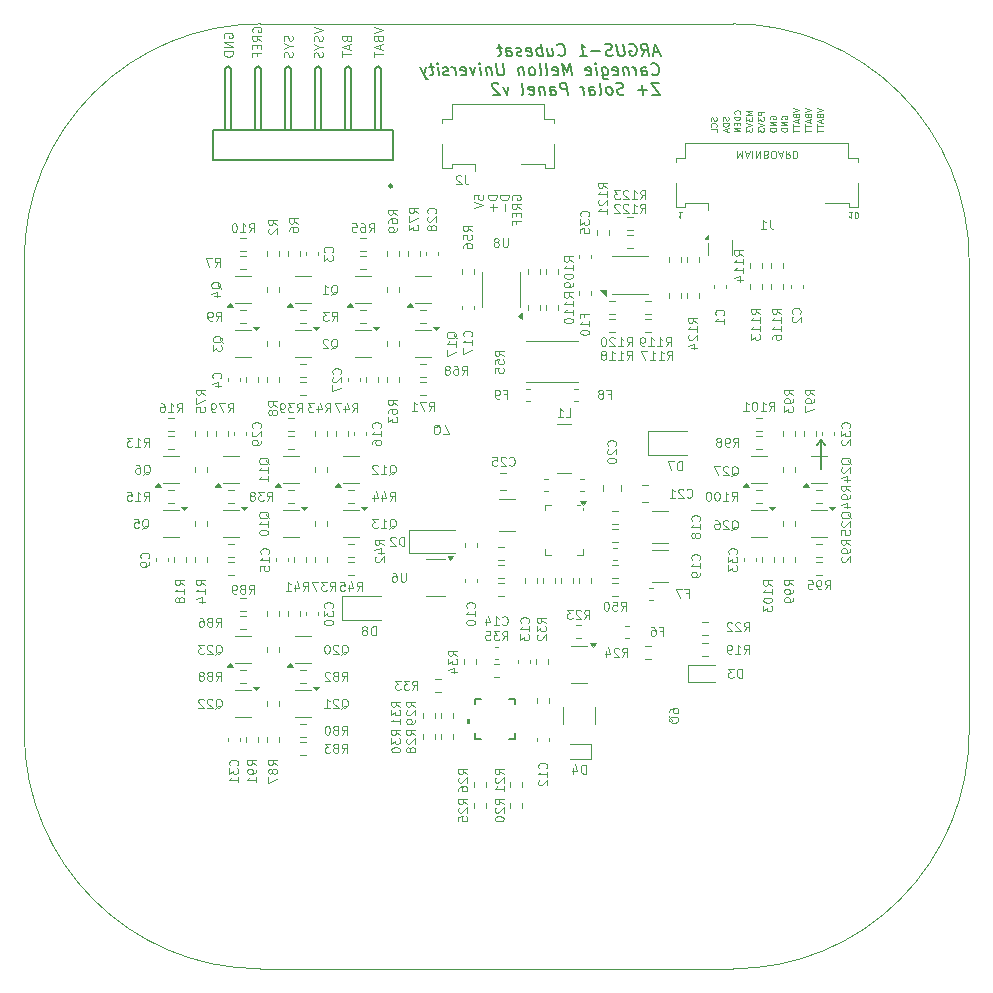
<source format=gbr>
%TF.GenerationSoftware,KiCad,Pcbnew,8.0.5*%
%TF.CreationDate,2025-02-27T20:43:24-05:00*%
%TF.ProjectId,Z+,5a2b2e6b-6963-4616-945f-706362585858,rev?*%
%TF.SameCoordinates,Original*%
%TF.FileFunction,Legend,Bot*%
%TF.FilePolarity,Positive*%
%FSLAX46Y46*%
G04 Gerber Fmt 4.6, Leading zero omitted, Abs format (unit mm)*
G04 Created by KiCad (PCBNEW 8.0.5) date 2025-02-27 20:43:24*
%MOMM*%
%LPD*%
G01*
G04 APERTURE LIST*
%ADD10C,0.100000*%
%ADD11C,0.127000*%
%ADD12C,0.101600*%
%ADD13C,0.152400*%
%ADD14C,0.120000*%
%ADD15C,0.000000*%
%ADD16C,0.200000*%
%ADD17C,0.250000*%
G04 APERTURE END LIST*
D10*
X170251474Y-61828600D02*
G75*
G02*
X190251500Y-81828600I26J-20000000D01*
G01*
X110251474Y-81828600D02*
X110251475Y-121828600D01*
D11*
X178064074Y-97485261D02*
X177708474Y-97078861D01*
D10*
X170251474Y-61828600D02*
X130251474Y-61828600D01*
X130251475Y-141828599D02*
X170251473Y-141828600D01*
X110251474Y-81828600D02*
G75*
G02*
X130251474Y-61828604I19999996J0D01*
G01*
X190251474Y-121828599D02*
G75*
G02*
X170251473Y-141828574I-19999974J-1D01*
G01*
X190251474Y-121828599D02*
X190251474Y-81828600D01*
D11*
X177708474Y-97078861D02*
X177352874Y-97485261D01*
X177708474Y-99542661D02*
X177708474Y-97078861D01*
D10*
X177708474Y-97078861D02*
X178064074Y-97485261D01*
X130251475Y-141828599D02*
G75*
G02*
X110251481Y-121828600I5J19999999D01*
G01*
D12*
X170828621Y-69456587D02*
X170852812Y-69432396D01*
X170852812Y-69432396D02*
X170877002Y-69359825D01*
X170877002Y-69359825D02*
X170877002Y-69311444D01*
X170877002Y-69311444D02*
X170852812Y-69238872D01*
X170852812Y-69238872D02*
X170804431Y-69190491D01*
X170804431Y-69190491D02*
X170756050Y-69166301D01*
X170756050Y-69166301D02*
X170659288Y-69142110D01*
X170659288Y-69142110D02*
X170586716Y-69142110D01*
X170586716Y-69142110D02*
X170489954Y-69166301D01*
X170489954Y-69166301D02*
X170441573Y-69190491D01*
X170441573Y-69190491D02*
X170393192Y-69238872D01*
X170393192Y-69238872D02*
X170369002Y-69311444D01*
X170369002Y-69311444D02*
X170369002Y-69359825D01*
X170369002Y-69359825D02*
X170393192Y-69432396D01*
X170393192Y-69432396D02*
X170417383Y-69456587D01*
X170877002Y-69674301D02*
X170369002Y-69674301D01*
X170369002Y-69674301D02*
X170369002Y-69795253D01*
X170369002Y-69795253D02*
X170393192Y-69867825D01*
X170393192Y-69867825D02*
X170441573Y-69916206D01*
X170441573Y-69916206D02*
X170489954Y-69940396D01*
X170489954Y-69940396D02*
X170586716Y-69964587D01*
X170586716Y-69964587D02*
X170659288Y-69964587D01*
X170659288Y-69964587D02*
X170756050Y-69940396D01*
X170756050Y-69940396D02*
X170804431Y-69916206D01*
X170804431Y-69916206D02*
X170852812Y-69867825D01*
X170852812Y-69867825D02*
X170877002Y-69795253D01*
X170877002Y-69795253D02*
X170877002Y-69674301D01*
X170610907Y-70182301D02*
X170610907Y-70351634D01*
X170877002Y-70424206D02*
X170877002Y-70182301D01*
X170877002Y-70182301D02*
X170369002Y-70182301D01*
X170369002Y-70182301D02*
X170369002Y-70424206D01*
X170877002Y-70641920D02*
X170369002Y-70641920D01*
X170369002Y-70641920D02*
X170877002Y-70932206D01*
X170877002Y-70932206D02*
X170369002Y-70932206D01*
X137551318Y-63113270D02*
X137587604Y-63222127D01*
X137587604Y-63222127D02*
X137623890Y-63258413D01*
X137623890Y-63258413D02*
X137696461Y-63294699D01*
X137696461Y-63294699D02*
X137805318Y-63294699D01*
X137805318Y-63294699D02*
X137877890Y-63258413D01*
X137877890Y-63258413D02*
X137914176Y-63222127D01*
X137914176Y-63222127D02*
X137950461Y-63149556D01*
X137950461Y-63149556D02*
X137950461Y-62859270D01*
X137950461Y-62859270D02*
X137188461Y-62859270D01*
X137188461Y-62859270D02*
X137188461Y-63113270D01*
X137188461Y-63113270D02*
X137224747Y-63185842D01*
X137224747Y-63185842D02*
X137261033Y-63222127D01*
X137261033Y-63222127D02*
X137333604Y-63258413D01*
X137333604Y-63258413D02*
X137406176Y-63258413D01*
X137406176Y-63258413D02*
X137478747Y-63222127D01*
X137478747Y-63222127D02*
X137515033Y-63185842D01*
X137515033Y-63185842D02*
X137551318Y-63113270D01*
X137551318Y-63113270D02*
X137551318Y-62859270D01*
X137732747Y-63584984D02*
X137732747Y-63947842D01*
X137950461Y-63512413D02*
X137188461Y-63766413D01*
X137188461Y-63766413D02*
X137950461Y-64020413D01*
X137188461Y-64165556D02*
X137188461Y-64600985D01*
X137950461Y-64383270D02*
X137188461Y-64383270D01*
X169862212Y-69722680D02*
X169886402Y-69795252D01*
X169886402Y-69795252D02*
X169886402Y-69916204D01*
X169886402Y-69916204D02*
X169862212Y-69964585D01*
X169862212Y-69964585D02*
X169838021Y-69988776D01*
X169838021Y-69988776D02*
X169789640Y-70012966D01*
X169789640Y-70012966D02*
X169741259Y-70012966D01*
X169741259Y-70012966D02*
X169692878Y-69988776D01*
X169692878Y-69988776D02*
X169668688Y-69964585D01*
X169668688Y-69964585D02*
X169644497Y-69916204D01*
X169644497Y-69916204D02*
X169620307Y-69819442D01*
X169620307Y-69819442D02*
X169596116Y-69771061D01*
X169596116Y-69771061D02*
X169571926Y-69746871D01*
X169571926Y-69746871D02*
X169523545Y-69722680D01*
X169523545Y-69722680D02*
X169475164Y-69722680D01*
X169475164Y-69722680D02*
X169426783Y-69746871D01*
X169426783Y-69746871D02*
X169402592Y-69771061D01*
X169402592Y-69771061D02*
X169378402Y-69819442D01*
X169378402Y-69819442D02*
X169378402Y-69940395D01*
X169378402Y-69940395D02*
X169402592Y-70012966D01*
X169886402Y-70230681D02*
X169378402Y-70230681D01*
X169378402Y-70230681D02*
X169378402Y-70351633D01*
X169378402Y-70351633D02*
X169402592Y-70424205D01*
X169402592Y-70424205D02*
X169450973Y-70472586D01*
X169450973Y-70472586D02*
X169499354Y-70496776D01*
X169499354Y-70496776D02*
X169596116Y-70520967D01*
X169596116Y-70520967D02*
X169668688Y-70520967D01*
X169668688Y-70520967D02*
X169765450Y-70496776D01*
X169765450Y-70496776D02*
X169813831Y-70472586D01*
X169813831Y-70472586D02*
X169862212Y-70424205D01*
X169862212Y-70424205D02*
X169886402Y-70351633D01*
X169886402Y-70351633D02*
X169886402Y-70230681D01*
X169741259Y-70714490D02*
X169741259Y-70956395D01*
X169886402Y-70666109D02*
X169378402Y-70835443D01*
X169378402Y-70835443D02*
X169886402Y-71004776D01*
X151285461Y-76321270D02*
X150523461Y-76321270D01*
X150523461Y-76321270D02*
X150523461Y-76502699D01*
X150523461Y-76502699D02*
X150559747Y-76611556D01*
X150559747Y-76611556D02*
X150632318Y-76684127D01*
X150632318Y-76684127D02*
X150704890Y-76720413D01*
X150704890Y-76720413D02*
X150850033Y-76756699D01*
X150850033Y-76756699D02*
X150958890Y-76756699D01*
X150958890Y-76756699D02*
X151104033Y-76720413D01*
X151104033Y-76720413D02*
X151176604Y-76684127D01*
X151176604Y-76684127D02*
X151249176Y-76611556D01*
X151249176Y-76611556D02*
X151285461Y-76502699D01*
X151285461Y-76502699D02*
X151285461Y-76321270D01*
X150995176Y-77083270D02*
X150995176Y-77663842D01*
X168846211Y-69746871D02*
X168870401Y-69819443D01*
X168870401Y-69819443D02*
X168870401Y-69940395D01*
X168870401Y-69940395D02*
X168846211Y-69988776D01*
X168846211Y-69988776D02*
X168822020Y-70012967D01*
X168822020Y-70012967D02*
X168773639Y-70037157D01*
X168773639Y-70037157D02*
X168725258Y-70037157D01*
X168725258Y-70037157D02*
X168676877Y-70012967D01*
X168676877Y-70012967D02*
X168652687Y-69988776D01*
X168652687Y-69988776D02*
X168628496Y-69940395D01*
X168628496Y-69940395D02*
X168604306Y-69843633D01*
X168604306Y-69843633D02*
X168580115Y-69795252D01*
X168580115Y-69795252D02*
X168555925Y-69771062D01*
X168555925Y-69771062D02*
X168507544Y-69746871D01*
X168507544Y-69746871D02*
X168459163Y-69746871D01*
X168459163Y-69746871D02*
X168410782Y-69771062D01*
X168410782Y-69771062D02*
X168386591Y-69795252D01*
X168386591Y-69795252D02*
X168362401Y-69843633D01*
X168362401Y-69843633D02*
X168362401Y-69964586D01*
X168362401Y-69964586D02*
X168386591Y-70037157D01*
X168822020Y-70545158D02*
X168846211Y-70520967D01*
X168846211Y-70520967D02*
X168870401Y-70448396D01*
X168870401Y-70448396D02*
X168870401Y-70400015D01*
X168870401Y-70400015D02*
X168846211Y-70327443D01*
X168846211Y-70327443D02*
X168797830Y-70279062D01*
X168797830Y-70279062D02*
X168749449Y-70254872D01*
X168749449Y-70254872D02*
X168652687Y-70230681D01*
X168652687Y-70230681D02*
X168580115Y-70230681D01*
X168580115Y-70230681D02*
X168483353Y-70254872D01*
X168483353Y-70254872D02*
X168434972Y-70279062D01*
X168434972Y-70279062D02*
X168386591Y-70327443D01*
X168386591Y-70327443D02*
X168362401Y-70400015D01*
X168362401Y-70400015D02*
X168362401Y-70448396D01*
X168362401Y-70448396D02*
X168386591Y-70520967D01*
X168386591Y-70520967D02*
X168410782Y-70545158D01*
X168870401Y-71004777D02*
X168870401Y-70762872D01*
X168870401Y-70762872D02*
X168362401Y-70762872D01*
X170636993Y-72558781D02*
X170636993Y-73193781D01*
X170636993Y-73193781D02*
X170848660Y-72740210D01*
X170848660Y-72740210D02*
X171060326Y-73193781D01*
X171060326Y-73193781D02*
X171060326Y-72558781D01*
X171332469Y-72740210D02*
X171634850Y-72740210D01*
X171271993Y-72558781D02*
X171483659Y-73193781D01*
X171483659Y-73193781D02*
X171695326Y-72558781D01*
X171906993Y-72558781D02*
X171906993Y-73193781D01*
X172209374Y-72558781D02*
X172209374Y-73193781D01*
X172209374Y-73193781D02*
X172572231Y-72558781D01*
X172572231Y-72558781D02*
X172572231Y-73193781D01*
X173086279Y-72891400D02*
X173176993Y-72861162D01*
X173176993Y-72861162D02*
X173207231Y-72830924D01*
X173207231Y-72830924D02*
X173237469Y-72770448D01*
X173237469Y-72770448D02*
X173237469Y-72679734D01*
X173237469Y-72679734D02*
X173207231Y-72619258D01*
X173207231Y-72619258D02*
X173176993Y-72589020D01*
X173176993Y-72589020D02*
X173116517Y-72558781D01*
X173116517Y-72558781D02*
X172874612Y-72558781D01*
X172874612Y-72558781D02*
X172874612Y-73193781D01*
X172874612Y-73193781D02*
X173086279Y-73193781D01*
X173086279Y-73193781D02*
X173146755Y-73163543D01*
X173146755Y-73163543D02*
X173176993Y-73133305D01*
X173176993Y-73133305D02*
X173207231Y-73072829D01*
X173207231Y-73072829D02*
X173207231Y-73012353D01*
X173207231Y-73012353D02*
X173176993Y-72951877D01*
X173176993Y-72951877D02*
X173146755Y-72921639D01*
X173146755Y-72921639D02*
X173086279Y-72891400D01*
X173086279Y-72891400D02*
X172874612Y-72891400D01*
X173630564Y-73193781D02*
X173751517Y-73193781D01*
X173751517Y-73193781D02*
X173811993Y-73163543D01*
X173811993Y-73163543D02*
X173872469Y-73103067D01*
X173872469Y-73103067D02*
X173902707Y-72982115D01*
X173902707Y-72982115D02*
X173902707Y-72770448D01*
X173902707Y-72770448D02*
X173872469Y-72649496D01*
X173872469Y-72649496D02*
X173811993Y-72589020D01*
X173811993Y-72589020D02*
X173751517Y-72558781D01*
X173751517Y-72558781D02*
X173630564Y-72558781D01*
X173630564Y-72558781D02*
X173570088Y-72589020D01*
X173570088Y-72589020D02*
X173509612Y-72649496D01*
X173509612Y-72649496D02*
X173479374Y-72770448D01*
X173479374Y-72770448D02*
X173479374Y-72982115D01*
X173479374Y-72982115D02*
X173509612Y-73103067D01*
X173509612Y-73103067D02*
X173570088Y-73163543D01*
X173570088Y-73163543D02*
X173630564Y-73193781D01*
X174144612Y-72740210D02*
X174446993Y-72740210D01*
X174084136Y-72558781D02*
X174295802Y-73193781D01*
X174295802Y-73193781D02*
X174507469Y-72558781D01*
X175081993Y-72558781D02*
X174870326Y-72861162D01*
X174719136Y-72558781D02*
X174719136Y-73193781D01*
X174719136Y-73193781D02*
X174961041Y-73193781D01*
X174961041Y-73193781D02*
X175021517Y-73163543D01*
X175021517Y-73163543D02*
X175051755Y-73133305D01*
X175051755Y-73133305D02*
X175081993Y-73072829D01*
X175081993Y-73072829D02*
X175081993Y-72982115D01*
X175081993Y-72982115D02*
X175051755Y-72921639D01*
X175051755Y-72921639D02*
X175021517Y-72891400D01*
X175021517Y-72891400D02*
X174961041Y-72861162D01*
X174961041Y-72861162D02*
X174719136Y-72861162D01*
X175354136Y-72558781D02*
X175354136Y-73193781D01*
X175354136Y-73193781D02*
X175505326Y-73193781D01*
X175505326Y-73193781D02*
X175596041Y-73163543D01*
X175596041Y-73163543D02*
X175656517Y-73103067D01*
X175656517Y-73103067D02*
X175686755Y-73042591D01*
X175686755Y-73042591D02*
X175716993Y-72921639D01*
X175716993Y-72921639D02*
X175716993Y-72830924D01*
X175716993Y-72830924D02*
X175686755Y-72709972D01*
X175686755Y-72709972D02*
X175656517Y-72649496D01*
X175656517Y-72649496D02*
X175596041Y-72589020D01*
X175596041Y-72589020D02*
X175505326Y-72558781D01*
X175505326Y-72558781D02*
X175354136Y-72558781D01*
X173415791Y-69892015D02*
X173391601Y-69843634D01*
X173391601Y-69843634D02*
X173391601Y-69771063D01*
X173391601Y-69771063D02*
X173415791Y-69698491D01*
X173415791Y-69698491D02*
X173464172Y-69650110D01*
X173464172Y-69650110D02*
X173512553Y-69625920D01*
X173512553Y-69625920D02*
X173609315Y-69601729D01*
X173609315Y-69601729D02*
X173681887Y-69601729D01*
X173681887Y-69601729D02*
X173778649Y-69625920D01*
X173778649Y-69625920D02*
X173827030Y-69650110D01*
X173827030Y-69650110D02*
X173875411Y-69698491D01*
X173875411Y-69698491D02*
X173899601Y-69771063D01*
X173899601Y-69771063D02*
X173899601Y-69819444D01*
X173899601Y-69819444D02*
X173875411Y-69892015D01*
X173875411Y-69892015D02*
X173851220Y-69916206D01*
X173851220Y-69916206D02*
X173681887Y-69916206D01*
X173681887Y-69916206D02*
X173681887Y-69819444D01*
X173899601Y-70133920D02*
X173391601Y-70133920D01*
X173391601Y-70133920D02*
X173899601Y-70424206D01*
X173899601Y-70424206D02*
X173391601Y-70424206D01*
X173899601Y-70666110D02*
X173391601Y-70666110D01*
X173391601Y-70666110D02*
X173391601Y-70787062D01*
X173391601Y-70787062D02*
X173415791Y-70859634D01*
X173415791Y-70859634D02*
X173464172Y-70908015D01*
X173464172Y-70908015D02*
X173512553Y-70932205D01*
X173512553Y-70932205D02*
X173609315Y-70956396D01*
X173609315Y-70956396D02*
X173681887Y-70956396D01*
X173681887Y-70956396D02*
X173778649Y-70932205D01*
X173778649Y-70932205D02*
X173827030Y-70908015D01*
X173827030Y-70908015D02*
X173875411Y-70859634D01*
X173875411Y-70859634D02*
X173899601Y-70787062D01*
X173899601Y-70787062D02*
X173899601Y-70666110D01*
X127191747Y-63004413D02*
X127155461Y-62931842D01*
X127155461Y-62931842D02*
X127155461Y-62822984D01*
X127155461Y-62822984D02*
X127191747Y-62714127D01*
X127191747Y-62714127D02*
X127264318Y-62641556D01*
X127264318Y-62641556D02*
X127336890Y-62605270D01*
X127336890Y-62605270D02*
X127482033Y-62568984D01*
X127482033Y-62568984D02*
X127590890Y-62568984D01*
X127590890Y-62568984D02*
X127736033Y-62605270D01*
X127736033Y-62605270D02*
X127808604Y-62641556D01*
X127808604Y-62641556D02*
X127881176Y-62714127D01*
X127881176Y-62714127D02*
X127917461Y-62822984D01*
X127917461Y-62822984D02*
X127917461Y-62895556D01*
X127917461Y-62895556D02*
X127881176Y-63004413D01*
X127881176Y-63004413D02*
X127844890Y-63040699D01*
X127844890Y-63040699D02*
X127590890Y-63040699D01*
X127590890Y-63040699D02*
X127590890Y-62895556D01*
X127917461Y-63367270D02*
X127155461Y-63367270D01*
X127155461Y-63367270D02*
X127917461Y-63802699D01*
X127917461Y-63802699D02*
X127155461Y-63802699D01*
X127917461Y-64165556D02*
X127155461Y-64165556D01*
X127155461Y-64165556D02*
X127155461Y-64346985D01*
X127155461Y-64346985D02*
X127191747Y-64455842D01*
X127191747Y-64455842D02*
X127264318Y-64528413D01*
X127264318Y-64528413D02*
X127336890Y-64564699D01*
X127336890Y-64564699D02*
X127482033Y-64600985D01*
X127482033Y-64600985D02*
X127590890Y-64600985D01*
X127590890Y-64600985D02*
X127736033Y-64564699D01*
X127736033Y-64564699D02*
X127808604Y-64528413D01*
X127808604Y-64528413D02*
X127881176Y-64455842D01*
X127881176Y-64455842D02*
X127917461Y-64346985D01*
X127917461Y-64346985D02*
X127917461Y-64165556D01*
X151575747Y-76720413D02*
X151539461Y-76647842D01*
X151539461Y-76647842D02*
X151539461Y-76538984D01*
X151539461Y-76538984D02*
X151575747Y-76430127D01*
X151575747Y-76430127D02*
X151648318Y-76357556D01*
X151648318Y-76357556D02*
X151720890Y-76321270D01*
X151720890Y-76321270D02*
X151866033Y-76284984D01*
X151866033Y-76284984D02*
X151974890Y-76284984D01*
X151974890Y-76284984D02*
X152120033Y-76321270D01*
X152120033Y-76321270D02*
X152192604Y-76357556D01*
X152192604Y-76357556D02*
X152265176Y-76430127D01*
X152265176Y-76430127D02*
X152301461Y-76538984D01*
X152301461Y-76538984D02*
X152301461Y-76611556D01*
X152301461Y-76611556D02*
X152265176Y-76720413D01*
X152265176Y-76720413D02*
X152228890Y-76756699D01*
X152228890Y-76756699D02*
X151974890Y-76756699D01*
X151974890Y-76756699D02*
X151974890Y-76611556D01*
X152301461Y-77518699D02*
X151938604Y-77264699D01*
X152301461Y-77083270D02*
X151539461Y-77083270D01*
X151539461Y-77083270D02*
X151539461Y-77373556D01*
X151539461Y-77373556D02*
X151575747Y-77446127D01*
X151575747Y-77446127D02*
X151612033Y-77482413D01*
X151612033Y-77482413D02*
X151684604Y-77518699D01*
X151684604Y-77518699D02*
X151793461Y-77518699D01*
X151793461Y-77518699D02*
X151866033Y-77482413D01*
X151866033Y-77482413D02*
X151902318Y-77446127D01*
X151902318Y-77446127D02*
X151938604Y-77373556D01*
X151938604Y-77373556D02*
X151938604Y-77083270D01*
X151902318Y-77845270D02*
X151902318Y-78099270D01*
X152301461Y-78208127D02*
X152301461Y-77845270D01*
X152301461Y-77845270D02*
X151539461Y-77845270D01*
X151539461Y-77845270D02*
X151539461Y-78208127D01*
X151902318Y-78788699D02*
X151902318Y-78534699D01*
X152301461Y-78534699D02*
X151539461Y-78534699D01*
X151539461Y-78534699D02*
X151539461Y-78897556D01*
X180354911Y-77766114D02*
X180064625Y-77766114D01*
X180209768Y-77766114D02*
X180209768Y-78274114D01*
X180209768Y-78274114D02*
X180161387Y-78201543D01*
X180161387Y-78201543D02*
X180113006Y-78153162D01*
X180113006Y-78153162D02*
X180064625Y-78128971D01*
X180669388Y-78274114D02*
X180717769Y-78274114D01*
X180717769Y-78274114D02*
X180766150Y-78249924D01*
X180766150Y-78249924D02*
X180790340Y-78225733D01*
X180790340Y-78225733D02*
X180814531Y-78177352D01*
X180814531Y-78177352D02*
X180838721Y-78080590D01*
X180838721Y-78080590D02*
X180838721Y-77959638D01*
X180838721Y-77959638D02*
X180814531Y-77862876D01*
X180814531Y-77862876D02*
X180790340Y-77814495D01*
X180790340Y-77814495D02*
X180766150Y-77790305D01*
X180766150Y-77790305D02*
X180717769Y-77766114D01*
X180717769Y-77766114D02*
X180669388Y-77766114D01*
X180669388Y-77766114D02*
X180621007Y-77790305D01*
X180621007Y-77790305D02*
X180596816Y-77814495D01*
X180596816Y-77814495D02*
X180572626Y-77862876D01*
X180572626Y-77862876D02*
X180548435Y-77959638D01*
X180548435Y-77959638D02*
X180548435Y-78080590D01*
X180548435Y-78080590D02*
X180572626Y-78177352D01*
X180572626Y-78177352D02*
X180596816Y-78225733D01*
X180596816Y-78225733D02*
X180621007Y-78249924D01*
X180621007Y-78249924D02*
X180669388Y-78274114D01*
X175372800Y-68948584D02*
X175880800Y-69117918D01*
X175880800Y-69117918D02*
X175372800Y-69287251D01*
X175614705Y-69625918D02*
X175638895Y-69698490D01*
X175638895Y-69698490D02*
X175663086Y-69722680D01*
X175663086Y-69722680D02*
X175711467Y-69746871D01*
X175711467Y-69746871D02*
X175784038Y-69746871D01*
X175784038Y-69746871D02*
X175832419Y-69722680D01*
X175832419Y-69722680D02*
X175856610Y-69698490D01*
X175856610Y-69698490D02*
X175880800Y-69650109D01*
X175880800Y-69650109D02*
X175880800Y-69456585D01*
X175880800Y-69456585D02*
X175372800Y-69456585D01*
X175372800Y-69456585D02*
X175372800Y-69625918D01*
X175372800Y-69625918D02*
X175396990Y-69674299D01*
X175396990Y-69674299D02*
X175421181Y-69698490D01*
X175421181Y-69698490D02*
X175469562Y-69722680D01*
X175469562Y-69722680D02*
X175517943Y-69722680D01*
X175517943Y-69722680D02*
X175566324Y-69698490D01*
X175566324Y-69698490D02*
X175590514Y-69674299D01*
X175590514Y-69674299D02*
X175614705Y-69625918D01*
X175614705Y-69625918D02*
X175614705Y-69456585D01*
X175735657Y-69940394D02*
X175735657Y-70182299D01*
X175880800Y-69892013D02*
X175372800Y-70061347D01*
X175372800Y-70061347D02*
X175880800Y-70230680D01*
X175372800Y-70327442D02*
X175372800Y-70617728D01*
X175880800Y-70472585D02*
X175372800Y-70472585D01*
X175372800Y-70714490D02*
X175372800Y-71004776D01*
X175880800Y-70859633D02*
X175372800Y-70859633D01*
X177354000Y-68948584D02*
X177862000Y-69117918D01*
X177862000Y-69117918D02*
X177354000Y-69287251D01*
X177595905Y-69625918D02*
X177620095Y-69698490D01*
X177620095Y-69698490D02*
X177644286Y-69722680D01*
X177644286Y-69722680D02*
X177692667Y-69746871D01*
X177692667Y-69746871D02*
X177765238Y-69746871D01*
X177765238Y-69746871D02*
X177813619Y-69722680D01*
X177813619Y-69722680D02*
X177837810Y-69698490D01*
X177837810Y-69698490D02*
X177862000Y-69650109D01*
X177862000Y-69650109D02*
X177862000Y-69456585D01*
X177862000Y-69456585D02*
X177354000Y-69456585D01*
X177354000Y-69456585D02*
X177354000Y-69625918D01*
X177354000Y-69625918D02*
X177378190Y-69674299D01*
X177378190Y-69674299D02*
X177402381Y-69698490D01*
X177402381Y-69698490D02*
X177450762Y-69722680D01*
X177450762Y-69722680D02*
X177499143Y-69722680D01*
X177499143Y-69722680D02*
X177547524Y-69698490D01*
X177547524Y-69698490D02*
X177571714Y-69674299D01*
X177571714Y-69674299D02*
X177595905Y-69625918D01*
X177595905Y-69625918D02*
X177595905Y-69456585D01*
X177716857Y-69940394D02*
X177716857Y-70182299D01*
X177862000Y-69892013D02*
X177354000Y-70061347D01*
X177354000Y-70061347D02*
X177862000Y-70230680D01*
X177354000Y-70327442D02*
X177354000Y-70617728D01*
X177862000Y-70472585D02*
X177354000Y-70472585D01*
X177354000Y-70714490D02*
X177354000Y-71004776D01*
X177862000Y-70859633D02*
X177354000Y-70859633D01*
X174380991Y-69892015D02*
X174356801Y-69843634D01*
X174356801Y-69843634D02*
X174356801Y-69771063D01*
X174356801Y-69771063D02*
X174380991Y-69698491D01*
X174380991Y-69698491D02*
X174429372Y-69650110D01*
X174429372Y-69650110D02*
X174477753Y-69625920D01*
X174477753Y-69625920D02*
X174574515Y-69601729D01*
X174574515Y-69601729D02*
X174647087Y-69601729D01*
X174647087Y-69601729D02*
X174743849Y-69625920D01*
X174743849Y-69625920D02*
X174792230Y-69650110D01*
X174792230Y-69650110D02*
X174840611Y-69698491D01*
X174840611Y-69698491D02*
X174864801Y-69771063D01*
X174864801Y-69771063D02*
X174864801Y-69819444D01*
X174864801Y-69819444D02*
X174840611Y-69892015D01*
X174840611Y-69892015D02*
X174816420Y-69916206D01*
X174816420Y-69916206D02*
X174647087Y-69916206D01*
X174647087Y-69916206D02*
X174647087Y-69819444D01*
X174864801Y-70133920D02*
X174356801Y-70133920D01*
X174356801Y-70133920D02*
X174864801Y-70424206D01*
X174864801Y-70424206D02*
X174356801Y-70424206D01*
X174864801Y-70666110D02*
X174356801Y-70666110D01*
X174356801Y-70666110D02*
X174356801Y-70787062D01*
X174356801Y-70787062D02*
X174380991Y-70859634D01*
X174380991Y-70859634D02*
X174429372Y-70908015D01*
X174429372Y-70908015D02*
X174477753Y-70932205D01*
X174477753Y-70932205D02*
X174574515Y-70956396D01*
X174574515Y-70956396D02*
X174647087Y-70956396D01*
X174647087Y-70956396D02*
X174743849Y-70932205D01*
X174743849Y-70932205D02*
X174792230Y-70908015D01*
X174792230Y-70908015D02*
X174840611Y-70859634D01*
X174840611Y-70859634D02*
X174864801Y-70787062D01*
X174864801Y-70787062D02*
X174864801Y-70666110D01*
D13*
X164013975Y-64251105D02*
X163530165Y-64251105D01*
X164147022Y-64541390D02*
X163681356Y-63525390D01*
X163681356Y-63525390D02*
X163469689Y-64541390D01*
X162550451Y-64541390D02*
X162828641Y-64057581D01*
X163131022Y-64541390D02*
X163004022Y-63525390D01*
X163004022Y-63525390D02*
X162616975Y-63525390D01*
X162616975Y-63525390D02*
X162526260Y-63573771D01*
X162526260Y-63573771D02*
X162483927Y-63622152D01*
X162483927Y-63622152D02*
X162447641Y-63718914D01*
X162447641Y-63718914D02*
X162465784Y-63864057D01*
X162465784Y-63864057D02*
X162526260Y-63960819D01*
X162526260Y-63960819D02*
X162580689Y-64009200D01*
X162580689Y-64009200D02*
X162683499Y-64057581D01*
X162683499Y-64057581D02*
X163070546Y-64057581D01*
X161461880Y-63573771D02*
X161552594Y-63525390D01*
X161552594Y-63525390D02*
X161697737Y-63525390D01*
X161697737Y-63525390D02*
X161848927Y-63573771D01*
X161848927Y-63573771D02*
X161957784Y-63670533D01*
X161957784Y-63670533D02*
X162018260Y-63767295D01*
X162018260Y-63767295D02*
X162090832Y-63960819D01*
X162090832Y-63960819D02*
X162108975Y-64105962D01*
X162108975Y-64105962D02*
X162084784Y-64299486D01*
X162084784Y-64299486D02*
X162048499Y-64396248D01*
X162048499Y-64396248D02*
X161963832Y-64493010D01*
X161963832Y-64493010D02*
X161824737Y-64541390D01*
X161824737Y-64541390D02*
X161727975Y-64541390D01*
X161727975Y-64541390D02*
X161576784Y-64493010D01*
X161576784Y-64493010D02*
X161522356Y-64444629D01*
X161522356Y-64444629D02*
X161480022Y-64105962D01*
X161480022Y-64105962D02*
X161673546Y-64105962D01*
X160972022Y-63525390D02*
X161074832Y-64347867D01*
X161074832Y-64347867D02*
X161038546Y-64444629D01*
X161038546Y-64444629D02*
X160996213Y-64493010D01*
X160996213Y-64493010D02*
X160905499Y-64541390D01*
X160905499Y-64541390D02*
X160711975Y-64541390D01*
X160711975Y-64541390D02*
X160609165Y-64493010D01*
X160609165Y-64493010D02*
X160554737Y-64444629D01*
X160554737Y-64444629D02*
X160494260Y-64347867D01*
X160494260Y-64347867D02*
X160391451Y-63525390D01*
X160076975Y-64493010D02*
X159937879Y-64541390D01*
X159937879Y-64541390D02*
X159695975Y-64541390D01*
X159695975Y-64541390D02*
X159593165Y-64493010D01*
X159593165Y-64493010D02*
X159538737Y-64444629D01*
X159538737Y-64444629D02*
X159478260Y-64347867D01*
X159478260Y-64347867D02*
X159466165Y-64251105D01*
X159466165Y-64251105D02*
X159502451Y-64154343D01*
X159502451Y-64154343D02*
X159544784Y-64105962D01*
X159544784Y-64105962D02*
X159635499Y-64057581D01*
X159635499Y-64057581D02*
X159822975Y-64009200D01*
X159822975Y-64009200D02*
X159913689Y-63960819D01*
X159913689Y-63960819D02*
X159956022Y-63912438D01*
X159956022Y-63912438D02*
X159992308Y-63815676D01*
X159992308Y-63815676D02*
X159980213Y-63718914D01*
X159980213Y-63718914D02*
X159919737Y-63622152D01*
X159919737Y-63622152D02*
X159865308Y-63573771D01*
X159865308Y-63573771D02*
X159762499Y-63525390D01*
X159762499Y-63525390D02*
X159520594Y-63525390D01*
X159520594Y-63525390D02*
X159381499Y-63573771D01*
X159018641Y-64154343D02*
X158244546Y-64154343D01*
X157276927Y-64541390D02*
X157857498Y-64541390D01*
X157567213Y-64541390D02*
X157440213Y-63525390D01*
X157440213Y-63525390D02*
X157555117Y-63670533D01*
X157555117Y-63670533D02*
X157663975Y-63767295D01*
X157663975Y-63767295D02*
X157766784Y-63815676D01*
X155474737Y-64444629D02*
X155529165Y-64493010D01*
X155529165Y-64493010D02*
X155680356Y-64541390D01*
X155680356Y-64541390D02*
X155777118Y-64541390D01*
X155777118Y-64541390D02*
X155916213Y-64493010D01*
X155916213Y-64493010D02*
X156000880Y-64396248D01*
X156000880Y-64396248D02*
X156037165Y-64299486D01*
X156037165Y-64299486D02*
X156061356Y-64105962D01*
X156061356Y-64105962D02*
X156043213Y-63960819D01*
X156043213Y-63960819D02*
X155970641Y-63767295D01*
X155970641Y-63767295D02*
X155910165Y-63670533D01*
X155910165Y-63670533D02*
X155801308Y-63573771D01*
X155801308Y-63573771D02*
X155650118Y-63525390D01*
X155650118Y-63525390D02*
X155553356Y-63525390D01*
X155553356Y-63525390D02*
X155414261Y-63573771D01*
X155414261Y-63573771D02*
X155371927Y-63622152D01*
X154531308Y-63864057D02*
X154615975Y-64541390D01*
X154966737Y-63864057D02*
X155033261Y-64396248D01*
X155033261Y-64396248D02*
X154996975Y-64493010D01*
X154996975Y-64493010D02*
X154906261Y-64541390D01*
X154906261Y-64541390D02*
X154761118Y-64541390D01*
X154761118Y-64541390D02*
X154658308Y-64493010D01*
X154658308Y-64493010D02*
X154603880Y-64444629D01*
X154132165Y-64541390D02*
X154005165Y-63525390D01*
X154053546Y-63912438D02*
X153950737Y-63864057D01*
X153950737Y-63864057D02*
X153757213Y-63864057D01*
X153757213Y-63864057D02*
X153666499Y-63912438D01*
X153666499Y-63912438D02*
X153624165Y-63960819D01*
X153624165Y-63960819D02*
X153587880Y-64057581D01*
X153587880Y-64057581D02*
X153624165Y-64347867D01*
X153624165Y-64347867D02*
X153684642Y-64444629D01*
X153684642Y-64444629D02*
X153739070Y-64493010D01*
X153739070Y-64493010D02*
X153841880Y-64541390D01*
X153841880Y-64541390D02*
X154035403Y-64541390D01*
X154035403Y-64541390D02*
X154126118Y-64493010D01*
X152819832Y-64493010D02*
X152922642Y-64541390D01*
X152922642Y-64541390D02*
X153116165Y-64541390D01*
X153116165Y-64541390D02*
X153206880Y-64493010D01*
X153206880Y-64493010D02*
X153243165Y-64396248D01*
X153243165Y-64396248D02*
X153194785Y-64009200D01*
X153194785Y-64009200D02*
X153134308Y-63912438D01*
X153134308Y-63912438D02*
X153031499Y-63864057D01*
X153031499Y-63864057D02*
X152837975Y-63864057D01*
X152837975Y-63864057D02*
X152747261Y-63912438D01*
X152747261Y-63912438D02*
X152710975Y-64009200D01*
X152710975Y-64009200D02*
X152723070Y-64105962D01*
X152723070Y-64105962D02*
X153218975Y-64202724D01*
X152384404Y-64493010D02*
X152293689Y-64541390D01*
X152293689Y-64541390D02*
X152100166Y-64541390D01*
X152100166Y-64541390D02*
X151997356Y-64493010D01*
X151997356Y-64493010D02*
X151936880Y-64396248D01*
X151936880Y-64396248D02*
X151930832Y-64347867D01*
X151930832Y-64347867D02*
X151967118Y-64251105D01*
X151967118Y-64251105D02*
X152057832Y-64202724D01*
X152057832Y-64202724D02*
X152202975Y-64202724D01*
X152202975Y-64202724D02*
X152293689Y-64154343D01*
X152293689Y-64154343D02*
X152329975Y-64057581D01*
X152329975Y-64057581D02*
X152323928Y-64009200D01*
X152323928Y-64009200D02*
X152263451Y-63912438D01*
X152263451Y-63912438D02*
X152160642Y-63864057D01*
X152160642Y-63864057D02*
X152015499Y-63864057D01*
X152015499Y-63864057D02*
X151924785Y-63912438D01*
X151084166Y-64541390D02*
X151017642Y-64009200D01*
X151017642Y-64009200D02*
X151053928Y-63912438D01*
X151053928Y-63912438D02*
X151144642Y-63864057D01*
X151144642Y-63864057D02*
X151338166Y-63864057D01*
X151338166Y-63864057D02*
X151440975Y-63912438D01*
X151078118Y-64493010D02*
X151180928Y-64541390D01*
X151180928Y-64541390D02*
X151422832Y-64541390D01*
X151422832Y-64541390D02*
X151513547Y-64493010D01*
X151513547Y-64493010D02*
X151549832Y-64396248D01*
X151549832Y-64396248D02*
X151537737Y-64299486D01*
X151537737Y-64299486D02*
X151477261Y-64202724D01*
X151477261Y-64202724D02*
X151374452Y-64154343D01*
X151374452Y-64154343D02*
X151132547Y-64154343D01*
X151132547Y-64154343D02*
X151029737Y-64105962D01*
X150660833Y-63864057D02*
X150273785Y-63864057D01*
X150473356Y-63525390D02*
X150582214Y-64396248D01*
X150582214Y-64396248D02*
X150545928Y-64493010D01*
X150545928Y-64493010D02*
X150455214Y-64541390D01*
X150455214Y-64541390D02*
X150358452Y-64541390D01*
X163409213Y-66080332D02*
X163463641Y-66128713D01*
X163463641Y-66128713D02*
X163614832Y-66177093D01*
X163614832Y-66177093D02*
X163711594Y-66177093D01*
X163711594Y-66177093D02*
X163850689Y-66128713D01*
X163850689Y-66128713D02*
X163935356Y-66031951D01*
X163935356Y-66031951D02*
X163971641Y-65935189D01*
X163971641Y-65935189D02*
X163995832Y-65741665D01*
X163995832Y-65741665D02*
X163977689Y-65596522D01*
X163977689Y-65596522D02*
X163905117Y-65402998D01*
X163905117Y-65402998D02*
X163844641Y-65306236D01*
X163844641Y-65306236D02*
X163735784Y-65209474D01*
X163735784Y-65209474D02*
X163584594Y-65161093D01*
X163584594Y-65161093D02*
X163487832Y-65161093D01*
X163487832Y-65161093D02*
X163348737Y-65209474D01*
X163348737Y-65209474D02*
X163306403Y-65257855D01*
X162550451Y-66177093D02*
X162483927Y-65644903D01*
X162483927Y-65644903D02*
X162520213Y-65548141D01*
X162520213Y-65548141D02*
X162610927Y-65499760D01*
X162610927Y-65499760D02*
X162804451Y-65499760D01*
X162804451Y-65499760D02*
X162907260Y-65548141D01*
X162544403Y-66128713D02*
X162647213Y-66177093D01*
X162647213Y-66177093D02*
X162889117Y-66177093D01*
X162889117Y-66177093D02*
X162979832Y-66128713D01*
X162979832Y-66128713D02*
X163016117Y-66031951D01*
X163016117Y-66031951D02*
X163004022Y-65935189D01*
X163004022Y-65935189D02*
X162943546Y-65838427D01*
X162943546Y-65838427D02*
X162840737Y-65790046D01*
X162840737Y-65790046D02*
X162598832Y-65790046D01*
X162598832Y-65790046D02*
X162496022Y-65741665D01*
X162066641Y-66177093D02*
X161981975Y-65499760D01*
X162006165Y-65693284D02*
X161945689Y-65596522D01*
X161945689Y-65596522D02*
X161891260Y-65548141D01*
X161891260Y-65548141D02*
X161788451Y-65499760D01*
X161788451Y-65499760D02*
X161691689Y-65499760D01*
X161353023Y-65499760D02*
X161437689Y-66177093D01*
X161365118Y-65596522D02*
X161310689Y-65548141D01*
X161310689Y-65548141D02*
X161207880Y-65499760D01*
X161207880Y-65499760D02*
X161062737Y-65499760D01*
X161062737Y-65499760D02*
X160972023Y-65548141D01*
X160972023Y-65548141D02*
X160935737Y-65644903D01*
X160935737Y-65644903D02*
X161002261Y-66177093D01*
X160125356Y-66128713D02*
X160228166Y-66177093D01*
X160228166Y-66177093D02*
X160421689Y-66177093D01*
X160421689Y-66177093D02*
X160512404Y-66128713D01*
X160512404Y-66128713D02*
X160548689Y-66031951D01*
X160548689Y-66031951D02*
X160500309Y-65644903D01*
X160500309Y-65644903D02*
X160439832Y-65548141D01*
X160439832Y-65548141D02*
X160337023Y-65499760D01*
X160337023Y-65499760D02*
X160143499Y-65499760D01*
X160143499Y-65499760D02*
X160052785Y-65548141D01*
X160052785Y-65548141D02*
X160016499Y-65644903D01*
X160016499Y-65644903D02*
X160028594Y-65741665D01*
X160028594Y-65741665D02*
X160524499Y-65838427D01*
X159127499Y-65499760D02*
X159230309Y-66322236D01*
X159230309Y-66322236D02*
X159290785Y-66418998D01*
X159290785Y-66418998D02*
X159345213Y-66467379D01*
X159345213Y-66467379D02*
X159448023Y-66515760D01*
X159448023Y-66515760D02*
X159593166Y-66515760D01*
X159593166Y-66515760D02*
X159683880Y-66467379D01*
X159206118Y-66128713D02*
X159308928Y-66177093D01*
X159308928Y-66177093D02*
X159502452Y-66177093D01*
X159502452Y-66177093D02*
X159593166Y-66128713D01*
X159593166Y-66128713D02*
X159635499Y-66080332D01*
X159635499Y-66080332D02*
X159671785Y-65983570D01*
X159671785Y-65983570D02*
X159635499Y-65693284D01*
X159635499Y-65693284D02*
X159575023Y-65596522D01*
X159575023Y-65596522D02*
X159520594Y-65548141D01*
X159520594Y-65548141D02*
X159417785Y-65499760D01*
X159417785Y-65499760D02*
X159224261Y-65499760D01*
X159224261Y-65499760D02*
X159133547Y-65548141D01*
X158728356Y-66177093D02*
X158643690Y-65499760D01*
X158601356Y-65161093D02*
X158655785Y-65209474D01*
X158655785Y-65209474D02*
X158613452Y-65257855D01*
X158613452Y-65257855D02*
X158559023Y-65209474D01*
X158559023Y-65209474D02*
X158601356Y-65161093D01*
X158601356Y-65161093D02*
X158613452Y-65257855D01*
X157851451Y-66128713D02*
X157954261Y-66177093D01*
X157954261Y-66177093D02*
X158147784Y-66177093D01*
X158147784Y-66177093D02*
X158238499Y-66128713D01*
X158238499Y-66128713D02*
X158274784Y-66031951D01*
X158274784Y-66031951D02*
X158226404Y-65644903D01*
X158226404Y-65644903D02*
X158165927Y-65548141D01*
X158165927Y-65548141D02*
X158063118Y-65499760D01*
X158063118Y-65499760D02*
X157869594Y-65499760D01*
X157869594Y-65499760D02*
X157778880Y-65548141D01*
X157778880Y-65548141D02*
X157742594Y-65644903D01*
X157742594Y-65644903D02*
X157754689Y-65741665D01*
X157754689Y-65741665D02*
X158250594Y-65838427D01*
X156599594Y-66177093D02*
X156472594Y-65161093D01*
X156472594Y-65161093D02*
X156224642Y-65886808D01*
X156224642Y-65886808D02*
X155795261Y-65161093D01*
X155795261Y-65161093D02*
X155922261Y-66177093D01*
X155045356Y-66128713D02*
X155148166Y-66177093D01*
X155148166Y-66177093D02*
X155341689Y-66177093D01*
X155341689Y-66177093D02*
X155432404Y-66128713D01*
X155432404Y-66128713D02*
X155468689Y-66031951D01*
X155468689Y-66031951D02*
X155420309Y-65644903D01*
X155420309Y-65644903D02*
X155359832Y-65548141D01*
X155359832Y-65548141D02*
X155257023Y-65499760D01*
X155257023Y-65499760D02*
X155063499Y-65499760D01*
X155063499Y-65499760D02*
X154972785Y-65548141D01*
X154972785Y-65548141D02*
X154936499Y-65644903D01*
X154936499Y-65644903D02*
X154948594Y-65741665D01*
X154948594Y-65741665D02*
X155444499Y-65838427D01*
X154422452Y-66177093D02*
X154513166Y-66128713D01*
X154513166Y-66128713D02*
X154549452Y-66031951D01*
X154549452Y-66031951D02*
X154440594Y-65161093D01*
X153890262Y-66177093D02*
X153980976Y-66128713D01*
X153980976Y-66128713D02*
X154017262Y-66031951D01*
X154017262Y-66031951D02*
X153908404Y-65161093D01*
X153358072Y-66177093D02*
X153448786Y-66128713D01*
X153448786Y-66128713D02*
X153491119Y-66080332D01*
X153491119Y-66080332D02*
X153527405Y-65983570D01*
X153527405Y-65983570D02*
X153491119Y-65693284D01*
X153491119Y-65693284D02*
X153430643Y-65596522D01*
X153430643Y-65596522D02*
X153376214Y-65548141D01*
X153376214Y-65548141D02*
X153273405Y-65499760D01*
X153273405Y-65499760D02*
X153128262Y-65499760D01*
X153128262Y-65499760D02*
X153037548Y-65548141D01*
X153037548Y-65548141D02*
X152995214Y-65596522D01*
X152995214Y-65596522D02*
X152958929Y-65693284D01*
X152958929Y-65693284D02*
X152995214Y-65983570D01*
X152995214Y-65983570D02*
X153055691Y-66080332D01*
X153055691Y-66080332D02*
X153110119Y-66128713D01*
X153110119Y-66128713D02*
X153212929Y-66177093D01*
X153212929Y-66177093D02*
X153358072Y-66177093D01*
X152499310Y-65499760D02*
X152583976Y-66177093D01*
X152511405Y-65596522D02*
X152456976Y-65548141D01*
X152456976Y-65548141D02*
X152354167Y-65499760D01*
X152354167Y-65499760D02*
X152209024Y-65499760D01*
X152209024Y-65499760D02*
X152118310Y-65548141D01*
X152118310Y-65548141D02*
X152082024Y-65644903D01*
X152082024Y-65644903D02*
X152148548Y-66177093D01*
X150763643Y-65161093D02*
X150866453Y-65983570D01*
X150866453Y-65983570D02*
X150830167Y-66080332D01*
X150830167Y-66080332D02*
X150787834Y-66128713D01*
X150787834Y-66128713D02*
X150697120Y-66177093D01*
X150697120Y-66177093D02*
X150503596Y-66177093D01*
X150503596Y-66177093D02*
X150400786Y-66128713D01*
X150400786Y-66128713D02*
X150346358Y-66080332D01*
X150346358Y-66080332D02*
X150285881Y-65983570D01*
X150285881Y-65983570D02*
X150183072Y-65161093D01*
X149741596Y-65499760D02*
X149826262Y-66177093D01*
X149753691Y-65596522D02*
X149699262Y-65548141D01*
X149699262Y-65548141D02*
X149596453Y-65499760D01*
X149596453Y-65499760D02*
X149451310Y-65499760D01*
X149451310Y-65499760D02*
X149360596Y-65548141D01*
X149360596Y-65548141D02*
X149324310Y-65644903D01*
X149324310Y-65644903D02*
X149390834Y-66177093D01*
X148907024Y-66177093D02*
X148822358Y-65499760D01*
X148780024Y-65161093D02*
X148834453Y-65209474D01*
X148834453Y-65209474D02*
X148792120Y-65257855D01*
X148792120Y-65257855D02*
X148737691Y-65209474D01*
X148737691Y-65209474D02*
X148780024Y-65161093D01*
X148780024Y-65161093D02*
X148792120Y-65257855D01*
X148435310Y-65499760D02*
X148278072Y-66177093D01*
X148278072Y-66177093D02*
X147951500Y-65499760D01*
X147256024Y-66128713D02*
X147358834Y-66177093D01*
X147358834Y-66177093D02*
X147552357Y-66177093D01*
X147552357Y-66177093D02*
X147643072Y-66128713D01*
X147643072Y-66128713D02*
X147679357Y-66031951D01*
X147679357Y-66031951D02*
X147630977Y-65644903D01*
X147630977Y-65644903D02*
X147570500Y-65548141D01*
X147570500Y-65548141D02*
X147467691Y-65499760D01*
X147467691Y-65499760D02*
X147274167Y-65499760D01*
X147274167Y-65499760D02*
X147183453Y-65548141D01*
X147183453Y-65548141D02*
X147147167Y-65644903D01*
X147147167Y-65644903D02*
X147159262Y-65741665D01*
X147159262Y-65741665D02*
X147655167Y-65838427D01*
X146778262Y-66177093D02*
X146693596Y-65499760D01*
X146717786Y-65693284D02*
X146657310Y-65596522D01*
X146657310Y-65596522D02*
X146602881Y-65548141D01*
X146602881Y-65548141D02*
X146500072Y-65499760D01*
X146500072Y-65499760D02*
X146403310Y-65499760D01*
X146191644Y-66128713D02*
X146100929Y-66177093D01*
X146100929Y-66177093D02*
X145907406Y-66177093D01*
X145907406Y-66177093D02*
X145804596Y-66128713D01*
X145804596Y-66128713D02*
X145744120Y-66031951D01*
X145744120Y-66031951D02*
X145738072Y-65983570D01*
X145738072Y-65983570D02*
X145774358Y-65886808D01*
X145774358Y-65886808D02*
X145865072Y-65838427D01*
X145865072Y-65838427D02*
X146010215Y-65838427D01*
X146010215Y-65838427D02*
X146100929Y-65790046D01*
X146100929Y-65790046D02*
X146137215Y-65693284D01*
X146137215Y-65693284D02*
X146131168Y-65644903D01*
X146131168Y-65644903D02*
X146070691Y-65548141D01*
X146070691Y-65548141D02*
X145967882Y-65499760D01*
X145967882Y-65499760D02*
X145822739Y-65499760D01*
X145822739Y-65499760D02*
X145732025Y-65548141D01*
X145326834Y-66177093D02*
X145242168Y-65499760D01*
X145199834Y-65161093D02*
X145254263Y-65209474D01*
X145254263Y-65209474D02*
X145211930Y-65257855D01*
X145211930Y-65257855D02*
X145157501Y-65209474D01*
X145157501Y-65209474D02*
X145199834Y-65161093D01*
X145199834Y-65161093D02*
X145211930Y-65257855D01*
X144903501Y-65499760D02*
X144516453Y-65499760D01*
X144716024Y-65161093D02*
X144824882Y-66031951D01*
X144824882Y-66031951D02*
X144788596Y-66128713D01*
X144788596Y-66128713D02*
X144697882Y-66177093D01*
X144697882Y-66177093D02*
X144601120Y-66177093D01*
X144274549Y-65499760D02*
X144117311Y-66177093D01*
X143790739Y-65499760D02*
X144117311Y-66177093D01*
X144117311Y-66177093D02*
X144244311Y-66418998D01*
X144244311Y-66418998D02*
X144298739Y-66467379D01*
X144298739Y-66467379D02*
X144401549Y-66515760D01*
X163971641Y-66796796D02*
X163294308Y-66796796D01*
X163294308Y-66796796D02*
X164098641Y-67812796D01*
X164098641Y-67812796D02*
X163421308Y-67812796D01*
X162985879Y-67425749D02*
X162211784Y-67425749D01*
X162647213Y-67812796D02*
X162550451Y-67038701D01*
X161044594Y-67764416D02*
X160905498Y-67812796D01*
X160905498Y-67812796D02*
X160663594Y-67812796D01*
X160663594Y-67812796D02*
X160560784Y-67764416D01*
X160560784Y-67764416D02*
X160506356Y-67716035D01*
X160506356Y-67716035D02*
X160445879Y-67619273D01*
X160445879Y-67619273D02*
X160433784Y-67522511D01*
X160433784Y-67522511D02*
X160470070Y-67425749D01*
X160470070Y-67425749D02*
X160512403Y-67377368D01*
X160512403Y-67377368D02*
X160603118Y-67328987D01*
X160603118Y-67328987D02*
X160790594Y-67280606D01*
X160790594Y-67280606D02*
X160881308Y-67232225D01*
X160881308Y-67232225D02*
X160923641Y-67183844D01*
X160923641Y-67183844D02*
X160959927Y-67087082D01*
X160959927Y-67087082D02*
X160947832Y-66990320D01*
X160947832Y-66990320D02*
X160887356Y-66893558D01*
X160887356Y-66893558D02*
X160832927Y-66845177D01*
X160832927Y-66845177D02*
X160730118Y-66796796D01*
X160730118Y-66796796D02*
X160488213Y-66796796D01*
X160488213Y-66796796D02*
X160349118Y-66845177D01*
X159889499Y-67812796D02*
X159980213Y-67764416D01*
X159980213Y-67764416D02*
X160022546Y-67716035D01*
X160022546Y-67716035D02*
X160058832Y-67619273D01*
X160058832Y-67619273D02*
X160022546Y-67328987D01*
X160022546Y-67328987D02*
X159962070Y-67232225D01*
X159962070Y-67232225D02*
X159907641Y-67183844D01*
X159907641Y-67183844D02*
X159804832Y-67135463D01*
X159804832Y-67135463D02*
X159659689Y-67135463D01*
X159659689Y-67135463D02*
X159568975Y-67183844D01*
X159568975Y-67183844D02*
X159526641Y-67232225D01*
X159526641Y-67232225D02*
X159490356Y-67328987D01*
X159490356Y-67328987D02*
X159526641Y-67619273D01*
X159526641Y-67619273D02*
X159587118Y-67716035D01*
X159587118Y-67716035D02*
X159641546Y-67764416D01*
X159641546Y-67764416D02*
X159744356Y-67812796D01*
X159744356Y-67812796D02*
X159889499Y-67812796D01*
X158970261Y-67812796D02*
X159060975Y-67764416D01*
X159060975Y-67764416D02*
X159097261Y-67667654D01*
X159097261Y-67667654D02*
X158988403Y-66796796D01*
X158147785Y-67812796D02*
X158081261Y-67280606D01*
X158081261Y-67280606D02*
X158117547Y-67183844D01*
X158117547Y-67183844D02*
X158208261Y-67135463D01*
X158208261Y-67135463D02*
X158401785Y-67135463D01*
X158401785Y-67135463D02*
X158504594Y-67183844D01*
X158141737Y-67764416D02*
X158244547Y-67812796D01*
X158244547Y-67812796D02*
X158486451Y-67812796D01*
X158486451Y-67812796D02*
X158577166Y-67764416D01*
X158577166Y-67764416D02*
X158613451Y-67667654D01*
X158613451Y-67667654D02*
X158601356Y-67570892D01*
X158601356Y-67570892D02*
X158540880Y-67474130D01*
X158540880Y-67474130D02*
X158438071Y-67425749D01*
X158438071Y-67425749D02*
X158196166Y-67425749D01*
X158196166Y-67425749D02*
X158093356Y-67377368D01*
X157663975Y-67812796D02*
X157579309Y-67135463D01*
X157603499Y-67328987D02*
X157543023Y-67232225D01*
X157543023Y-67232225D02*
X157488594Y-67183844D01*
X157488594Y-67183844D02*
X157385785Y-67135463D01*
X157385785Y-67135463D02*
X157289023Y-67135463D01*
X156260928Y-67812796D02*
X156133928Y-66796796D01*
X156133928Y-66796796D02*
X155746881Y-66796796D01*
X155746881Y-66796796D02*
X155656166Y-66845177D01*
X155656166Y-66845177D02*
X155613833Y-66893558D01*
X155613833Y-66893558D02*
X155577547Y-66990320D01*
X155577547Y-66990320D02*
X155595690Y-67135463D01*
X155595690Y-67135463D02*
X155656166Y-67232225D01*
X155656166Y-67232225D02*
X155710595Y-67280606D01*
X155710595Y-67280606D02*
X155813405Y-67328987D01*
X155813405Y-67328987D02*
X156200452Y-67328987D01*
X154809500Y-67812796D02*
X154742976Y-67280606D01*
X154742976Y-67280606D02*
X154779262Y-67183844D01*
X154779262Y-67183844D02*
X154869976Y-67135463D01*
X154869976Y-67135463D02*
X155063500Y-67135463D01*
X155063500Y-67135463D02*
X155166309Y-67183844D01*
X154803452Y-67764416D02*
X154906262Y-67812796D01*
X154906262Y-67812796D02*
X155148166Y-67812796D01*
X155148166Y-67812796D02*
X155238881Y-67764416D01*
X155238881Y-67764416D02*
X155275166Y-67667654D01*
X155275166Y-67667654D02*
X155263071Y-67570892D01*
X155263071Y-67570892D02*
X155202595Y-67474130D01*
X155202595Y-67474130D02*
X155099786Y-67425749D01*
X155099786Y-67425749D02*
X154857881Y-67425749D01*
X154857881Y-67425749D02*
X154755071Y-67377368D01*
X154241024Y-67135463D02*
X154325690Y-67812796D01*
X154253119Y-67232225D02*
X154198690Y-67183844D01*
X154198690Y-67183844D02*
X154095881Y-67135463D01*
X154095881Y-67135463D02*
X153950738Y-67135463D01*
X153950738Y-67135463D02*
X153860024Y-67183844D01*
X153860024Y-67183844D02*
X153823738Y-67280606D01*
X153823738Y-67280606D02*
X153890262Y-67812796D01*
X153013357Y-67764416D02*
X153116167Y-67812796D01*
X153116167Y-67812796D02*
X153309690Y-67812796D01*
X153309690Y-67812796D02*
X153400405Y-67764416D01*
X153400405Y-67764416D02*
X153436690Y-67667654D01*
X153436690Y-67667654D02*
X153388310Y-67280606D01*
X153388310Y-67280606D02*
X153327833Y-67183844D01*
X153327833Y-67183844D02*
X153225024Y-67135463D01*
X153225024Y-67135463D02*
X153031500Y-67135463D01*
X153031500Y-67135463D02*
X152940786Y-67183844D01*
X152940786Y-67183844D02*
X152904500Y-67280606D01*
X152904500Y-67280606D02*
X152916595Y-67377368D01*
X152916595Y-67377368D02*
X153412500Y-67474130D01*
X152390453Y-67812796D02*
X152481167Y-67764416D01*
X152481167Y-67764416D02*
X152517453Y-67667654D01*
X152517453Y-67667654D02*
X152408595Y-66796796D01*
X151241406Y-67135463D02*
X151084168Y-67812796D01*
X151084168Y-67812796D02*
X150757596Y-67135463D01*
X150388692Y-66893558D02*
X150334263Y-66845177D01*
X150334263Y-66845177D02*
X150231453Y-66796796D01*
X150231453Y-66796796D02*
X149989549Y-66796796D01*
X149989549Y-66796796D02*
X149898834Y-66845177D01*
X149898834Y-66845177D02*
X149856501Y-66893558D01*
X149856501Y-66893558D02*
X149820215Y-66990320D01*
X149820215Y-66990320D02*
X149832311Y-67087082D01*
X149832311Y-67087082D02*
X149898834Y-67232225D01*
X149898834Y-67232225D02*
X150551977Y-67812796D01*
X150551977Y-67812796D02*
X149923025Y-67812796D01*
D12*
X172883601Y-69263061D02*
X172375601Y-69263061D01*
X172375601Y-69263061D02*
X172375601Y-69456585D01*
X172375601Y-69456585D02*
X172399791Y-69504966D01*
X172399791Y-69504966D02*
X172423982Y-69529156D01*
X172423982Y-69529156D02*
X172472363Y-69553347D01*
X172472363Y-69553347D02*
X172544934Y-69553347D01*
X172544934Y-69553347D02*
X172593315Y-69529156D01*
X172593315Y-69529156D02*
X172617506Y-69504966D01*
X172617506Y-69504966D02*
X172641696Y-69456585D01*
X172641696Y-69456585D02*
X172641696Y-69263061D01*
X172375601Y-69722680D02*
X172375601Y-70037156D01*
X172375601Y-70037156D02*
X172569125Y-69867823D01*
X172569125Y-69867823D02*
X172569125Y-69940394D01*
X172569125Y-69940394D02*
X172593315Y-69988775D01*
X172593315Y-69988775D02*
X172617506Y-70012966D01*
X172617506Y-70012966D02*
X172665887Y-70037156D01*
X172665887Y-70037156D02*
X172786839Y-70037156D01*
X172786839Y-70037156D02*
X172835220Y-70012966D01*
X172835220Y-70012966D02*
X172859411Y-69988775D01*
X172859411Y-69988775D02*
X172883601Y-69940394D01*
X172883601Y-69940394D02*
X172883601Y-69795251D01*
X172883601Y-69795251D02*
X172859411Y-69746870D01*
X172859411Y-69746870D02*
X172835220Y-69722680D01*
X172375601Y-70182299D02*
X172883601Y-70351633D01*
X172883601Y-70351633D02*
X172375601Y-70520966D01*
X172375601Y-70641919D02*
X172375601Y-70956395D01*
X172375601Y-70956395D02*
X172569125Y-70787062D01*
X172569125Y-70787062D02*
X172569125Y-70859633D01*
X172569125Y-70859633D02*
X172593315Y-70908014D01*
X172593315Y-70908014D02*
X172617506Y-70932205D01*
X172617506Y-70932205D02*
X172665887Y-70956395D01*
X172665887Y-70956395D02*
X172786839Y-70956395D01*
X172786839Y-70956395D02*
X172835220Y-70932205D01*
X172835220Y-70932205D02*
X172859411Y-70908014D01*
X172859411Y-70908014D02*
X172883601Y-70859633D01*
X172883601Y-70859633D02*
X172883601Y-70714490D01*
X172883601Y-70714490D02*
X172859411Y-70666109D01*
X172859411Y-70666109D02*
X172835220Y-70641919D01*
X165941016Y-77766114D02*
X165650730Y-77766114D01*
X165795873Y-77766114D02*
X165795873Y-78274114D01*
X165795873Y-78274114D02*
X165747492Y-78201543D01*
X165747492Y-78201543D02*
X165699111Y-78153162D01*
X165699111Y-78153162D02*
X165650730Y-78128971D01*
X176388801Y-68948584D02*
X176896801Y-69117918D01*
X176896801Y-69117918D02*
X176388801Y-69287251D01*
X176630706Y-69625918D02*
X176654896Y-69698490D01*
X176654896Y-69698490D02*
X176679087Y-69722680D01*
X176679087Y-69722680D02*
X176727468Y-69746871D01*
X176727468Y-69746871D02*
X176800039Y-69746871D01*
X176800039Y-69746871D02*
X176848420Y-69722680D01*
X176848420Y-69722680D02*
X176872611Y-69698490D01*
X176872611Y-69698490D02*
X176896801Y-69650109D01*
X176896801Y-69650109D02*
X176896801Y-69456585D01*
X176896801Y-69456585D02*
X176388801Y-69456585D01*
X176388801Y-69456585D02*
X176388801Y-69625918D01*
X176388801Y-69625918D02*
X176412991Y-69674299D01*
X176412991Y-69674299D02*
X176437182Y-69698490D01*
X176437182Y-69698490D02*
X176485563Y-69722680D01*
X176485563Y-69722680D02*
X176533944Y-69722680D01*
X176533944Y-69722680D02*
X176582325Y-69698490D01*
X176582325Y-69698490D02*
X176606515Y-69674299D01*
X176606515Y-69674299D02*
X176630706Y-69625918D01*
X176630706Y-69625918D02*
X176630706Y-69456585D01*
X176751658Y-69940394D02*
X176751658Y-70182299D01*
X176896801Y-69892013D02*
X176388801Y-70061347D01*
X176388801Y-70061347D02*
X176896801Y-70230680D01*
X176388801Y-70327442D02*
X176388801Y-70617728D01*
X176896801Y-70472585D02*
X176388801Y-70472585D01*
X176388801Y-70714490D02*
X176388801Y-71004776D01*
X176896801Y-70859633D02*
X176388801Y-70859633D01*
X150269461Y-76321270D02*
X149507461Y-76321270D01*
X149507461Y-76321270D02*
X149507461Y-76502699D01*
X149507461Y-76502699D02*
X149543747Y-76611556D01*
X149543747Y-76611556D02*
X149616318Y-76684127D01*
X149616318Y-76684127D02*
X149688890Y-76720413D01*
X149688890Y-76720413D02*
X149834033Y-76756699D01*
X149834033Y-76756699D02*
X149942890Y-76756699D01*
X149942890Y-76756699D02*
X150088033Y-76720413D01*
X150088033Y-76720413D02*
X150160604Y-76684127D01*
X150160604Y-76684127D02*
X150233176Y-76611556D01*
X150233176Y-76611556D02*
X150269461Y-76502699D01*
X150269461Y-76502699D02*
X150269461Y-76321270D01*
X149979176Y-77083270D02*
X149979176Y-77663842D01*
X150269461Y-77373556D02*
X149688890Y-77373556D01*
X132961176Y-62822984D02*
X132997461Y-62931842D01*
X132997461Y-62931842D02*
X132997461Y-63113270D01*
X132997461Y-63113270D02*
X132961176Y-63185842D01*
X132961176Y-63185842D02*
X132924890Y-63222127D01*
X132924890Y-63222127D02*
X132852318Y-63258413D01*
X132852318Y-63258413D02*
X132779747Y-63258413D01*
X132779747Y-63258413D02*
X132707176Y-63222127D01*
X132707176Y-63222127D02*
X132670890Y-63185842D01*
X132670890Y-63185842D02*
X132634604Y-63113270D01*
X132634604Y-63113270D02*
X132598318Y-62968127D01*
X132598318Y-62968127D02*
X132562033Y-62895556D01*
X132562033Y-62895556D02*
X132525747Y-62859270D01*
X132525747Y-62859270D02*
X132453176Y-62822984D01*
X132453176Y-62822984D02*
X132380604Y-62822984D01*
X132380604Y-62822984D02*
X132308033Y-62859270D01*
X132308033Y-62859270D02*
X132271747Y-62895556D01*
X132271747Y-62895556D02*
X132235461Y-62968127D01*
X132235461Y-62968127D02*
X132235461Y-63149556D01*
X132235461Y-63149556D02*
X132271747Y-63258413D01*
X132634604Y-63730127D02*
X132997461Y-63730127D01*
X132235461Y-63476127D02*
X132634604Y-63730127D01*
X132634604Y-63730127D02*
X132235461Y-63984127D01*
X132961176Y-64201841D02*
X132997461Y-64310699D01*
X132997461Y-64310699D02*
X132997461Y-64492127D01*
X132997461Y-64492127D02*
X132961176Y-64564699D01*
X132961176Y-64564699D02*
X132924890Y-64600984D01*
X132924890Y-64600984D02*
X132852318Y-64637270D01*
X132852318Y-64637270D02*
X132779747Y-64637270D01*
X132779747Y-64637270D02*
X132707176Y-64600984D01*
X132707176Y-64600984D02*
X132670890Y-64564699D01*
X132670890Y-64564699D02*
X132634604Y-64492127D01*
X132634604Y-64492127D02*
X132598318Y-64346984D01*
X132598318Y-64346984D02*
X132562033Y-64274413D01*
X132562033Y-64274413D02*
X132525747Y-64238127D01*
X132525747Y-64238127D02*
X132453176Y-64201841D01*
X132453176Y-64201841D02*
X132380604Y-64201841D01*
X132380604Y-64201841D02*
X132308033Y-64238127D01*
X132308033Y-64238127D02*
X132271747Y-64274413D01*
X132271747Y-64274413D02*
X132235461Y-64346984D01*
X132235461Y-64346984D02*
X132235461Y-64528413D01*
X132235461Y-64528413D02*
X132271747Y-64637270D01*
X171893001Y-69190490D02*
X171385001Y-69190490D01*
X171385001Y-69190490D02*
X171747858Y-69359823D01*
X171747858Y-69359823D02*
X171385001Y-69529157D01*
X171385001Y-69529157D02*
X171893001Y-69529157D01*
X171385001Y-69722680D02*
X171385001Y-70037156D01*
X171385001Y-70037156D02*
X171578525Y-69867823D01*
X171578525Y-69867823D02*
X171578525Y-69940394D01*
X171578525Y-69940394D02*
X171602715Y-69988775D01*
X171602715Y-69988775D02*
X171626906Y-70012966D01*
X171626906Y-70012966D02*
X171675287Y-70037156D01*
X171675287Y-70037156D02*
X171796239Y-70037156D01*
X171796239Y-70037156D02*
X171844620Y-70012966D01*
X171844620Y-70012966D02*
X171868811Y-69988775D01*
X171868811Y-69988775D02*
X171893001Y-69940394D01*
X171893001Y-69940394D02*
X171893001Y-69795251D01*
X171893001Y-69795251D02*
X171868811Y-69746870D01*
X171868811Y-69746870D02*
X171844620Y-69722680D01*
X171385001Y-70182299D02*
X171893001Y-70351633D01*
X171893001Y-70351633D02*
X171385001Y-70520966D01*
X171385001Y-70641919D02*
X171385001Y-70956395D01*
X171385001Y-70956395D02*
X171578525Y-70787062D01*
X171578525Y-70787062D02*
X171578525Y-70859633D01*
X171578525Y-70859633D02*
X171602715Y-70908014D01*
X171602715Y-70908014D02*
X171626906Y-70932205D01*
X171626906Y-70932205D02*
X171675287Y-70956395D01*
X171675287Y-70956395D02*
X171796239Y-70956395D01*
X171796239Y-70956395D02*
X171844620Y-70932205D01*
X171844620Y-70932205D02*
X171868811Y-70908014D01*
X171868811Y-70908014D02*
X171893001Y-70859633D01*
X171893001Y-70859633D02*
X171893001Y-70714490D01*
X171893001Y-70714490D02*
X171868811Y-70666109D01*
X171868811Y-70666109D02*
X171844620Y-70641919D01*
X148364461Y-76684127D02*
X148364461Y-76321270D01*
X148364461Y-76321270D02*
X148727318Y-76284984D01*
X148727318Y-76284984D02*
X148691033Y-76321270D01*
X148691033Y-76321270D02*
X148654747Y-76393842D01*
X148654747Y-76393842D02*
X148654747Y-76575270D01*
X148654747Y-76575270D02*
X148691033Y-76647842D01*
X148691033Y-76647842D02*
X148727318Y-76684127D01*
X148727318Y-76684127D02*
X148799890Y-76720413D01*
X148799890Y-76720413D02*
X148981318Y-76720413D01*
X148981318Y-76720413D02*
X149053890Y-76684127D01*
X149053890Y-76684127D02*
X149090176Y-76647842D01*
X149090176Y-76647842D02*
X149126461Y-76575270D01*
X149126461Y-76575270D02*
X149126461Y-76393842D01*
X149126461Y-76393842D02*
X149090176Y-76321270D01*
X149090176Y-76321270D02*
X149053890Y-76284984D01*
X148364461Y-76938127D02*
X149126461Y-77192127D01*
X149126461Y-77192127D02*
X148364461Y-77446127D01*
X129604747Y-62496413D02*
X129568461Y-62423842D01*
X129568461Y-62423842D02*
X129568461Y-62314984D01*
X129568461Y-62314984D02*
X129604747Y-62206127D01*
X129604747Y-62206127D02*
X129677318Y-62133556D01*
X129677318Y-62133556D02*
X129749890Y-62097270D01*
X129749890Y-62097270D02*
X129895033Y-62060984D01*
X129895033Y-62060984D02*
X130003890Y-62060984D01*
X130003890Y-62060984D02*
X130149033Y-62097270D01*
X130149033Y-62097270D02*
X130221604Y-62133556D01*
X130221604Y-62133556D02*
X130294176Y-62206127D01*
X130294176Y-62206127D02*
X130330461Y-62314984D01*
X130330461Y-62314984D02*
X130330461Y-62387556D01*
X130330461Y-62387556D02*
X130294176Y-62496413D01*
X130294176Y-62496413D02*
X130257890Y-62532699D01*
X130257890Y-62532699D02*
X130003890Y-62532699D01*
X130003890Y-62532699D02*
X130003890Y-62387556D01*
X130330461Y-63294699D02*
X129967604Y-63040699D01*
X130330461Y-62859270D02*
X129568461Y-62859270D01*
X129568461Y-62859270D02*
X129568461Y-63149556D01*
X129568461Y-63149556D02*
X129604747Y-63222127D01*
X129604747Y-63222127D02*
X129641033Y-63258413D01*
X129641033Y-63258413D02*
X129713604Y-63294699D01*
X129713604Y-63294699D02*
X129822461Y-63294699D01*
X129822461Y-63294699D02*
X129895033Y-63258413D01*
X129895033Y-63258413D02*
X129931318Y-63222127D01*
X129931318Y-63222127D02*
X129967604Y-63149556D01*
X129967604Y-63149556D02*
X129967604Y-62859270D01*
X129931318Y-63621270D02*
X129931318Y-63875270D01*
X130330461Y-63984127D02*
X130330461Y-63621270D01*
X130330461Y-63621270D02*
X129568461Y-63621270D01*
X129568461Y-63621270D02*
X129568461Y-63984127D01*
X129931318Y-64564699D02*
X129931318Y-64310699D01*
X130330461Y-64310699D02*
X129568461Y-64310699D01*
X129568461Y-64310699D02*
X129568461Y-64673556D01*
X139855461Y-62115413D02*
X140617461Y-62369413D01*
X140617461Y-62369413D02*
X139855461Y-62623413D01*
X140218318Y-63131413D02*
X140254604Y-63240270D01*
X140254604Y-63240270D02*
X140290890Y-63276556D01*
X140290890Y-63276556D02*
X140363461Y-63312842D01*
X140363461Y-63312842D02*
X140472318Y-63312842D01*
X140472318Y-63312842D02*
X140544890Y-63276556D01*
X140544890Y-63276556D02*
X140581176Y-63240270D01*
X140581176Y-63240270D02*
X140617461Y-63167699D01*
X140617461Y-63167699D02*
X140617461Y-62877413D01*
X140617461Y-62877413D02*
X139855461Y-62877413D01*
X139855461Y-62877413D02*
X139855461Y-63131413D01*
X139855461Y-63131413D02*
X139891747Y-63203985D01*
X139891747Y-63203985D02*
X139928033Y-63240270D01*
X139928033Y-63240270D02*
X140000604Y-63276556D01*
X140000604Y-63276556D02*
X140073176Y-63276556D01*
X140073176Y-63276556D02*
X140145747Y-63240270D01*
X140145747Y-63240270D02*
X140182033Y-63203985D01*
X140182033Y-63203985D02*
X140218318Y-63131413D01*
X140218318Y-63131413D02*
X140218318Y-62877413D01*
X140399747Y-63603127D02*
X140399747Y-63965985D01*
X140617461Y-63530556D02*
X139855461Y-63784556D01*
X139855461Y-63784556D02*
X140617461Y-64038556D01*
X139855461Y-64183699D02*
X139855461Y-64619128D01*
X140617461Y-64401413D02*
X139855461Y-64401413D01*
X134775461Y-62115413D02*
X135537461Y-62369413D01*
X135537461Y-62369413D02*
X134775461Y-62623413D01*
X135501176Y-62841127D02*
X135537461Y-62949985D01*
X135537461Y-62949985D02*
X135537461Y-63131413D01*
X135537461Y-63131413D02*
X135501176Y-63203985D01*
X135501176Y-63203985D02*
X135464890Y-63240270D01*
X135464890Y-63240270D02*
X135392318Y-63276556D01*
X135392318Y-63276556D02*
X135319747Y-63276556D01*
X135319747Y-63276556D02*
X135247176Y-63240270D01*
X135247176Y-63240270D02*
X135210890Y-63203985D01*
X135210890Y-63203985D02*
X135174604Y-63131413D01*
X135174604Y-63131413D02*
X135138318Y-62986270D01*
X135138318Y-62986270D02*
X135102033Y-62913699D01*
X135102033Y-62913699D02*
X135065747Y-62877413D01*
X135065747Y-62877413D02*
X134993176Y-62841127D01*
X134993176Y-62841127D02*
X134920604Y-62841127D01*
X134920604Y-62841127D02*
X134848033Y-62877413D01*
X134848033Y-62877413D02*
X134811747Y-62913699D01*
X134811747Y-62913699D02*
X134775461Y-62986270D01*
X134775461Y-62986270D02*
X134775461Y-63167699D01*
X134775461Y-63167699D02*
X134811747Y-63276556D01*
X135174604Y-63748270D02*
X135537461Y-63748270D01*
X134775461Y-63494270D02*
X135174604Y-63748270D01*
X135174604Y-63748270D02*
X134775461Y-64002270D01*
X135501176Y-64219984D02*
X135537461Y-64328842D01*
X135537461Y-64328842D02*
X135537461Y-64510270D01*
X135537461Y-64510270D02*
X135501176Y-64582842D01*
X135501176Y-64582842D02*
X135464890Y-64619127D01*
X135464890Y-64619127D02*
X135392318Y-64655413D01*
X135392318Y-64655413D02*
X135319747Y-64655413D01*
X135319747Y-64655413D02*
X135247176Y-64619127D01*
X135247176Y-64619127D02*
X135210890Y-64582842D01*
X135210890Y-64582842D02*
X135174604Y-64510270D01*
X135174604Y-64510270D02*
X135138318Y-64365127D01*
X135138318Y-64365127D02*
X135102033Y-64292556D01*
X135102033Y-64292556D02*
X135065747Y-64256270D01*
X135065747Y-64256270D02*
X134993176Y-64219984D01*
X134993176Y-64219984D02*
X134920604Y-64219984D01*
X134920604Y-64219984D02*
X134848033Y-64256270D01*
X134848033Y-64256270D02*
X134811747Y-64292556D01*
X134811747Y-64292556D02*
X134775461Y-64365127D01*
X134775461Y-64365127D02*
X134775461Y-64546556D01*
X134775461Y-64546556D02*
X134811747Y-64655413D01*
X154452660Y-124859143D02*
X154488946Y-124822857D01*
X154488946Y-124822857D02*
X154525231Y-124714000D01*
X154525231Y-124714000D02*
X154525231Y-124641428D01*
X154525231Y-124641428D02*
X154488946Y-124532571D01*
X154488946Y-124532571D02*
X154416374Y-124460000D01*
X154416374Y-124460000D02*
X154343803Y-124423714D01*
X154343803Y-124423714D02*
X154198660Y-124387428D01*
X154198660Y-124387428D02*
X154089803Y-124387428D01*
X154089803Y-124387428D02*
X153944660Y-124423714D01*
X153944660Y-124423714D02*
X153872088Y-124460000D01*
X153872088Y-124460000D02*
X153799517Y-124532571D01*
X153799517Y-124532571D02*
X153763231Y-124641428D01*
X153763231Y-124641428D02*
X153763231Y-124714000D01*
X153763231Y-124714000D02*
X153799517Y-124822857D01*
X153799517Y-124822857D02*
X153835803Y-124859143D01*
X154525231Y-125584857D02*
X154525231Y-125149428D01*
X154525231Y-125367143D02*
X153763231Y-125367143D01*
X153763231Y-125367143D02*
X153872088Y-125294571D01*
X153872088Y-125294571D02*
X153944660Y-125222000D01*
X153944660Y-125222000D02*
X153980946Y-125149428D01*
X153835803Y-125875142D02*
X153799517Y-125911428D01*
X153799517Y-125911428D02*
X153763231Y-125984000D01*
X153763231Y-125984000D02*
X153763231Y-126165428D01*
X153763231Y-126165428D02*
X153799517Y-126238000D01*
X153799517Y-126238000D02*
X153835803Y-126274285D01*
X153835803Y-126274285D02*
X153908374Y-126310571D01*
X153908374Y-126310571D02*
X153980946Y-126310571D01*
X153980946Y-126310571D02*
X154089803Y-126274285D01*
X154089803Y-126274285D02*
X154525231Y-125838857D01*
X154525231Y-125838857D02*
X154525231Y-126310571D01*
X162396713Y-76674231D02*
X162650713Y-76311374D01*
X162832142Y-76674231D02*
X162832142Y-75912231D01*
X162832142Y-75912231D02*
X162541856Y-75912231D01*
X162541856Y-75912231D02*
X162469285Y-75948517D01*
X162469285Y-75948517D02*
X162432999Y-75984803D01*
X162432999Y-75984803D02*
X162396713Y-76057374D01*
X162396713Y-76057374D02*
X162396713Y-76166231D01*
X162396713Y-76166231D02*
X162432999Y-76238803D01*
X162432999Y-76238803D02*
X162469285Y-76275088D01*
X162469285Y-76275088D02*
X162541856Y-76311374D01*
X162541856Y-76311374D02*
X162832142Y-76311374D01*
X161670999Y-76674231D02*
X162106428Y-76674231D01*
X161888713Y-76674231D02*
X161888713Y-75912231D01*
X161888713Y-75912231D02*
X161961285Y-76021088D01*
X161961285Y-76021088D02*
X162033856Y-76093660D01*
X162033856Y-76093660D02*
X162106428Y-76129946D01*
X161380714Y-75984803D02*
X161344428Y-75948517D01*
X161344428Y-75948517D02*
X161271857Y-75912231D01*
X161271857Y-75912231D02*
X161090428Y-75912231D01*
X161090428Y-75912231D02*
X161017857Y-75948517D01*
X161017857Y-75948517D02*
X160981571Y-75984803D01*
X160981571Y-75984803D02*
X160945285Y-76057374D01*
X160945285Y-76057374D02*
X160945285Y-76129946D01*
X160945285Y-76129946D02*
X160981571Y-76238803D01*
X160981571Y-76238803D02*
X161416999Y-76674231D01*
X161416999Y-76674231D02*
X160945285Y-76674231D01*
X160691285Y-75912231D02*
X160219571Y-75912231D01*
X160219571Y-75912231D02*
X160473571Y-76202517D01*
X160473571Y-76202517D02*
X160364714Y-76202517D01*
X160364714Y-76202517D02*
X160292143Y-76238803D01*
X160292143Y-76238803D02*
X160255857Y-76275088D01*
X160255857Y-76275088D02*
X160219571Y-76347660D01*
X160219571Y-76347660D02*
X160219571Y-76529088D01*
X160219571Y-76529088D02*
X160255857Y-76601660D01*
X160255857Y-76601660D02*
X160292143Y-76637946D01*
X160292143Y-76637946D02*
X160364714Y-76674231D01*
X160364714Y-76674231D02*
X160582428Y-76674231D01*
X160582428Y-76674231D02*
X160655000Y-76637946D01*
X160655000Y-76637946D02*
X160691285Y-76601660D01*
X175915660Y-86360000D02*
X175951946Y-86323714D01*
X175951946Y-86323714D02*
X175988231Y-86214857D01*
X175988231Y-86214857D02*
X175988231Y-86142285D01*
X175988231Y-86142285D02*
X175951946Y-86033428D01*
X175951946Y-86033428D02*
X175879374Y-85960857D01*
X175879374Y-85960857D02*
X175806803Y-85924571D01*
X175806803Y-85924571D02*
X175661660Y-85888285D01*
X175661660Y-85888285D02*
X175552803Y-85888285D01*
X175552803Y-85888285D02*
X175407660Y-85924571D01*
X175407660Y-85924571D02*
X175335088Y-85960857D01*
X175335088Y-85960857D02*
X175262517Y-86033428D01*
X175262517Y-86033428D02*
X175226231Y-86142285D01*
X175226231Y-86142285D02*
X175226231Y-86214857D01*
X175226231Y-86214857D02*
X175262517Y-86323714D01*
X175262517Y-86323714D02*
X175298803Y-86360000D01*
X175298803Y-86650285D02*
X175262517Y-86686571D01*
X175262517Y-86686571D02*
X175226231Y-86759143D01*
X175226231Y-86759143D02*
X175226231Y-86940571D01*
X175226231Y-86940571D02*
X175262517Y-87013143D01*
X175262517Y-87013143D02*
X175298803Y-87049428D01*
X175298803Y-87049428D02*
X175371374Y-87085714D01*
X175371374Y-87085714D02*
X175443946Y-87085714D01*
X175443946Y-87085714D02*
X175552803Y-87049428D01*
X175552803Y-87049428D02*
X175988231Y-86614000D01*
X175988231Y-86614000D02*
X175988231Y-87085714D01*
X141151428Y-104559803D02*
X141223999Y-104523517D01*
X141223999Y-104523517D02*
X141296571Y-104450946D01*
X141296571Y-104450946D02*
X141405428Y-104342088D01*
X141405428Y-104342088D02*
X141477999Y-104305803D01*
X141477999Y-104305803D02*
X141550571Y-104305803D01*
X141514285Y-104487231D02*
X141586857Y-104450946D01*
X141586857Y-104450946D02*
X141659428Y-104378374D01*
X141659428Y-104378374D02*
X141695714Y-104233231D01*
X141695714Y-104233231D02*
X141695714Y-103979231D01*
X141695714Y-103979231D02*
X141659428Y-103834088D01*
X141659428Y-103834088D02*
X141586857Y-103761517D01*
X141586857Y-103761517D02*
X141514285Y-103725231D01*
X141514285Y-103725231D02*
X141369142Y-103725231D01*
X141369142Y-103725231D02*
X141296571Y-103761517D01*
X141296571Y-103761517D02*
X141223999Y-103834088D01*
X141223999Y-103834088D02*
X141187714Y-103979231D01*
X141187714Y-103979231D02*
X141187714Y-104233231D01*
X141187714Y-104233231D02*
X141223999Y-104378374D01*
X141223999Y-104378374D02*
X141296571Y-104450946D01*
X141296571Y-104450946D02*
X141369142Y-104487231D01*
X141369142Y-104487231D02*
X141514285Y-104487231D01*
X140461999Y-104487231D02*
X140897428Y-104487231D01*
X140679713Y-104487231D02*
X140679713Y-103725231D01*
X140679713Y-103725231D02*
X140752285Y-103834088D01*
X140752285Y-103834088D02*
X140824856Y-103906660D01*
X140824856Y-103906660D02*
X140897428Y-103942946D01*
X140207999Y-103725231D02*
X139736285Y-103725231D01*
X139736285Y-103725231D02*
X139990285Y-104015517D01*
X139990285Y-104015517D02*
X139881428Y-104015517D01*
X139881428Y-104015517D02*
X139808857Y-104051803D01*
X139808857Y-104051803D02*
X139772571Y-104088088D01*
X139772571Y-104088088D02*
X139736285Y-104160660D01*
X139736285Y-104160660D02*
X139736285Y-104342088D01*
X139736285Y-104342088D02*
X139772571Y-104414660D01*
X139772571Y-104414660D02*
X139808857Y-104450946D01*
X139808857Y-104450946D02*
X139881428Y-104487231D01*
X139881428Y-104487231D02*
X140099142Y-104487231D01*
X140099142Y-104487231D02*
X140171714Y-104450946D01*
X140171714Y-104450946D02*
X140207999Y-104414660D01*
X146905231Y-115334143D02*
X146542374Y-115080143D01*
X146905231Y-114898714D02*
X146143231Y-114898714D01*
X146143231Y-114898714D02*
X146143231Y-115189000D01*
X146143231Y-115189000D02*
X146179517Y-115261571D01*
X146179517Y-115261571D02*
X146215803Y-115297857D01*
X146215803Y-115297857D02*
X146288374Y-115334143D01*
X146288374Y-115334143D02*
X146397231Y-115334143D01*
X146397231Y-115334143D02*
X146469803Y-115297857D01*
X146469803Y-115297857D02*
X146506088Y-115261571D01*
X146506088Y-115261571D02*
X146542374Y-115189000D01*
X146542374Y-115189000D02*
X146542374Y-114898714D01*
X146143231Y-115588143D02*
X146143231Y-116059857D01*
X146143231Y-116059857D02*
X146433517Y-115805857D01*
X146433517Y-115805857D02*
X146433517Y-115914714D01*
X146433517Y-115914714D02*
X146469803Y-115987286D01*
X146469803Y-115987286D02*
X146506088Y-116023571D01*
X146506088Y-116023571D02*
X146578660Y-116059857D01*
X146578660Y-116059857D02*
X146760088Y-116059857D01*
X146760088Y-116059857D02*
X146832660Y-116023571D01*
X146832660Y-116023571D02*
X146868946Y-115987286D01*
X146868946Y-115987286D02*
X146905231Y-115914714D01*
X146905231Y-115914714D02*
X146905231Y-115697000D01*
X146905231Y-115697000D02*
X146868946Y-115624428D01*
X146868946Y-115624428D02*
X146832660Y-115588143D01*
X146397231Y-116713000D02*
X146905231Y-116713000D01*
X146106946Y-116531571D02*
X146651231Y-116350142D01*
X146651231Y-116350142D02*
X146651231Y-116821857D01*
X143349231Y-119652143D02*
X142986374Y-119398143D01*
X143349231Y-119216714D02*
X142587231Y-119216714D01*
X142587231Y-119216714D02*
X142587231Y-119507000D01*
X142587231Y-119507000D02*
X142623517Y-119579571D01*
X142623517Y-119579571D02*
X142659803Y-119615857D01*
X142659803Y-119615857D02*
X142732374Y-119652143D01*
X142732374Y-119652143D02*
X142841231Y-119652143D01*
X142841231Y-119652143D02*
X142913803Y-119615857D01*
X142913803Y-119615857D02*
X142950088Y-119579571D01*
X142950088Y-119579571D02*
X142986374Y-119507000D01*
X142986374Y-119507000D02*
X142986374Y-119216714D01*
X142659803Y-119942428D02*
X142623517Y-119978714D01*
X142623517Y-119978714D02*
X142587231Y-120051286D01*
X142587231Y-120051286D02*
X142587231Y-120232714D01*
X142587231Y-120232714D02*
X142623517Y-120305286D01*
X142623517Y-120305286D02*
X142659803Y-120341571D01*
X142659803Y-120341571D02*
X142732374Y-120377857D01*
X142732374Y-120377857D02*
X142804946Y-120377857D01*
X142804946Y-120377857D02*
X142913803Y-120341571D01*
X142913803Y-120341571D02*
X143349231Y-119906143D01*
X143349231Y-119906143D02*
X143349231Y-120377857D01*
X143349231Y-120740714D02*
X143349231Y-120885857D01*
X143349231Y-120885857D02*
X143312946Y-120958428D01*
X143312946Y-120958428D02*
X143276660Y-120994714D01*
X143276660Y-120994714D02*
X143167803Y-121067285D01*
X143167803Y-121067285D02*
X143022660Y-121103571D01*
X143022660Y-121103571D02*
X142732374Y-121103571D01*
X142732374Y-121103571D02*
X142659803Y-121067285D01*
X142659803Y-121067285D02*
X142623517Y-121031000D01*
X142623517Y-121031000D02*
X142587231Y-120958428D01*
X142587231Y-120958428D02*
X142587231Y-120813285D01*
X142587231Y-120813285D02*
X142623517Y-120740714D01*
X142623517Y-120740714D02*
X142659803Y-120704428D01*
X142659803Y-120704428D02*
X142732374Y-120668142D01*
X142732374Y-120668142D02*
X142913803Y-120668142D01*
X142913803Y-120668142D02*
X142986374Y-120704428D01*
X142986374Y-120704428D02*
X143022660Y-120740714D01*
X143022660Y-120740714D02*
X143058946Y-120813285D01*
X143058946Y-120813285D02*
X143058946Y-120958428D01*
X143058946Y-120958428D02*
X143022660Y-121031000D01*
X143022660Y-121031000D02*
X142986374Y-121067285D01*
X142986374Y-121067285D02*
X142913803Y-121103571D01*
X157652856Y-112201231D02*
X157906856Y-111838374D01*
X158088285Y-112201231D02*
X158088285Y-111439231D01*
X158088285Y-111439231D02*
X157797999Y-111439231D01*
X157797999Y-111439231D02*
X157725428Y-111475517D01*
X157725428Y-111475517D02*
X157689142Y-111511803D01*
X157689142Y-111511803D02*
X157652856Y-111584374D01*
X157652856Y-111584374D02*
X157652856Y-111693231D01*
X157652856Y-111693231D02*
X157689142Y-111765803D01*
X157689142Y-111765803D02*
X157725428Y-111802088D01*
X157725428Y-111802088D02*
X157797999Y-111838374D01*
X157797999Y-111838374D02*
X158088285Y-111838374D01*
X157362571Y-111511803D02*
X157326285Y-111475517D01*
X157326285Y-111475517D02*
X157253714Y-111439231D01*
X157253714Y-111439231D02*
X157072285Y-111439231D01*
X157072285Y-111439231D02*
X156999714Y-111475517D01*
X156999714Y-111475517D02*
X156963428Y-111511803D01*
X156963428Y-111511803D02*
X156927142Y-111584374D01*
X156927142Y-111584374D02*
X156927142Y-111656946D01*
X156927142Y-111656946D02*
X156963428Y-111765803D01*
X156963428Y-111765803D02*
X157398856Y-112201231D01*
X157398856Y-112201231D02*
X156927142Y-112201231D01*
X156673142Y-111439231D02*
X156201428Y-111439231D01*
X156201428Y-111439231D02*
X156455428Y-111729517D01*
X156455428Y-111729517D02*
X156346571Y-111729517D01*
X156346571Y-111729517D02*
X156274000Y-111765803D01*
X156274000Y-111765803D02*
X156237714Y-111802088D01*
X156237714Y-111802088D02*
X156201428Y-111874660D01*
X156201428Y-111874660D02*
X156201428Y-112056088D01*
X156201428Y-112056088D02*
X156237714Y-112128660D01*
X156237714Y-112128660D02*
X156274000Y-112164946D01*
X156274000Y-112164946D02*
X156346571Y-112201231D01*
X156346571Y-112201231D02*
X156564285Y-112201231D01*
X156564285Y-112201231D02*
X156636857Y-112164946D01*
X156636857Y-112164946D02*
X156673142Y-112128660D01*
X137087428Y-119799803D02*
X137159999Y-119763517D01*
X137159999Y-119763517D02*
X137232571Y-119690946D01*
X137232571Y-119690946D02*
X137341428Y-119582088D01*
X137341428Y-119582088D02*
X137413999Y-119545803D01*
X137413999Y-119545803D02*
X137486571Y-119545803D01*
X137450285Y-119727231D02*
X137522857Y-119690946D01*
X137522857Y-119690946D02*
X137595428Y-119618374D01*
X137595428Y-119618374D02*
X137631714Y-119473231D01*
X137631714Y-119473231D02*
X137631714Y-119219231D01*
X137631714Y-119219231D02*
X137595428Y-119074088D01*
X137595428Y-119074088D02*
X137522857Y-119001517D01*
X137522857Y-119001517D02*
X137450285Y-118965231D01*
X137450285Y-118965231D02*
X137305142Y-118965231D01*
X137305142Y-118965231D02*
X137232571Y-119001517D01*
X137232571Y-119001517D02*
X137159999Y-119074088D01*
X137159999Y-119074088D02*
X137123714Y-119219231D01*
X137123714Y-119219231D02*
X137123714Y-119473231D01*
X137123714Y-119473231D02*
X137159999Y-119618374D01*
X137159999Y-119618374D02*
X137232571Y-119690946D01*
X137232571Y-119690946D02*
X137305142Y-119727231D01*
X137305142Y-119727231D02*
X137450285Y-119727231D01*
X136833428Y-119037803D02*
X136797142Y-119001517D01*
X136797142Y-119001517D02*
X136724571Y-118965231D01*
X136724571Y-118965231D02*
X136543142Y-118965231D01*
X136543142Y-118965231D02*
X136470571Y-119001517D01*
X136470571Y-119001517D02*
X136434285Y-119037803D01*
X136434285Y-119037803D02*
X136397999Y-119110374D01*
X136397999Y-119110374D02*
X136397999Y-119182946D01*
X136397999Y-119182946D02*
X136434285Y-119291803D01*
X136434285Y-119291803D02*
X136869713Y-119727231D01*
X136869713Y-119727231D02*
X136397999Y-119727231D01*
X135672285Y-119727231D02*
X136107714Y-119727231D01*
X135889999Y-119727231D02*
X135889999Y-118965231D01*
X135889999Y-118965231D02*
X135962571Y-119074088D01*
X135962571Y-119074088D02*
X136035142Y-119146660D01*
X136035142Y-119146660D02*
X136107714Y-119182946D01*
X180251803Y-99132571D02*
X180215517Y-99060000D01*
X180215517Y-99060000D02*
X180142946Y-98987428D01*
X180142946Y-98987428D02*
X180034088Y-98878571D01*
X180034088Y-98878571D02*
X179997803Y-98806000D01*
X179997803Y-98806000D02*
X179997803Y-98733428D01*
X180179231Y-98769714D02*
X180142946Y-98697143D01*
X180142946Y-98697143D02*
X180070374Y-98624571D01*
X180070374Y-98624571D02*
X179925231Y-98588285D01*
X179925231Y-98588285D02*
X179671231Y-98588285D01*
X179671231Y-98588285D02*
X179526088Y-98624571D01*
X179526088Y-98624571D02*
X179453517Y-98697143D01*
X179453517Y-98697143D02*
X179417231Y-98769714D01*
X179417231Y-98769714D02*
X179417231Y-98914857D01*
X179417231Y-98914857D02*
X179453517Y-98987428D01*
X179453517Y-98987428D02*
X179526088Y-99060000D01*
X179526088Y-99060000D02*
X179671231Y-99096285D01*
X179671231Y-99096285D02*
X179925231Y-99096285D01*
X179925231Y-99096285D02*
X180070374Y-99060000D01*
X180070374Y-99060000D02*
X180142946Y-98987428D01*
X180142946Y-98987428D02*
X180179231Y-98914857D01*
X180179231Y-98914857D02*
X180179231Y-98769714D01*
X179489803Y-99386571D02*
X179453517Y-99422857D01*
X179453517Y-99422857D02*
X179417231Y-99495429D01*
X179417231Y-99495429D02*
X179417231Y-99676857D01*
X179417231Y-99676857D02*
X179453517Y-99749429D01*
X179453517Y-99749429D02*
X179489803Y-99785714D01*
X179489803Y-99785714D02*
X179562374Y-99822000D01*
X179562374Y-99822000D02*
X179634946Y-99822000D01*
X179634946Y-99822000D02*
X179743803Y-99785714D01*
X179743803Y-99785714D02*
X180179231Y-99350286D01*
X180179231Y-99350286D02*
X180179231Y-99822000D01*
X179671231Y-100475143D02*
X180179231Y-100475143D01*
X179380946Y-100293714D02*
X179925231Y-100112285D01*
X179925231Y-100112285D02*
X179925231Y-100584000D01*
X143603231Y-77869143D02*
X143240374Y-77615143D01*
X143603231Y-77433714D02*
X142841231Y-77433714D01*
X142841231Y-77433714D02*
X142841231Y-77724000D01*
X142841231Y-77724000D02*
X142877517Y-77796571D01*
X142877517Y-77796571D02*
X142913803Y-77832857D01*
X142913803Y-77832857D02*
X142986374Y-77869143D01*
X142986374Y-77869143D02*
X143095231Y-77869143D01*
X143095231Y-77869143D02*
X143167803Y-77832857D01*
X143167803Y-77832857D02*
X143204088Y-77796571D01*
X143204088Y-77796571D02*
X143240374Y-77724000D01*
X143240374Y-77724000D02*
X143240374Y-77433714D01*
X142841231Y-78123143D02*
X142841231Y-78631143D01*
X142841231Y-78631143D02*
X143603231Y-78304571D01*
X142841231Y-78848857D02*
X142841231Y-79320571D01*
X142841231Y-79320571D02*
X143131517Y-79066571D01*
X143131517Y-79066571D02*
X143131517Y-79175428D01*
X143131517Y-79175428D02*
X143167803Y-79248000D01*
X143167803Y-79248000D02*
X143204088Y-79284285D01*
X143204088Y-79284285D02*
X143276660Y-79320571D01*
X143276660Y-79320571D02*
X143458088Y-79320571D01*
X143458088Y-79320571D02*
X143530660Y-79284285D01*
X143530660Y-79284285D02*
X143566946Y-79248000D01*
X143566946Y-79248000D02*
X143603231Y-79175428D01*
X143603231Y-79175428D02*
X143603231Y-78957714D01*
X143603231Y-78957714D02*
X143566946Y-78885142D01*
X143566946Y-78885142D02*
X143530660Y-78848857D01*
X165916428Y-99629231D02*
X165916428Y-98867231D01*
X165916428Y-98867231D02*
X165734999Y-98867231D01*
X165734999Y-98867231D02*
X165626142Y-98903517D01*
X165626142Y-98903517D02*
X165553571Y-98976088D01*
X165553571Y-98976088D02*
X165517285Y-99048660D01*
X165517285Y-99048660D02*
X165480999Y-99193803D01*
X165480999Y-99193803D02*
X165480999Y-99302660D01*
X165480999Y-99302660D02*
X165517285Y-99447803D01*
X165517285Y-99447803D02*
X165553571Y-99520374D01*
X165553571Y-99520374D02*
X165626142Y-99592946D01*
X165626142Y-99592946D02*
X165734999Y-99629231D01*
X165734999Y-99629231D02*
X165916428Y-99629231D01*
X165226999Y-98867231D02*
X164718999Y-98867231D01*
X164718999Y-98867231D02*
X165045571Y-99629231D01*
X173365159Y-78395231D02*
X173365159Y-78939517D01*
X173365159Y-78939517D02*
X173401444Y-79048374D01*
X173401444Y-79048374D02*
X173474016Y-79120946D01*
X173474016Y-79120946D02*
X173582873Y-79157231D01*
X173582873Y-79157231D02*
X173655444Y-79157231D01*
X172603159Y-79157231D02*
X173038588Y-79157231D01*
X172820873Y-79157231D02*
X172820873Y-78395231D01*
X172820873Y-78395231D02*
X172893445Y-78504088D01*
X172893445Y-78504088D02*
X172966016Y-78576660D01*
X172966016Y-78576660D02*
X173038588Y-78612946D01*
X141151428Y-99987803D02*
X141223999Y-99951517D01*
X141223999Y-99951517D02*
X141296571Y-99878946D01*
X141296571Y-99878946D02*
X141405428Y-99770088D01*
X141405428Y-99770088D02*
X141477999Y-99733803D01*
X141477999Y-99733803D02*
X141550571Y-99733803D01*
X141514285Y-99915231D02*
X141586857Y-99878946D01*
X141586857Y-99878946D02*
X141659428Y-99806374D01*
X141659428Y-99806374D02*
X141695714Y-99661231D01*
X141695714Y-99661231D02*
X141695714Y-99407231D01*
X141695714Y-99407231D02*
X141659428Y-99262088D01*
X141659428Y-99262088D02*
X141586857Y-99189517D01*
X141586857Y-99189517D02*
X141514285Y-99153231D01*
X141514285Y-99153231D02*
X141369142Y-99153231D01*
X141369142Y-99153231D02*
X141296571Y-99189517D01*
X141296571Y-99189517D02*
X141223999Y-99262088D01*
X141223999Y-99262088D02*
X141187714Y-99407231D01*
X141187714Y-99407231D02*
X141187714Y-99661231D01*
X141187714Y-99661231D02*
X141223999Y-99806374D01*
X141223999Y-99806374D02*
X141296571Y-99878946D01*
X141296571Y-99878946D02*
X141369142Y-99915231D01*
X141369142Y-99915231D02*
X141514285Y-99915231D01*
X140461999Y-99915231D02*
X140897428Y-99915231D01*
X140679713Y-99915231D02*
X140679713Y-99153231D01*
X140679713Y-99153231D02*
X140752285Y-99262088D01*
X140752285Y-99262088D02*
X140824856Y-99334660D01*
X140824856Y-99334660D02*
X140897428Y-99370946D01*
X140171714Y-99225803D02*
X140135428Y-99189517D01*
X140135428Y-99189517D02*
X140062857Y-99153231D01*
X140062857Y-99153231D02*
X139881428Y-99153231D01*
X139881428Y-99153231D02*
X139808857Y-99189517D01*
X139808857Y-99189517D02*
X139772571Y-99225803D01*
X139772571Y-99225803D02*
X139736285Y-99298374D01*
X139736285Y-99298374D02*
X139736285Y-99370946D01*
X139736285Y-99370946D02*
X139772571Y-99479803D01*
X139772571Y-99479803D02*
X140207999Y-99915231D01*
X140207999Y-99915231D02*
X139736285Y-99915231D01*
X136216571Y-89319803D02*
X136289142Y-89283517D01*
X136289142Y-89283517D02*
X136361714Y-89210946D01*
X136361714Y-89210946D02*
X136470571Y-89102088D01*
X136470571Y-89102088D02*
X136543142Y-89065803D01*
X136543142Y-89065803D02*
X136615714Y-89065803D01*
X136579428Y-89247231D02*
X136652000Y-89210946D01*
X136652000Y-89210946D02*
X136724571Y-89138374D01*
X136724571Y-89138374D02*
X136760857Y-88993231D01*
X136760857Y-88993231D02*
X136760857Y-88739231D01*
X136760857Y-88739231D02*
X136724571Y-88594088D01*
X136724571Y-88594088D02*
X136652000Y-88521517D01*
X136652000Y-88521517D02*
X136579428Y-88485231D01*
X136579428Y-88485231D02*
X136434285Y-88485231D01*
X136434285Y-88485231D02*
X136361714Y-88521517D01*
X136361714Y-88521517D02*
X136289142Y-88594088D01*
X136289142Y-88594088D02*
X136252857Y-88739231D01*
X136252857Y-88739231D02*
X136252857Y-88993231D01*
X136252857Y-88993231D02*
X136289142Y-89138374D01*
X136289142Y-89138374D02*
X136361714Y-89210946D01*
X136361714Y-89210946D02*
X136434285Y-89247231D01*
X136434285Y-89247231D02*
X136579428Y-89247231D01*
X135962571Y-88557803D02*
X135926285Y-88521517D01*
X135926285Y-88521517D02*
X135853714Y-88485231D01*
X135853714Y-88485231D02*
X135672285Y-88485231D01*
X135672285Y-88485231D02*
X135599714Y-88521517D01*
X135599714Y-88521517D02*
X135563428Y-88557803D01*
X135563428Y-88557803D02*
X135527142Y-88630374D01*
X135527142Y-88630374D02*
X135527142Y-88702946D01*
X135527142Y-88702946D02*
X135563428Y-88811803D01*
X135563428Y-88811803D02*
X135998856Y-89247231D01*
X135998856Y-89247231D02*
X135527142Y-89247231D01*
X125569231Y-93236143D02*
X125206374Y-92982143D01*
X125569231Y-92800714D02*
X124807231Y-92800714D01*
X124807231Y-92800714D02*
X124807231Y-93091000D01*
X124807231Y-93091000D02*
X124843517Y-93163571D01*
X124843517Y-93163571D02*
X124879803Y-93199857D01*
X124879803Y-93199857D02*
X124952374Y-93236143D01*
X124952374Y-93236143D02*
X125061231Y-93236143D01*
X125061231Y-93236143D02*
X125133803Y-93199857D01*
X125133803Y-93199857D02*
X125170088Y-93163571D01*
X125170088Y-93163571D02*
X125206374Y-93091000D01*
X125206374Y-93091000D02*
X125206374Y-92800714D01*
X124807231Y-93490143D02*
X124807231Y-93998143D01*
X124807231Y-93998143D02*
X125569231Y-93671571D01*
X124807231Y-94651285D02*
X124807231Y-94288428D01*
X124807231Y-94288428D02*
X125170088Y-94252142D01*
X125170088Y-94252142D02*
X125133803Y-94288428D01*
X125133803Y-94288428D02*
X125097517Y-94361000D01*
X125097517Y-94361000D02*
X125097517Y-94542428D01*
X125097517Y-94542428D02*
X125133803Y-94615000D01*
X125133803Y-94615000D02*
X125170088Y-94651285D01*
X125170088Y-94651285D02*
X125242660Y-94687571D01*
X125242660Y-94687571D02*
X125424088Y-94687571D01*
X125424088Y-94687571D02*
X125496660Y-94651285D01*
X125496660Y-94651285D02*
X125532946Y-94615000D01*
X125532946Y-94615000D02*
X125569231Y-94542428D01*
X125569231Y-94542428D02*
X125569231Y-94361000D01*
X125569231Y-94361000D02*
X125532946Y-94288428D01*
X125532946Y-94288428D02*
X125496660Y-94252142D01*
X148102660Y-88283143D02*
X148138946Y-88246857D01*
X148138946Y-88246857D02*
X148175231Y-88138000D01*
X148175231Y-88138000D02*
X148175231Y-88065428D01*
X148175231Y-88065428D02*
X148138946Y-87956571D01*
X148138946Y-87956571D02*
X148066374Y-87884000D01*
X148066374Y-87884000D02*
X147993803Y-87847714D01*
X147993803Y-87847714D02*
X147848660Y-87811428D01*
X147848660Y-87811428D02*
X147739803Y-87811428D01*
X147739803Y-87811428D02*
X147594660Y-87847714D01*
X147594660Y-87847714D02*
X147522088Y-87884000D01*
X147522088Y-87884000D02*
X147449517Y-87956571D01*
X147449517Y-87956571D02*
X147413231Y-88065428D01*
X147413231Y-88065428D02*
X147413231Y-88138000D01*
X147413231Y-88138000D02*
X147449517Y-88246857D01*
X147449517Y-88246857D02*
X147485803Y-88283143D01*
X148175231Y-89008857D02*
X148175231Y-88573428D01*
X148175231Y-88791143D02*
X147413231Y-88791143D01*
X147413231Y-88791143D02*
X147522088Y-88718571D01*
X147522088Y-88718571D02*
X147594660Y-88646000D01*
X147594660Y-88646000D02*
X147630946Y-88573428D01*
X147413231Y-89262857D02*
X147413231Y-89770857D01*
X147413231Y-89770857D02*
X148175231Y-89444285D01*
X131665231Y-78867000D02*
X131302374Y-78613000D01*
X131665231Y-78431571D02*
X130903231Y-78431571D01*
X130903231Y-78431571D02*
X130903231Y-78721857D01*
X130903231Y-78721857D02*
X130939517Y-78794428D01*
X130939517Y-78794428D02*
X130975803Y-78830714D01*
X130975803Y-78830714D02*
X131048374Y-78867000D01*
X131048374Y-78867000D02*
X131157231Y-78867000D01*
X131157231Y-78867000D02*
X131229803Y-78830714D01*
X131229803Y-78830714D02*
X131266088Y-78794428D01*
X131266088Y-78794428D02*
X131302374Y-78721857D01*
X131302374Y-78721857D02*
X131302374Y-78431571D01*
X130975803Y-79157285D02*
X130939517Y-79193571D01*
X130939517Y-79193571D02*
X130903231Y-79266143D01*
X130903231Y-79266143D02*
X130903231Y-79447571D01*
X130903231Y-79447571D02*
X130939517Y-79520143D01*
X130939517Y-79520143D02*
X130975803Y-79556428D01*
X130975803Y-79556428D02*
X131048374Y-79592714D01*
X131048374Y-79592714D02*
X131120946Y-79592714D01*
X131120946Y-79592714D02*
X131229803Y-79556428D01*
X131229803Y-79556428D02*
X131665231Y-79121000D01*
X131665231Y-79121000D02*
X131665231Y-79592714D01*
X130791856Y-102201231D02*
X131045856Y-101838374D01*
X131227285Y-102201231D02*
X131227285Y-101439231D01*
X131227285Y-101439231D02*
X130936999Y-101439231D01*
X130936999Y-101439231D02*
X130864428Y-101475517D01*
X130864428Y-101475517D02*
X130828142Y-101511803D01*
X130828142Y-101511803D02*
X130791856Y-101584374D01*
X130791856Y-101584374D02*
X130791856Y-101693231D01*
X130791856Y-101693231D02*
X130828142Y-101765803D01*
X130828142Y-101765803D02*
X130864428Y-101802088D01*
X130864428Y-101802088D02*
X130936999Y-101838374D01*
X130936999Y-101838374D02*
X131227285Y-101838374D01*
X130537856Y-101439231D02*
X130066142Y-101439231D01*
X130066142Y-101439231D02*
X130320142Y-101729517D01*
X130320142Y-101729517D02*
X130211285Y-101729517D01*
X130211285Y-101729517D02*
X130138714Y-101765803D01*
X130138714Y-101765803D02*
X130102428Y-101802088D01*
X130102428Y-101802088D02*
X130066142Y-101874660D01*
X130066142Y-101874660D02*
X130066142Y-102056088D01*
X130066142Y-102056088D02*
X130102428Y-102128660D01*
X130102428Y-102128660D02*
X130138714Y-102164946D01*
X130138714Y-102164946D02*
X130211285Y-102201231D01*
X130211285Y-102201231D02*
X130428999Y-102201231D01*
X130428999Y-102201231D02*
X130501571Y-102164946D01*
X130501571Y-102164946D02*
X130537856Y-102128660D01*
X129630714Y-101765803D02*
X129703285Y-101729517D01*
X129703285Y-101729517D02*
X129739571Y-101693231D01*
X129739571Y-101693231D02*
X129775857Y-101620660D01*
X129775857Y-101620660D02*
X129775857Y-101584374D01*
X129775857Y-101584374D02*
X129739571Y-101511803D01*
X129739571Y-101511803D02*
X129703285Y-101475517D01*
X129703285Y-101475517D02*
X129630714Y-101439231D01*
X129630714Y-101439231D02*
X129485571Y-101439231D01*
X129485571Y-101439231D02*
X129413000Y-101475517D01*
X129413000Y-101475517D02*
X129376714Y-101511803D01*
X129376714Y-101511803D02*
X129340428Y-101584374D01*
X129340428Y-101584374D02*
X129340428Y-101620660D01*
X129340428Y-101620660D02*
X129376714Y-101693231D01*
X129376714Y-101693231D02*
X129413000Y-101729517D01*
X129413000Y-101729517D02*
X129485571Y-101765803D01*
X129485571Y-101765803D02*
X129630714Y-101765803D01*
X129630714Y-101765803D02*
X129703285Y-101802088D01*
X129703285Y-101802088D02*
X129739571Y-101838374D01*
X129739571Y-101838374D02*
X129775857Y-101910946D01*
X129775857Y-101910946D02*
X129775857Y-102056088D01*
X129775857Y-102056088D02*
X129739571Y-102128660D01*
X129739571Y-102128660D02*
X129703285Y-102164946D01*
X129703285Y-102164946D02*
X129630714Y-102201231D01*
X129630714Y-102201231D02*
X129485571Y-102201231D01*
X129485571Y-102201231D02*
X129413000Y-102164946D01*
X129413000Y-102164946D02*
X129376714Y-102128660D01*
X129376714Y-102128660D02*
X129340428Y-102056088D01*
X129340428Y-102056088D02*
X129340428Y-101910946D01*
X129340428Y-101910946D02*
X129376714Y-101838374D01*
X129376714Y-101838374D02*
X129413000Y-101802088D01*
X129413000Y-101802088D02*
X129485571Y-101765803D01*
X170107428Y-100114803D02*
X170179999Y-100078517D01*
X170179999Y-100078517D02*
X170252571Y-100005946D01*
X170252571Y-100005946D02*
X170361428Y-99897088D01*
X170361428Y-99897088D02*
X170433999Y-99860803D01*
X170433999Y-99860803D02*
X170506571Y-99860803D01*
X170470285Y-100042231D02*
X170542857Y-100005946D01*
X170542857Y-100005946D02*
X170615428Y-99933374D01*
X170615428Y-99933374D02*
X170651714Y-99788231D01*
X170651714Y-99788231D02*
X170651714Y-99534231D01*
X170651714Y-99534231D02*
X170615428Y-99389088D01*
X170615428Y-99389088D02*
X170542857Y-99316517D01*
X170542857Y-99316517D02*
X170470285Y-99280231D01*
X170470285Y-99280231D02*
X170325142Y-99280231D01*
X170325142Y-99280231D02*
X170252571Y-99316517D01*
X170252571Y-99316517D02*
X170179999Y-99389088D01*
X170179999Y-99389088D02*
X170143714Y-99534231D01*
X170143714Y-99534231D02*
X170143714Y-99788231D01*
X170143714Y-99788231D02*
X170179999Y-99933374D01*
X170179999Y-99933374D02*
X170252571Y-100005946D01*
X170252571Y-100005946D02*
X170325142Y-100042231D01*
X170325142Y-100042231D02*
X170470285Y-100042231D01*
X169853428Y-99352803D02*
X169817142Y-99316517D01*
X169817142Y-99316517D02*
X169744571Y-99280231D01*
X169744571Y-99280231D02*
X169563142Y-99280231D01*
X169563142Y-99280231D02*
X169490571Y-99316517D01*
X169490571Y-99316517D02*
X169454285Y-99352803D01*
X169454285Y-99352803D02*
X169417999Y-99425374D01*
X169417999Y-99425374D02*
X169417999Y-99497946D01*
X169417999Y-99497946D02*
X169454285Y-99606803D01*
X169454285Y-99606803D02*
X169889713Y-100042231D01*
X169889713Y-100042231D02*
X169417999Y-100042231D01*
X169163999Y-99280231D02*
X168655999Y-99280231D01*
X168655999Y-99280231D02*
X168982571Y-100042231D01*
X150875999Y-93166088D02*
X151129999Y-93166088D01*
X151129999Y-93565231D02*
X151129999Y-92803231D01*
X151129999Y-92803231D02*
X150767142Y-92803231D01*
X150440570Y-93565231D02*
X150295427Y-93565231D01*
X150295427Y-93565231D02*
X150222856Y-93528946D01*
X150222856Y-93528946D02*
X150186570Y-93492660D01*
X150186570Y-93492660D02*
X150113999Y-93383803D01*
X150113999Y-93383803D02*
X150077713Y-93238660D01*
X150077713Y-93238660D02*
X150077713Y-92948374D01*
X150077713Y-92948374D02*
X150113999Y-92875803D01*
X150113999Y-92875803D02*
X150150285Y-92839517D01*
X150150285Y-92839517D02*
X150222856Y-92803231D01*
X150222856Y-92803231D02*
X150367999Y-92803231D01*
X150367999Y-92803231D02*
X150440570Y-92839517D01*
X150440570Y-92839517D02*
X150476856Y-92875803D01*
X150476856Y-92875803D02*
X150513142Y-92948374D01*
X150513142Y-92948374D02*
X150513142Y-93129803D01*
X150513142Y-93129803D02*
X150476856Y-93202374D01*
X150476856Y-93202374D02*
X150440570Y-93238660D01*
X150440570Y-93238660D02*
X150367999Y-93274946D01*
X150367999Y-93274946D02*
X150222856Y-93274946D01*
X150222856Y-93274946D02*
X150150285Y-93238660D01*
X150150285Y-93238660D02*
X150113999Y-93202374D01*
X150113999Y-93202374D02*
X150077713Y-93129803D01*
X171177856Y-115155231D02*
X171431856Y-114792374D01*
X171613285Y-115155231D02*
X171613285Y-114393231D01*
X171613285Y-114393231D02*
X171322999Y-114393231D01*
X171322999Y-114393231D02*
X171250428Y-114429517D01*
X171250428Y-114429517D02*
X171214142Y-114465803D01*
X171214142Y-114465803D02*
X171177856Y-114538374D01*
X171177856Y-114538374D02*
X171177856Y-114647231D01*
X171177856Y-114647231D02*
X171214142Y-114719803D01*
X171214142Y-114719803D02*
X171250428Y-114756088D01*
X171250428Y-114756088D02*
X171322999Y-114792374D01*
X171322999Y-114792374D02*
X171613285Y-114792374D01*
X170452142Y-115155231D02*
X170887571Y-115155231D01*
X170669856Y-115155231D02*
X170669856Y-114393231D01*
X170669856Y-114393231D02*
X170742428Y-114502088D01*
X170742428Y-114502088D02*
X170814999Y-114574660D01*
X170814999Y-114574660D02*
X170887571Y-114610946D01*
X170089285Y-115155231D02*
X169944142Y-115155231D01*
X169944142Y-115155231D02*
X169871571Y-115118946D01*
X169871571Y-115118946D02*
X169835285Y-115082660D01*
X169835285Y-115082660D02*
X169762714Y-114973803D01*
X169762714Y-114973803D02*
X169726428Y-114828660D01*
X169726428Y-114828660D02*
X169726428Y-114538374D01*
X169726428Y-114538374D02*
X169762714Y-114465803D01*
X169762714Y-114465803D02*
X169799000Y-114429517D01*
X169799000Y-114429517D02*
X169871571Y-114393231D01*
X169871571Y-114393231D02*
X170016714Y-114393231D01*
X170016714Y-114393231D02*
X170089285Y-114429517D01*
X170089285Y-114429517D02*
X170125571Y-114465803D01*
X170125571Y-114465803D02*
X170161857Y-114538374D01*
X170161857Y-114538374D02*
X170161857Y-114719803D01*
X170161857Y-114719803D02*
X170125571Y-114792374D01*
X170125571Y-114792374D02*
X170089285Y-114828660D01*
X170089285Y-114828660D02*
X170016714Y-114864946D01*
X170016714Y-114864946D02*
X169871571Y-114864946D01*
X169871571Y-114864946D02*
X169799000Y-114828660D01*
X169799000Y-114828660D02*
X169762714Y-114792374D01*
X169762714Y-114792374D02*
X169726428Y-114719803D01*
X126419428Y-115227803D02*
X126491999Y-115191517D01*
X126491999Y-115191517D02*
X126564571Y-115118946D01*
X126564571Y-115118946D02*
X126673428Y-115010088D01*
X126673428Y-115010088D02*
X126745999Y-114973803D01*
X126745999Y-114973803D02*
X126818571Y-114973803D01*
X126782285Y-115155231D02*
X126854857Y-115118946D01*
X126854857Y-115118946D02*
X126927428Y-115046374D01*
X126927428Y-115046374D02*
X126963714Y-114901231D01*
X126963714Y-114901231D02*
X126963714Y-114647231D01*
X126963714Y-114647231D02*
X126927428Y-114502088D01*
X126927428Y-114502088D02*
X126854857Y-114429517D01*
X126854857Y-114429517D02*
X126782285Y-114393231D01*
X126782285Y-114393231D02*
X126637142Y-114393231D01*
X126637142Y-114393231D02*
X126564571Y-114429517D01*
X126564571Y-114429517D02*
X126491999Y-114502088D01*
X126491999Y-114502088D02*
X126455714Y-114647231D01*
X126455714Y-114647231D02*
X126455714Y-114901231D01*
X126455714Y-114901231D02*
X126491999Y-115046374D01*
X126491999Y-115046374D02*
X126564571Y-115118946D01*
X126564571Y-115118946D02*
X126637142Y-115155231D01*
X126637142Y-115155231D02*
X126782285Y-115155231D01*
X126165428Y-114465803D02*
X126129142Y-114429517D01*
X126129142Y-114429517D02*
X126056571Y-114393231D01*
X126056571Y-114393231D02*
X125875142Y-114393231D01*
X125875142Y-114393231D02*
X125802571Y-114429517D01*
X125802571Y-114429517D02*
X125766285Y-114465803D01*
X125766285Y-114465803D02*
X125729999Y-114538374D01*
X125729999Y-114538374D02*
X125729999Y-114610946D01*
X125729999Y-114610946D02*
X125766285Y-114719803D01*
X125766285Y-114719803D02*
X126201713Y-115155231D01*
X126201713Y-115155231D02*
X125729999Y-115155231D01*
X125475999Y-114393231D02*
X125004285Y-114393231D01*
X125004285Y-114393231D02*
X125258285Y-114683517D01*
X125258285Y-114683517D02*
X125149428Y-114683517D01*
X125149428Y-114683517D02*
X125076857Y-114719803D01*
X125076857Y-114719803D02*
X125040571Y-114756088D01*
X125040571Y-114756088D02*
X125004285Y-114828660D01*
X125004285Y-114828660D02*
X125004285Y-115010088D01*
X125004285Y-115010088D02*
X125040571Y-115082660D01*
X125040571Y-115082660D02*
X125076857Y-115118946D01*
X125076857Y-115118946D02*
X125149428Y-115155231D01*
X125149428Y-115155231D02*
X125367142Y-115155231D01*
X125367142Y-115155231D02*
X125439714Y-115118946D01*
X125439714Y-115118946D02*
X125475999Y-115082660D01*
X159638999Y-93166088D02*
X159892999Y-93166088D01*
X159892999Y-93565231D02*
X159892999Y-92803231D01*
X159892999Y-92803231D02*
X159530142Y-92803231D01*
X159130999Y-93129803D02*
X159203570Y-93093517D01*
X159203570Y-93093517D02*
X159239856Y-93057231D01*
X159239856Y-93057231D02*
X159276142Y-92984660D01*
X159276142Y-92984660D02*
X159276142Y-92948374D01*
X159276142Y-92948374D02*
X159239856Y-92875803D01*
X159239856Y-92875803D02*
X159203570Y-92839517D01*
X159203570Y-92839517D02*
X159130999Y-92803231D01*
X159130999Y-92803231D02*
X158985856Y-92803231D01*
X158985856Y-92803231D02*
X158913285Y-92839517D01*
X158913285Y-92839517D02*
X158876999Y-92875803D01*
X158876999Y-92875803D02*
X158840713Y-92948374D01*
X158840713Y-92948374D02*
X158840713Y-92984660D01*
X158840713Y-92984660D02*
X158876999Y-93057231D01*
X158876999Y-93057231D02*
X158913285Y-93093517D01*
X158913285Y-93093517D02*
X158985856Y-93129803D01*
X158985856Y-93129803D02*
X159130999Y-93129803D01*
X159130999Y-93129803D02*
X159203570Y-93166088D01*
X159203570Y-93166088D02*
X159239856Y-93202374D01*
X159239856Y-93202374D02*
X159276142Y-93274946D01*
X159276142Y-93274946D02*
X159276142Y-93420088D01*
X159276142Y-93420088D02*
X159239856Y-93492660D01*
X159239856Y-93492660D02*
X159203570Y-93528946D01*
X159203570Y-93528946D02*
X159130999Y-93565231D01*
X159130999Y-93565231D02*
X158985856Y-93565231D01*
X158985856Y-93565231D02*
X158913285Y-93528946D01*
X158913285Y-93528946D02*
X158876999Y-93492660D01*
X158876999Y-93492660D02*
X158840713Y-93420088D01*
X158840713Y-93420088D02*
X158840713Y-93274946D01*
X158840713Y-93274946D02*
X158876999Y-93202374D01*
X158876999Y-93202374D02*
X158913285Y-93166088D01*
X158913285Y-93166088D02*
X158985856Y-93129803D01*
X147573999Y-74642231D02*
X147573999Y-75186517D01*
X147573999Y-75186517D02*
X147610284Y-75295374D01*
X147610284Y-75295374D02*
X147682856Y-75367946D01*
X147682856Y-75367946D02*
X147791713Y-75404231D01*
X147791713Y-75404231D02*
X147864284Y-75404231D01*
X147247428Y-74714803D02*
X147211142Y-74678517D01*
X147211142Y-74678517D02*
X147138571Y-74642231D01*
X147138571Y-74642231D02*
X146957142Y-74642231D01*
X146957142Y-74642231D02*
X146884571Y-74678517D01*
X146884571Y-74678517D02*
X146848285Y-74714803D01*
X146848285Y-74714803D02*
X146811999Y-74787374D01*
X146811999Y-74787374D02*
X146811999Y-74859946D01*
X146811999Y-74859946D02*
X146848285Y-74968803D01*
X146848285Y-74968803D02*
X147283713Y-75404231D01*
X147283713Y-75404231D02*
X146811999Y-75404231D01*
X120341571Y-99987803D02*
X120414142Y-99951517D01*
X120414142Y-99951517D02*
X120486714Y-99878946D01*
X120486714Y-99878946D02*
X120595571Y-99770088D01*
X120595571Y-99770088D02*
X120668142Y-99733803D01*
X120668142Y-99733803D02*
X120740714Y-99733803D01*
X120704428Y-99915231D02*
X120777000Y-99878946D01*
X120777000Y-99878946D02*
X120849571Y-99806374D01*
X120849571Y-99806374D02*
X120885857Y-99661231D01*
X120885857Y-99661231D02*
X120885857Y-99407231D01*
X120885857Y-99407231D02*
X120849571Y-99262088D01*
X120849571Y-99262088D02*
X120777000Y-99189517D01*
X120777000Y-99189517D02*
X120704428Y-99153231D01*
X120704428Y-99153231D02*
X120559285Y-99153231D01*
X120559285Y-99153231D02*
X120486714Y-99189517D01*
X120486714Y-99189517D02*
X120414142Y-99262088D01*
X120414142Y-99262088D02*
X120377857Y-99407231D01*
X120377857Y-99407231D02*
X120377857Y-99661231D01*
X120377857Y-99661231D02*
X120414142Y-99806374D01*
X120414142Y-99806374D02*
X120486714Y-99878946D01*
X120486714Y-99878946D02*
X120559285Y-99915231D01*
X120559285Y-99915231D02*
X120704428Y-99915231D01*
X119724714Y-99153231D02*
X119869856Y-99153231D01*
X119869856Y-99153231D02*
X119942428Y-99189517D01*
X119942428Y-99189517D02*
X119978714Y-99225803D01*
X119978714Y-99225803D02*
X120051285Y-99334660D01*
X120051285Y-99334660D02*
X120087571Y-99479803D01*
X120087571Y-99479803D02*
X120087571Y-99770088D01*
X120087571Y-99770088D02*
X120051285Y-99842660D01*
X120051285Y-99842660D02*
X120014999Y-99878946D01*
X120014999Y-99878946D02*
X119942428Y-99915231D01*
X119942428Y-99915231D02*
X119797285Y-99915231D01*
X119797285Y-99915231D02*
X119724714Y-99878946D01*
X119724714Y-99878946D02*
X119688428Y-99842660D01*
X119688428Y-99842660D02*
X119652142Y-99770088D01*
X119652142Y-99770088D02*
X119652142Y-99588660D01*
X119652142Y-99588660D02*
X119688428Y-99516088D01*
X119688428Y-99516088D02*
X119724714Y-99479803D01*
X119724714Y-99479803D02*
X119797285Y-99443517D01*
X119797285Y-99443517D02*
X119942428Y-99443517D01*
X119942428Y-99443517D02*
X120014999Y-99479803D01*
X120014999Y-99479803D02*
X120051285Y-99516088D01*
X120051285Y-99516088D02*
X120087571Y-99588660D01*
X129887231Y-124605143D02*
X129524374Y-124351143D01*
X129887231Y-124169714D02*
X129125231Y-124169714D01*
X129125231Y-124169714D02*
X129125231Y-124460000D01*
X129125231Y-124460000D02*
X129161517Y-124532571D01*
X129161517Y-124532571D02*
X129197803Y-124568857D01*
X129197803Y-124568857D02*
X129270374Y-124605143D01*
X129270374Y-124605143D02*
X129379231Y-124605143D01*
X129379231Y-124605143D02*
X129451803Y-124568857D01*
X129451803Y-124568857D02*
X129488088Y-124532571D01*
X129488088Y-124532571D02*
X129524374Y-124460000D01*
X129524374Y-124460000D02*
X129524374Y-124169714D01*
X129887231Y-124968000D02*
X129887231Y-125113143D01*
X129887231Y-125113143D02*
X129850946Y-125185714D01*
X129850946Y-125185714D02*
X129814660Y-125222000D01*
X129814660Y-125222000D02*
X129705803Y-125294571D01*
X129705803Y-125294571D02*
X129560660Y-125330857D01*
X129560660Y-125330857D02*
X129270374Y-125330857D01*
X129270374Y-125330857D02*
X129197803Y-125294571D01*
X129197803Y-125294571D02*
X129161517Y-125258286D01*
X129161517Y-125258286D02*
X129125231Y-125185714D01*
X129125231Y-125185714D02*
X129125231Y-125040571D01*
X129125231Y-125040571D02*
X129161517Y-124968000D01*
X129161517Y-124968000D02*
X129197803Y-124931714D01*
X129197803Y-124931714D02*
X129270374Y-124895428D01*
X129270374Y-124895428D02*
X129451803Y-124895428D01*
X129451803Y-124895428D02*
X129524374Y-124931714D01*
X129524374Y-124931714D02*
X129560660Y-124968000D01*
X129560660Y-124968000D02*
X129596946Y-125040571D01*
X129596946Y-125040571D02*
X129596946Y-125185714D01*
X129596946Y-125185714D02*
X129560660Y-125258286D01*
X129560660Y-125258286D02*
X129524374Y-125294571D01*
X129524374Y-125294571D02*
X129451803Y-125330857D01*
X129887231Y-126056571D02*
X129887231Y-125621142D01*
X129887231Y-125838857D02*
X129125231Y-125838857D01*
X129125231Y-125838857D02*
X129234088Y-125766285D01*
X129234088Y-125766285D02*
X129306660Y-125693714D01*
X129306660Y-125693714D02*
X129342946Y-125621142D01*
X156717231Y-84999286D02*
X156354374Y-84745286D01*
X156717231Y-84563857D02*
X155955231Y-84563857D01*
X155955231Y-84563857D02*
X155955231Y-84854143D01*
X155955231Y-84854143D02*
X155991517Y-84926714D01*
X155991517Y-84926714D02*
X156027803Y-84963000D01*
X156027803Y-84963000D02*
X156100374Y-84999286D01*
X156100374Y-84999286D02*
X156209231Y-84999286D01*
X156209231Y-84999286D02*
X156281803Y-84963000D01*
X156281803Y-84963000D02*
X156318088Y-84926714D01*
X156318088Y-84926714D02*
X156354374Y-84854143D01*
X156354374Y-84854143D02*
X156354374Y-84563857D01*
X156717231Y-85725000D02*
X156717231Y-85289571D01*
X156717231Y-85507286D02*
X155955231Y-85507286D01*
X155955231Y-85507286D02*
X156064088Y-85434714D01*
X156064088Y-85434714D02*
X156136660Y-85362143D01*
X156136660Y-85362143D02*
X156172946Y-85289571D01*
X156717231Y-86450714D02*
X156717231Y-86015285D01*
X156717231Y-86233000D02*
X155955231Y-86233000D01*
X155955231Y-86233000D02*
X156064088Y-86160428D01*
X156064088Y-86160428D02*
X156136660Y-86087857D01*
X156136660Y-86087857D02*
X156172946Y-86015285D01*
X155955231Y-86922428D02*
X155955231Y-86994999D01*
X155955231Y-86994999D02*
X155991517Y-87067571D01*
X155991517Y-87067571D02*
X156027803Y-87103857D01*
X156027803Y-87103857D02*
X156100374Y-87140142D01*
X156100374Y-87140142D02*
X156245517Y-87176428D01*
X156245517Y-87176428D02*
X156426946Y-87176428D01*
X156426946Y-87176428D02*
X156572088Y-87140142D01*
X156572088Y-87140142D02*
X156644660Y-87103857D01*
X156644660Y-87103857D02*
X156680946Y-87067571D01*
X156680946Y-87067571D02*
X156717231Y-86994999D01*
X156717231Y-86994999D02*
X156717231Y-86922428D01*
X156717231Y-86922428D02*
X156680946Y-86849857D01*
X156680946Y-86849857D02*
X156644660Y-86813571D01*
X156644660Y-86813571D02*
X156572088Y-86777285D01*
X156572088Y-86777285D02*
X156426946Y-86740999D01*
X156426946Y-86740999D02*
X156245517Y-86740999D01*
X156245517Y-86740999D02*
X156100374Y-86777285D01*
X156100374Y-86777285D02*
X156027803Y-86813571D01*
X156027803Y-86813571D02*
X155991517Y-86849857D01*
X155991517Y-86849857D02*
X155955231Y-86922428D01*
X171177856Y-113250231D02*
X171431856Y-112887374D01*
X171613285Y-113250231D02*
X171613285Y-112488231D01*
X171613285Y-112488231D02*
X171322999Y-112488231D01*
X171322999Y-112488231D02*
X171250428Y-112524517D01*
X171250428Y-112524517D02*
X171214142Y-112560803D01*
X171214142Y-112560803D02*
X171177856Y-112633374D01*
X171177856Y-112633374D02*
X171177856Y-112742231D01*
X171177856Y-112742231D02*
X171214142Y-112814803D01*
X171214142Y-112814803D02*
X171250428Y-112851088D01*
X171250428Y-112851088D02*
X171322999Y-112887374D01*
X171322999Y-112887374D02*
X171613285Y-112887374D01*
X170887571Y-112560803D02*
X170851285Y-112524517D01*
X170851285Y-112524517D02*
X170778714Y-112488231D01*
X170778714Y-112488231D02*
X170597285Y-112488231D01*
X170597285Y-112488231D02*
X170524714Y-112524517D01*
X170524714Y-112524517D02*
X170488428Y-112560803D01*
X170488428Y-112560803D02*
X170452142Y-112633374D01*
X170452142Y-112633374D02*
X170452142Y-112705946D01*
X170452142Y-112705946D02*
X170488428Y-112814803D01*
X170488428Y-112814803D02*
X170923856Y-113250231D01*
X170923856Y-113250231D02*
X170452142Y-113250231D01*
X170161857Y-112560803D02*
X170125571Y-112524517D01*
X170125571Y-112524517D02*
X170053000Y-112488231D01*
X170053000Y-112488231D02*
X169871571Y-112488231D01*
X169871571Y-112488231D02*
X169799000Y-112524517D01*
X169799000Y-112524517D02*
X169762714Y-112560803D01*
X169762714Y-112560803D02*
X169726428Y-112633374D01*
X169726428Y-112633374D02*
X169726428Y-112705946D01*
X169726428Y-112705946D02*
X169762714Y-112814803D01*
X169762714Y-112814803D02*
X170198142Y-113250231D01*
X170198142Y-113250231D02*
X169726428Y-113250231D01*
X142079231Y-122065143D02*
X141716374Y-121811143D01*
X142079231Y-121629714D02*
X141317231Y-121629714D01*
X141317231Y-121629714D02*
X141317231Y-121920000D01*
X141317231Y-121920000D02*
X141353517Y-121992571D01*
X141353517Y-121992571D02*
X141389803Y-122028857D01*
X141389803Y-122028857D02*
X141462374Y-122065143D01*
X141462374Y-122065143D02*
X141571231Y-122065143D01*
X141571231Y-122065143D02*
X141643803Y-122028857D01*
X141643803Y-122028857D02*
X141680088Y-121992571D01*
X141680088Y-121992571D02*
X141716374Y-121920000D01*
X141716374Y-121920000D02*
X141716374Y-121629714D01*
X141317231Y-122319143D02*
X141317231Y-122790857D01*
X141317231Y-122790857D02*
X141607517Y-122536857D01*
X141607517Y-122536857D02*
X141607517Y-122645714D01*
X141607517Y-122645714D02*
X141643803Y-122718286D01*
X141643803Y-122718286D02*
X141680088Y-122754571D01*
X141680088Y-122754571D02*
X141752660Y-122790857D01*
X141752660Y-122790857D02*
X141934088Y-122790857D01*
X141934088Y-122790857D02*
X142006660Y-122754571D01*
X142006660Y-122754571D02*
X142042946Y-122718286D01*
X142042946Y-122718286D02*
X142079231Y-122645714D01*
X142079231Y-122645714D02*
X142079231Y-122428000D01*
X142079231Y-122428000D02*
X142042946Y-122355428D01*
X142042946Y-122355428D02*
X142006660Y-122319143D01*
X141317231Y-123262571D02*
X141317231Y-123335142D01*
X141317231Y-123335142D02*
X141353517Y-123407714D01*
X141353517Y-123407714D02*
X141389803Y-123444000D01*
X141389803Y-123444000D02*
X141462374Y-123480285D01*
X141462374Y-123480285D02*
X141607517Y-123516571D01*
X141607517Y-123516571D02*
X141788946Y-123516571D01*
X141788946Y-123516571D02*
X141934088Y-123480285D01*
X141934088Y-123480285D02*
X142006660Y-123444000D01*
X142006660Y-123444000D02*
X142042946Y-123407714D01*
X142042946Y-123407714D02*
X142079231Y-123335142D01*
X142079231Y-123335142D02*
X142079231Y-123262571D01*
X142079231Y-123262571D02*
X142042946Y-123190000D01*
X142042946Y-123190000D02*
X142006660Y-123153714D01*
X142006660Y-123153714D02*
X141934088Y-123117428D01*
X141934088Y-123117428D02*
X141788946Y-123081142D01*
X141788946Y-123081142D02*
X141607517Y-123081142D01*
X141607517Y-123081142D02*
X141462374Y-123117428D01*
X141462374Y-123117428D02*
X141389803Y-123153714D01*
X141389803Y-123153714D02*
X141353517Y-123190000D01*
X141353517Y-123190000D02*
X141317231Y-123262571D01*
X162396713Y-77817231D02*
X162650713Y-77454374D01*
X162832142Y-77817231D02*
X162832142Y-77055231D01*
X162832142Y-77055231D02*
X162541856Y-77055231D01*
X162541856Y-77055231D02*
X162469285Y-77091517D01*
X162469285Y-77091517D02*
X162432999Y-77127803D01*
X162432999Y-77127803D02*
X162396713Y-77200374D01*
X162396713Y-77200374D02*
X162396713Y-77309231D01*
X162396713Y-77309231D02*
X162432999Y-77381803D01*
X162432999Y-77381803D02*
X162469285Y-77418088D01*
X162469285Y-77418088D02*
X162541856Y-77454374D01*
X162541856Y-77454374D02*
X162832142Y-77454374D01*
X161670999Y-77817231D02*
X162106428Y-77817231D01*
X161888713Y-77817231D02*
X161888713Y-77055231D01*
X161888713Y-77055231D02*
X161961285Y-77164088D01*
X161961285Y-77164088D02*
X162033856Y-77236660D01*
X162033856Y-77236660D02*
X162106428Y-77272946D01*
X161380714Y-77127803D02*
X161344428Y-77091517D01*
X161344428Y-77091517D02*
X161271857Y-77055231D01*
X161271857Y-77055231D02*
X161090428Y-77055231D01*
X161090428Y-77055231D02*
X161017857Y-77091517D01*
X161017857Y-77091517D02*
X160981571Y-77127803D01*
X160981571Y-77127803D02*
X160945285Y-77200374D01*
X160945285Y-77200374D02*
X160945285Y-77272946D01*
X160945285Y-77272946D02*
X160981571Y-77381803D01*
X160981571Y-77381803D02*
X161416999Y-77817231D01*
X161416999Y-77817231D02*
X160945285Y-77817231D01*
X160655000Y-77127803D02*
X160618714Y-77091517D01*
X160618714Y-77091517D02*
X160546143Y-77055231D01*
X160546143Y-77055231D02*
X160364714Y-77055231D01*
X160364714Y-77055231D02*
X160292143Y-77091517D01*
X160292143Y-77091517D02*
X160255857Y-77127803D01*
X160255857Y-77127803D02*
X160219571Y-77200374D01*
X160219571Y-77200374D02*
X160219571Y-77272946D01*
X160219571Y-77272946D02*
X160255857Y-77381803D01*
X160255857Y-77381803D02*
X160691285Y-77817231D01*
X160691285Y-77817231D02*
X160219571Y-77817231D01*
X161253713Y-89120231D02*
X161507713Y-88757374D01*
X161689142Y-89120231D02*
X161689142Y-88358231D01*
X161689142Y-88358231D02*
X161398856Y-88358231D01*
X161398856Y-88358231D02*
X161326285Y-88394517D01*
X161326285Y-88394517D02*
X161289999Y-88430803D01*
X161289999Y-88430803D02*
X161253713Y-88503374D01*
X161253713Y-88503374D02*
X161253713Y-88612231D01*
X161253713Y-88612231D02*
X161289999Y-88684803D01*
X161289999Y-88684803D02*
X161326285Y-88721088D01*
X161326285Y-88721088D02*
X161398856Y-88757374D01*
X161398856Y-88757374D02*
X161689142Y-88757374D01*
X160527999Y-89120231D02*
X160963428Y-89120231D01*
X160745713Y-89120231D02*
X160745713Y-88358231D01*
X160745713Y-88358231D02*
X160818285Y-88467088D01*
X160818285Y-88467088D02*
X160890856Y-88539660D01*
X160890856Y-88539660D02*
X160963428Y-88575946D01*
X160237714Y-88430803D02*
X160201428Y-88394517D01*
X160201428Y-88394517D02*
X160128857Y-88358231D01*
X160128857Y-88358231D02*
X159947428Y-88358231D01*
X159947428Y-88358231D02*
X159874857Y-88394517D01*
X159874857Y-88394517D02*
X159838571Y-88430803D01*
X159838571Y-88430803D02*
X159802285Y-88503374D01*
X159802285Y-88503374D02*
X159802285Y-88575946D01*
X159802285Y-88575946D02*
X159838571Y-88684803D01*
X159838571Y-88684803D02*
X160273999Y-89120231D01*
X160273999Y-89120231D02*
X159802285Y-89120231D01*
X159330571Y-88358231D02*
X159258000Y-88358231D01*
X159258000Y-88358231D02*
X159185428Y-88394517D01*
X159185428Y-88394517D02*
X159149143Y-88430803D01*
X159149143Y-88430803D02*
X159112857Y-88503374D01*
X159112857Y-88503374D02*
X159076571Y-88648517D01*
X159076571Y-88648517D02*
X159076571Y-88829946D01*
X159076571Y-88829946D02*
X159112857Y-88975088D01*
X159112857Y-88975088D02*
X159149143Y-89047660D01*
X159149143Y-89047660D02*
X159185428Y-89083946D01*
X159185428Y-89083946D02*
X159258000Y-89120231D01*
X159258000Y-89120231D02*
X159330571Y-89120231D01*
X159330571Y-89120231D02*
X159403143Y-89083946D01*
X159403143Y-89083946D02*
X159439428Y-89047660D01*
X159439428Y-89047660D02*
X159475714Y-88975088D01*
X159475714Y-88975088D02*
X159512000Y-88829946D01*
X159512000Y-88829946D02*
X159512000Y-88648517D01*
X159512000Y-88648517D02*
X159475714Y-88503374D01*
X159475714Y-88503374D02*
X159439428Y-88430803D01*
X159439428Y-88430803D02*
X159403143Y-88394517D01*
X159403143Y-88394517D02*
X159330571Y-88358231D01*
X140008428Y-113599231D02*
X140008428Y-112837231D01*
X140008428Y-112837231D02*
X139826999Y-112837231D01*
X139826999Y-112837231D02*
X139718142Y-112873517D01*
X139718142Y-112873517D02*
X139645571Y-112946088D01*
X139645571Y-112946088D02*
X139609285Y-113018660D01*
X139609285Y-113018660D02*
X139572999Y-113163803D01*
X139572999Y-113163803D02*
X139572999Y-113272660D01*
X139572999Y-113272660D02*
X139609285Y-113417803D01*
X139609285Y-113417803D02*
X139645571Y-113490374D01*
X139645571Y-113490374D02*
X139718142Y-113562946D01*
X139718142Y-113562946D02*
X139826999Y-113599231D01*
X139826999Y-113599231D02*
X140008428Y-113599231D01*
X139137571Y-113163803D02*
X139210142Y-113127517D01*
X139210142Y-113127517D02*
X139246428Y-113091231D01*
X139246428Y-113091231D02*
X139282714Y-113018660D01*
X139282714Y-113018660D02*
X139282714Y-112982374D01*
X139282714Y-112982374D02*
X139246428Y-112909803D01*
X139246428Y-112909803D02*
X139210142Y-112873517D01*
X139210142Y-112873517D02*
X139137571Y-112837231D01*
X139137571Y-112837231D02*
X138992428Y-112837231D01*
X138992428Y-112837231D02*
X138919857Y-112873517D01*
X138919857Y-112873517D02*
X138883571Y-112909803D01*
X138883571Y-112909803D02*
X138847285Y-112982374D01*
X138847285Y-112982374D02*
X138847285Y-113018660D01*
X138847285Y-113018660D02*
X138883571Y-113091231D01*
X138883571Y-113091231D02*
X138919857Y-113127517D01*
X138919857Y-113127517D02*
X138992428Y-113163803D01*
X138992428Y-113163803D02*
X139137571Y-113163803D01*
X139137571Y-113163803D02*
X139210142Y-113200088D01*
X139210142Y-113200088D02*
X139246428Y-113236374D01*
X139246428Y-113236374D02*
X139282714Y-113308946D01*
X139282714Y-113308946D02*
X139282714Y-113454088D01*
X139282714Y-113454088D02*
X139246428Y-113526660D01*
X139246428Y-113526660D02*
X139210142Y-113562946D01*
X139210142Y-113562946D02*
X139137571Y-113599231D01*
X139137571Y-113599231D02*
X138992428Y-113599231D01*
X138992428Y-113599231D02*
X138919857Y-113562946D01*
X138919857Y-113562946D02*
X138883571Y-113526660D01*
X138883571Y-113526660D02*
X138847285Y-113454088D01*
X138847285Y-113454088D02*
X138847285Y-113308946D01*
X138847285Y-113308946D02*
X138883571Y-113236374D01*
X138883571Y-113236374D02*
X138919857Y-113200088D01*
X138919857Y-113200088D02*
X138992428Y-113163803D01*
X133331856Y-94708231D02*
X133585856Y-94345374D01*
X133767285Y-94708231D02*
X133767285Y-93946231D01*
X133767285Y-93946231D02*
X133476999Y-93946231D01*
X133476999Y-93946231D02*
X133404428Y-93982517D01*
X133404428Y-93982517D02*
X133368142Y-94018803D01*
X133368142Y-94018803D02*
X133331856Y-94091374D01*
X133331856Y-94091374D02*
X133331856Y-94200231D01*
X133331856Y-94200231D02*
X133368142Y-94272803D01*
X133368142Y-94272803D02*
X133404428Y-94309088D01*
X133404428Y-94309088D02*
X133476999Y-94345374D01*
X133476999Y-94345374D02*
X133767285Y-94345374D01*
X133077856Y-93946231D02*
X132606142Y-93946231D01*
X132606142Y-93946231D02*
X132860142Y-94236517D01*
X132860142Y-94236517D02*
X132751285Y-94236517D01*
X132751285Y-94236517D02*
X132678714Y-94272803D01*
X132678714Y-94272803D02*
X132642428Y-94309088D01*
X132642428Y-94309088D02*
X132606142Y-94381660D01*
X132606142Y-94381660D02*
X132606142Y-94563088D01*
X132606142Y-94563088D02*
X132642428Y-94635660D01*
X132642428Y-94635660D02*
X132678714Y-94671946D01*
X132678714Y-94671946D02*
X132751285Y-94708231D01*
X132751285Y-94708231D02*
X132968999Y-94708231D01*
X132968999Y-94708231D02*
X133041571Y-94671946D01*
X133041571Y-94671946D02*
X133077856Y-94635660D01*
X132243285Y-94708231D02*
X132098142Y-94708231D01*
X132098142Y-94708231D02*
X132025571Y-94671946D01*
X132025571Y-94671946D02*
X131989285Y-94635660D01*
X131989285Y-94635660D02*
X131916714Y-94526803D01*
X131916714Y-94526803D02*
X131880428Y-94381660D01*
X131880428Y-94381660D02*
X131880428Y-94091374D01*
X131880428Y-94091374D02*
X131916714Y-94018803D01*
X131916714Y-94018803D02*
X131953000Y-93982517D01*
X131953000Y-93982517D02*
X132025571Y-93946231D01*
X132025571Y-93946231D02*
X132170714Y-93946231D01*
X132170714Y-93946231D02*
X132243285Y-93982517D01*
X132243285Y-93982517D02*
X132279571Y-94018803D01*
X132279571Y-94018803D02*
X132315857Y-94091374D01*
X132315857Y-94091374D02*
X132315857Y-94272803D01*
X132315857Y-94272803D02*
X132279571Y-94345374D01*
X132279571Y-94345374D02*
X132243285Y-94381660D01*
X132243285Y-94381660D02*
X132170714Y-94417946D01*
X132170714Y-94417946D02*
X132025571Y-94417946D01*
X132025571Y-94417946D02*
X131953000Y-94381660D01*
X131953000Y-94381660D02*
X131916714Y-94345374D01*
X131916714Y-94345374D02*
X131880428Y-94272803D01*
X142421428Y-106011231D02*
X142421428Y-105249231D01*
X142421428Y-105249231D02*
X142239999Y-105249231D01*
X142239999Y-105249231D02*
X142131142Y-105285517D01*
X142131142Y-105285517D02*
X142058571Y-105358088D01*
X142058571Y-105358088D02*
X142022285Y-105430660D01*
X142022285Y-105430660D02*
X141985999Y-105575803D01*
X141985999Y-105575803D02*
X141985999Y-105684660D01*
X141985999Y-105684660D02*
X142022285Y-105829803D01*
X142022285Y-105829803D02*
X142058571Y-105902374D01*
X142058571Y-105902374D02*
X142131142Y-105974946D01*
X142131142Y-105974946D02*
X142239999Y-106011231D01*
X142239999Y-106011231D02*
X142421428Y-106011231D01*
X141695714Y-105321803D02*
X141659428Y-105285517D01*
X141659428Y-105285517D02*
X141586857Y-105249231D01*
X141586857Y-105249231D02*
X141405428Y-105249231D01*
X141405428Y-105249231D02*
X141332857Y-105285517D01*
X141332857Y-105285517D02*
X141296571Y-105321803D01*
X141296571Y-105321803D02*
X141260285Y-105394374D01*
X141260285Y-105394374D02*
X141260285Y-105466946D01*
X141260285Y-105466946D02*
X141296571Y-105575803D01*
X141296571Y-105575803D02*
X141731999Y-106011231D01*
X141731999Y-106011231D02*
X141260285Y-106011231D01*
X150842231Y-125367143D02*
X150479374Y-125113143D01*
X150842231Y-124931714D02*
X150080231Y-124931714D01*
X150080231Y-124931714D02*
X150080231Y-125222000D01*
X150080231Y-125222000D02*
X150116517Y-125294571D01*
X150116517Y-125294571D02*
X150152803Y-125330857D01*
X150152803Y-125330857D02*
X150225374Y-125367143D01*
X150225374Y-125367143D02*
X150334231Y-125367143D01*
X150334231Y-125367143D02*
X150406803Y-125330857D01*
X150406803Y-125330857D02*
X150443088Y-125294571D01*
X150443088Y-125294571D02*
X150479374Y-125222000D01*
X150479374Y-125222000D02*
X150479374Y-124931714D01*
X150152803Y-125657428D02*
X150116517Y-125693714D01*
X150116517Y-125693714D02*
X150080231Y-125766286D01*
X150080231Y-125766286D02*
X150080231Y-125947714D01*
X150080231Y-125947714D02*
X150116517Y-126020286D01*
X150116517Y-126020286D02*
X150152803Y-126056571D01*
X150152803Y-126056571D02*
X150225374Y-126092857D01*
X150225374Y-126092857D02*
X150297946Y-126092857D01*
X150297946Y-126092857D02*
X150406803Y-126056571D01*
X150406803Y-126056571D02*
X150842231Y-125621143D01*
X150842231Y-125621143D02*
X150842231Y-126092857D01*
X150842231Y-126818571D02*
X150842231Y-126383142D01*
X150842231Y-126600857D02*
X150080231Y-126600857D01*
X150080231Y-126600857D02*
X150189088Y-126528285D01*
X150189088Y-126528285D02*
X150261660Y-126455714D01*
X150261660Y-126455714D02*
X150297946Y-126383142D01*
X178035856Y-109694231D02*
X178289856Y-109331374D01*
X178471285Y-109694231D02*
X178471285Y-108932231D01*
X178471285Y-108932231D02*
X178180999Y-108932231D01*
X178180999Y-108932231D02*
X178108428Y-108968517D01*
X178108428Y-108968517D02*
X178072142Y-109004803D01*
X178072142Y-109004803D02*
X178035856Y-109077374D01*
X178035856Y-109077374D02*
X178035856Y-109186231D01*
X178035856Y-109186231D02*
X178072142Y-109258803D01*
X178072142Y-109258803D02*
X178108428Y-109295088D01*
X178108428Y-109295088D02*
X178180999Y-109331374D01*
X178180999Y-109331374D02*
X178471285Y-109331374D01*
X177672999Y-109694231D02*
X177527856Y-109694231D01*
X177527856Y-109694231D02*
X177455285Y-109657946D01*
X177455285Y-109657946D02*
X177418999Y-109621660D01*
X177418999Y-109621660D02*
X177346428Y-109512803D01*
X177346428Y-109512803D02*
X177310142Y-109367660D01*
X177310142Y-109367660D02*
X177310142Y-109077374D01*
X177310142Y-109077374D02*
X177346428Y-109004803D01*
X177346428Y-109004803D02*
X177382714Y-108968517D01*
X177382714Y-108968517D02*
X177455285Y-108932231D01*
X177455285Y-108932231D02*
X177600428Y-108932231D01*
X177600428Y-108932231D02*
X177672999Y-108968517D01*
X177672999Y-108968517D02*
X177709285Y-109004803D01*
X177709285Y-109004803D02*
X177745571Y-109077374D01*
X177745571Y-109077374D02*
X177745571Y-109258803D01*
X177745571Y-109258803D02*
X177709285Y-109331374D01*
X177709285Y-109331374D02*
X177672999Y-109367660D01*
X177672999Y-109367660D02*
X177600428Y-109403946D01*
X177600428Y-109403946D02*
X177455285Y-109403946D01*
X177455285Y-109403946D02*
X177382714Y-109367660D01*
X177382714Y-109367660D02*
X177346428Y-109331374D01*
X177346428Y-109331374D02*
X177310142Y-109258803D01*
X176620714Y-108932231D02*
X176983571Y-108932231D01*
X176983571Y-108932231D02*
X177019857Y-109295088D01*
X177019857Y-109295088D02*
X176983571Y-109258803D01*
X176983571Y-109258803D02*
X176911000Y-109222517D01*
X176911000Y-109222517D02*
X176729571Y-109222517D01*
X176729571Y-109222517D02*
X176657000Y-109258803D01*
X176657000Y-109258803D02*
X176620714Y-109295088D01*
X176620714Y-109295088D02*
X176584428Y-109367660D01*
X176584428Y-109367660D02*
X176584428Y-109549088D01*
X176584428Y-109549088D02*
X176620714Y-109621660D01*
X176620714Y-109621660D02*
X176657000Y-109657946D01*
X176657000Y-109657946D02*
X176729571Y-109694231D01*
X176729571Y-109694231D02*
X176911000Y-109694231D01*
X176911000Y-109694231D02*
X176983571Y-109657946D01*
X176983571Y-109657946D02*
X177019857Y-109621660D01*
X170143713Y-102201231D02*
X170397713Y-101838374D01*
X170579142Y-102201231D02*
X170579142Y-101439231D01*
X170579142Y-101439231D02*
X170288856Y-101439231D01*
X170288856Y-101439231D02*
X170216285Y-101475517D01*
X170216285Y-101475517D02*
X170179999Y-101511803D01*
X170179999Y-101511803D02*
X170143713Y-101584374D01*
X170143713Y-101584374D02*
X170143713Y-101693231D01*
X170143713Y-101693231D02*
X170179999Y-101765803D01*
X170179999Y-101765803D02*
X170216285Y-101802088D01*
X170216285Y-101802088D02*
X170288856Y-101838374D01*
X170288856Y-101838374D02*
X170579142Y-101838374D01*
X169417999Y-102201231D02*
X169853428Y-102201231D01*
X169635713Y-102201231D02*
X169635713Y-101439231D01*
X169635713Y-101439231D02*
X169708285Y-101548088D01*
X169708285Y-101548088D02*
X169780856Y-101620660D01*
X169780856Y-101620660D02*
X169853428Y-101656946D01*
X168946285Y-101439231D02*
X168873714Y-101439231D01*
X168873714Y-101439231D02*
X168801142Y-101475517D01*
X168801142Y-101475517D02*
X168764857Y-101511803D01*
X168764857Y-101511803D02*
X168728571Y-101584374D01*
X168728571Y-101584374D02*
X168692285Y-101729517D01*
X168692285Y-101729517D02*
X168692285Y-101910946D01*
X168692285Y-101910946D02*
X168728571Y-102056088D01*
X168728571Y-102056088D02*
X168764857Y-102128660D01*
X168764857Y-102128660D02*
X168801142Y-102164946D01*
X168801142Y-102164946D02*
X168873714Y-102201231D01*
X168873714Y-102201231D02*
X168946285Y-102201231D01*
X168946285Y-102201231D02*
X169018857Y-102164946D01*
X169018857Y-102164946D02*
X169055142Y-102128660D01*
X169055142Y-102128660D02*
X169091428Y-102056088D01*
X169091428Y-102056088D02*
X169127714Y-101910946D01*
X169127714Y-101910946D02*
X169127714Y-101729517D01*
X169127714Y-101729517D02*
X169091428Y-101584374D01*
X169091428Y-101584374D02*
X169055142Y-101511803D01*
X169055142Y-101511803D02*
X169018857Y-101475517D01*
X169018857Y-101475517D02*
X168946285Y-101439231D01*
X168220571Y-101439231D02*
X168148000Y-101439231D01*
X168148000Y-101439231D02*
X168075428Y-101475517D01*
X168075428Y-101475517D02*
X168039143Y-101511803D01*
X168039143Y-101511803D02*
X168002857Y-101584374D01*
X168002857Y-101584374D02*
X167966571Y-101729517D01*
X167966571Y-101729517D02*
X167966571Y-101910946D01*
X167966571Y-101910946D02*
X168002857Y-102056088D01*
X168002857Y-102056088D02*
X168039143Y-102128660D01*
X168039143Y-102128660D02*
X168075428Y-102164946D01*
X168075428Y-102164946D02*
X168148000Y-102201231D01*
X168148000Y-102201231D02*
X168220571Y-102201231D01*
X168220571Y-102201231D02*
X168293143Y-102164946D01*
X168293143Y-102164946D02*
X168329428Y-102128660D01*
X168329428Y-102128660D02*
X168365714Y-102056088D01*
X168365714Y-102056088D02*
X168402000Y-101910946D01*
X168402000Y-101910946D02*
X168402000Y-101729517D01*
X168402000Y-101729517D02*
X168365714Y-101584374D01*
X168365714Y-101584374D02*
X168329428Y-101511803D01*
X168329428Y-101511803D02*
X168293143Y-101475517D01*
X168293143Y-101475517D02*
X168220571Y-101439231D01*
X141205856Y-102201231D02*
X141459856Y-101838374D01*
X141641285Y-102201231D02*
X141641285Y-101439231D01*
X141641285Y-101439231D02*
X141350999Y-101439231D01*
X141350999Y-101439231D02*
X141278428Y-101475517D01*
X141278428Y-101475517D02*
X141242142Y-101511803D01*
X141242142Y-101511803D02*
X141205856Y-101584374D01*
X141205856Y-101584374D02*
X141205856Y-101693231D01*
X141205856Y-101693231D02*
X141242142Y-101765803D01*
X141242142Y-101765803D02*
X141278428Y-101802088D01*
X141278428Y-101802088D02*
X141350999Y-101838374D01*
X141350999Y-101838374D02*
X141641285Y-101838374D01*
X140552714Y-101693231D02*
X140552714Y-102201231D01*
X140734142Y-101402946D02*
X140915571Y-101947231D01*
X140915571Y-101947231D02*
X140443856Y-101947231D01*
X139827000Y-101693231D02*
X139827000Y-102201231D01*
X140008428Y-101402946D02*
X140189857Y-101947231D01*
X140189857Y-101947231D02*
X139718142Y-101947231D01*
X160763856Y-111505231D02*
X161017856Y-111142374D01*
X161199285Y-111505231D02*
X161199285Y-110743231D01*
X161199285Y-110743231D02*
X160908999Y-110743231D01*
X160908999Y-110743231D02*
X160836428Y-110779517D01*
X160836428Y-110779517D02*
X160800142Y-110815803D01*
X160800142Y-110815803D02*
X160763856Y-110888374D01*
X160763856Y-110888374D02*
X160763856Y-110997231D01*
X160763856Y-110997231D02*
X160800142Y-111069803D01*
X160800142Y-111069803D02*
X160836428Y-111106088D01*
X160836428Y-111106088D02*
X160908999Y-111142374D01*
X160908999Y-111142374D02*
X161199285Y-111142374D01*
X160074428Y-110743231D02*
X160437285Y-110743231D01*
X160437285Y-110743231D02*
X160473571Y-111106088D01*
X160473571Y-111106088D02*
X160437285Y-111069803D01*
X160437285Y-111069803D02*
X160364714Y-111033517D01*
X160364714Y-111033517D02*
X160183285Y-111033517D01*
X160183285Y-111033517D02*
X160110714Y-111069803D01*
X160110714Y-111069803D02*
X160074428Y-111106088D01*
X160074428Y-111106088D02*
X160038142Y-111178660D01*
X160038142Y-111178660D02*
X160038142Y-111360088D01*
X160038142Y-111360088D02*
X160074428Y-111432660D01*
X160074428Y-111432660D02*
X160110714Y-111468946D01*
X160110714Y-111468946D02*
X160183285Y-111505231D01*
X160183285Y-111505231D02*
X160364714Y-111505231D01*
X160364714Y-111505231D02*
X160437285Y-111468946D01*
X160437285Y-111468946D02*
X160473571Y-111432660D01*
X159566428Y-110743231D02*
X159493857Y-110743231D01*
X159493857Y-110743231D02*
X159421285Y-110779517D01*
X159421285Y-110779517D02*
X159385000Y-110815803D01*
X159385000Y-110815803D02*
X159348714Y-110888374D01*
X159348714Y-110888374D02*
X159312428Y-111033517D01*
X159312428Y-111033517D02*
X159312428Y-111214946D01*
X159312428Y-111214946D02*
X159348714Y-111360088D01*
X159348714Y-111360088D02*
X159385000Y-111432660D01*
X159385000Y-111432660D02*
X159421285Y-111468946D01*
X159421285Y-111468946D02*
X159493857Y-111505231D01*
X159493857Y-111505231D02*
X159566428Y-111505231D01*
X159566428Y-111505231D02*
X159639000Y-111468946D01*
X159639000Y-111468946D02*
X159675285Y-111432660D01*
X159675285Y-111432660D02*
X159711571Y-111360088D01*
X159711571Y-111360088D02*
X159747857Y-111214946D01*
X159747857Y-111214946D02*
X159747857Y-111033517D01*
X159747857Y-111033517D02*
X159711571Y-110888374D01*
X159711571Y-110888374D02*
X159675285Y-110815803D01*
X159675285Y-110815803D02*
X159639000Y-110779517D01*
X159639000Y-110779517D02*
X159566428Y-110743231D01*
X136270999Y-86961231D02*
X136524999Y-86598374D01*
X136706428Y-86961231D02*
X136706428Y-86199231D01*
X136706428Y-86199231D02*
X136416142Y-86199231D01*
X136416142Y-86199231D02*
X136343571Y-86235517D01*
X136343571Y-86235517D02*
X136307285Y-86271803D01*
X136307285Y-86271803D02*
X136270999Y-86344374D01*
X136270999Y-86344374D02*
X136270999Y-86453231D01*
X136270999Y-86453231D02*
X136307285Y-86525803D01*
X136307285Y-86525803D02*
X136343571Y-86562088D01*
X136343571Y-86562088D02*
X136416142Y-86598374D01*
X136416142Y-86598374D02*
X136706428Y-86598374D01*
X136016999Y-86199231D02*
X135545285Y-86199231D01*
X135545285Y-86199231D02*
X135799285Y-86489517D01*
X135799285Y-86489517D02*
X135690428Y-86489517D01*
X135690428Y-86489517D02*
X135617857Y-86525803D01*
X135617857Y-86525803D02*
X135581571Y-86562088D01*
X135581571Y-86562088D02*
X135545285Y-86634660D01*
X135545285Y-86634660D02*
X135545285Y-86816088D01*
X135545285Y-86816088D02*
X135581571Y-86888660D01*
X135581571Y-86888660D02*
X135617857Y-86924946D01*
X135617857Y-86924946D02*
X135690428Y-86961231D01*
X135690428Y-86961231D02*
X135908142Y-86961231D01*
X135908142Y-86961231D02*
X135980714Y-86924946D01*
X135980714Y-86924946D02*
X136016999Y-86888660D01*
X126473856Y-112869231D02*
X126727856Y-112506374D01*
X126909285Y-112869231D02*
X126909285Y-112107231D01*
X126909285Y-112107231D02*
X126618999Y-112107231D01*
X126618999Y-112107231D02*
X126546428Y-112143517D01*
X126546428Y-112143517D02*
X126510142Y-112179803D01*
X126510142Y-112179803D02*
X126473856Y-112252374D01*
X126473856Y-112252374D02*
X126473856Y-112361231D01*
X126473856Y-112361231D02*
X126510142Y-112433803D01*
X126510142Y-112433803D02*
X126546428Y-112470088D01*
X126546428Y-112470088D02*
X126618999Y-112506374D01*
X126618999Y-112506374D02*
X126909285Y-112506374D01*
X126038428Y-112433803D02*
X126110999Y-112397517D01*
X126110999Y-112397517D02*
X126147285Y-112361231D01*
X126147285Y-112361231D02*
X126183571Y-112288660D01*
X126183571Y-112288660D02*
X126183571Y-112252374D01*
X126183571Y-112252374D02*
X126147285Y-112179803D01*
X126147285Y-112179803D02*
X126110999Y-112143517D01*
X126110999Y-112143517D02*
X126038428Y-112107231D01*
X126038428Y-112107231D02*
X125893285Y-112107231D01*
X125893285Y-112107231D02*
X125820714Y-112143517D01*
X125820714Y-112143517D02*
X125784428Y-112179803D01*
X125784428Y-112179803D02*
X125748142Y-112252374D01*
X125748142Y-112252374D02*
X125748142Y-112288660D01*
X125748142Y-112288660D02*
X125784428Y-112361231D01*
X125784428Y-112361231D02*
X125820714Y-112397517D01*
X125820714Y-112397517D02*
X125893285Y-112433803D01*
X125893285Y-112433803D02*
X126038428Y-112433803D01*
X126038428Y-112433803D02*
X126110999Y-112470088D01*
X126110999Y-112470088D02*
X126147285Y-112506374D01*
X126147285Y-112506374D02*
X126183571Y-112578946D01*
X126183571Y-112578946D02*
X126183571Y-112724088D01*
X126183571Y-112724088D02*
X126147285Y-112796660D01*
X126147285Y-112796660D02*
X126110999Y-112832946D01*
X126110999Y-112832946D02*
X126038428Y-112869231D01*
X126038428Y-112869231D02*
X125893285Y-112869231D01*
X125893285Y-112869231D02*
X125820714Y-112832946D01*
X125820714Y-112832946D02*
X125784428Y-112796660D01*
X125784428Y-112796660D02*
X125748142Y-112724088D01*
X125748142Y-112724088D02*
X125748142Y-112578946D01*
X125748142Y-112578946D02*
X125784428Y-112506374D01*
X125784428Y-112506374D02*
X125820714Y-112470088D01*
X125820714Y-112470088D02*
X125893285Y-112433803D01*
X125095000Y-112107231D02*
X125240142Y-112107231D01*
X125240142Y-112107231D02*
X125312714Y-112143517D01*
X125312714Y-112143517D02*
X125349000Y-112179803D01*
X125349000Y-112179803D02*
X125421571Y-112288660D01*
X125421571Y-112288660D02*
X125457857Y-112433803D01*
X125457857Y-112433803D02*
X125457857Y-112724088D01*
X125457857Y-112724088D02*
X125421571Y-112796660D01*
X125421571Y-112796660D02*
X125385285Y-112832946D01*
X125385285Y-112832946D02*
X125312714Y-112869231D01*
X125312714Y-112869231D02*
X125167571Y-112869231D01*
X125167571Y-112869231D02*
X125095000Y-112832946D01*
X125095000Y-112832946D02*
X125058714Y-112796660D01*
X125058714Y-112796660D02*
X125022428Y-112724088D01*
X125022428Y-112724088D02*
X125022428Y-112542660D01*
X125022428Y-112542660D02*
X125058714Y-112470088D01*
X125058714Y-112470088D02*
X125095000Y-112433803D01*
X125095000Y-112433803D02*
X125167571Y-112397517D01*
X125167571Y-112397517D02*
X125312714Y-112397517D01*
X125312714Y-112397517D02*
X125385285Y-112433803D01*
X125385285Y-112433803D02*
X125421571Y-112470088D01*
X125421571Y-112470088D02*
X125457857Y-112542660D01*
X154398231Y-112540143D02*
X154035374Y-112286143D01*
X154398231Y-112104714D02*
X153636231Y-112104714D01*
X153636231Y-112104714D02*
X153636231Y-112395000D01*
X153636231Y-112395000D02*
X153672517Y-112467571D01*
X153672517Y-112467571D02*
X153708803Y-112503857D01*
X153708803Y-112503857D02*
X153781374Y-112540143D01*
X153781374Y-112540143D02*
X153890231Y-112540143D01*
X153890231Y-112540143D02*
X153962803Y-112503857D01*
X153962803Y-112503857D02*
X153999088Y-112467571D01*
X153999088Y-112467571D02*
X154035374Y-112395000D01*
X154035374Y-112395000D02*
X154035374Y-112104714D01*
X153636231Y-112794143D02*
X153636231Y-113265857D01*
X153636231Y-113265857D02*
X153926517Y-113011857D01*
X153926517Y-113011857D02*
X153926517Y-113120714D01*
X153926517Y-113120714D02*
X153962803Y-113193286D01*
X153962803Y-113193286D02*
X153999088Y-113229571D01*
X153999088Y-113229571D02*
X154071660Y-113265857D01*
X154071660Y-113265857D02*
X154253088Y-113265857D01*
X154253088Y-113265857D02*
X154325660Y-113229571D01*
X154325660Y-113229571D02*
X154361946Y-113193286D01*
X154361946Y-113193286D02*
X154398231Y-113120714D01*
X154398231Y-113120714D02*
X154398231Y-112903000D01*
X154398231Y-112903000D02*
X154361946Y-112830428D01*
X154361946Y-112830428D02*
X154325660Y-112794143D01*
X153708803Y-113556142D02*
X153672517Y-113592428D01*
X153672517Y-113592428D02*
X153636231Y-113665000D01*
X153636231Y-113665000D02*
X153636231Y-113846428D01*
X153636231Y-113846428D02*
X153672517Y-113919000D01*
X153672517Y-113919000D02*
X153708803Y-113955285D01*
X153708803Y-113955285D02*
X153781374Y-113991571D01*
X153781374Y-113991571D02*
X153853946Y-113991571D01*
X153853946Y-113991571D02*
X153962803Y-113955285D01*
X153962803Y-113955285D02*
X154398231Y-113519857D01*
X154398231Y-113519857D02*
X154398231Y-113991571D01*
X131665231Y-124605143D02*
X131302374Y-124351143D01*
X131665231Y-124169714D02*
X130903231Y-124169714D01*
X130903231Y-124169714D02*
X130903231Y-124460000D01*
X130903231Y-124460000D02*
X130939517Y-124532571D01*
X130939517Y-124532571D02*
X130975803Y-124568857D01*
X130975803Y-124568857D02*
X131048374Y-124605143D01*
X131048374Y-124605143D02*
X131157231Y-124605143D01*
X131157231Y-124605143D02*
X131229803Y-124568857D01*
X131229803Y-124568857D02*
X131266088Y-124532571D01*
X131266088Y-124532571D02*
X131302374Y-124460000D01*
X131302374Y-124460000D02*
X131302374Y-124169714D01*
X131229803Y-125040571D02*
X131193517Y-124968000D01*
X131193517Y-124968000D02*
X131157231Y-124931714D01*
X131157231Y-124931714D02*
X131084660Y-124895428D01*
X131084660Y-124895428D02*
X131048374Y-124895428D01*
X131048374Y-124895428D02*
X130975803Y-124931714D01*
X130975803Y-124931714D02*
X130939517Y-124968000D01*
X130939517Y-124968000D02*
X130903231Y-125040571D01*
X130903231Y-125040571D02*
X130903231Y-125185714D01*
X130903231Y-125185714D02*
X130939517Y-125258286D01*
X130939517Y-125258286D02*
X130975803Y-125294571D01*
X130975803Y-125294571D02*
X131048374Y-125330857D01*
X131048374Y-125330857D02*
X131084660Y-125330857D01*
X131084660Y-125330857D02*
X131157231Y-125294571D01*
X131157231Y-125294571D02*
X131193517Y-125258286D01*
X131193517Y-125258286D02*
X131229803Y-125185714D01*
X131229803Y-125185714D02*
X131229803Y-125040571D01*
X131229803Y-125040571D02*
X131266088Y-124968000D01*
X131266088Y-124968000D02*
X131302374Y-124931714D01*
X131302374Y-124931714D02*
X131374946Y-124895428D01*
X131374946Y-124895428D02*
X131520088Y-124895428D01*
X131520088Y-124895428D02*
X131592660Y-124931714D01*
X131592660Y-124931714D02*
X131628946Y-124968000D01*
X131628946Y-124968000D02*
X131665231Y-125040571D01*
X131665231Y-125040571D02*
X131665231Y-125185714D01*
X131665231Y-125185714D02*
X131628946Y-125258286D01*
X131628946Y-125258286D02*
X131592660Y-125294571D01*
X131592660Y-125294571D02*
X131520088Y-125330857D01*
X131520088Y-125330857D02*
X131374946Y-125330857D01*
X131374946Y-125330857D02*
X131302374Y-125294571D01*
X131302374Y-125294571D02*
X131266088Y-125258286D01*
X131266088Y-125258286D02*
X131229803Y-125185714D01*
X130903231Y-125584857D02*
X130903231Y-126092857D01*
X130903231Y-126092857D02*
X131665231Y-125766285D01*
X126473856Y-117441231D02*
X126727856Y-117078374D01*
X126909285Y-117441231D02*
X126909285Y-116679231D01*
X126909285Y-116679231D02*
X126618999Y-116679231D01*
X126618999Y-116679231D02*
X126546428Y-116715517D01*
X126546428Y-116715517D02*
X126510142Y-116751803D01*
X126510142Y-116751803D02*
X126473856Y-116824374D01*
X126473856Y-116824374D02*
X126473856Y-116933231D01*
X126473856Y-116933231D02*
X126510142Y-117005803D01*
X126510142Y-117005803D02*
X126546428Y-117042088D01*
X126546428Y-117042088D02*
X126618999Y-117078374D01*
X126618999Y-117078374D02*
X126909285Y-117078374D01*
X126038428Y-117005803D02*
X126110999Y-116969517D01*
X126110999Y-116969517D02*
X126147285Y-116933231D01*
X126147285Y-116933231D02*
X126183571Y-116860660D01*
X126183571Y-116860660D02*
X126183571Y-116824374D01*
X126183571Y-116824374D02*
X126147285Y-116751803D01*
X126147285Y-116751803D02*
X126110999Y-116715517D01*
X126110999Y-116715517D02*
X126038428Y-116679231D01*
X126038428Y-116679231D02*
X125893285Y-116679231D01*
X125893285Y-116679231D02*
X125820714Y-116715517D01*
X125820714Y-116715517D02*
X125784428Y-116751803D01*
X125784428Y-116751803D02*
X125748142Y-116824374D01*
X125748142Y-116824374D02*
X125748142Y-116860660D01*
X125748142Y-116860660D02*
X125784428Y-116933231D01*
X125784428Y-116933231D02*
X125820714Y-116969517D01*
X125820714Y-116969517D02*
X125893285Y-117005803D01*
X125893285Y-117005803D02*
X126038428Y-117005803D01*
X126038428Y-117005803D02*
X126110999Y-117042088D01*
X126110999Y-117042088D02*
X126147285Y-117078374D01*
X126147285Y-117078374D02*
X126183571Y-117150946D01*
X126183571Y-117150946D02*
X126183571Y-117296088D01*
X126183571Y-117296088D02*
X126147285Y-117368660D01*
X126147285Y-117368660D02*
X126110999Y-117404946D01*
X126110999Y-117404946D02*
X126038428Y-117441231D01*
X126038428Y-117441231D02*
X125893285Y-117441231D01*
X125893285Y-117441231D02*
X125820714Y-117404946D01*
X125820714Y-117404946D02*
X125784428Y-117368660D01*
X125784428Y-117368660D02*
X125748142Y-117296088D01*
X125748142Y-117296088D02*
X125748142Y-117150946D01*
X125748142Y-117150946D02*
X125784428Y-117078374D01*
X125784428Y-117078374D02*
X125820714Y-117042088D01*
X125820714Y-117042088D02*
X125893285Y-117005803D01*
X125312714Y-117005803D02*
X125385285Y-116969517D01*
X125385285Y-116969517D02*
X125421571Y-116933231D01*
X125421571Y-116933231D02*
X125457857Y-116860660D01*
X125457857Y-116860660D02*
X125457857Y-116824374D01*
X125457857Y-116824374D02*
X125421571Y-116751803D01*
X125421571Y-116751803D02*
X125385285Y-116715517D01*
X125385285Y-116715517D02*
X125312714Y-116679231D01*
X125312714Y-116679231D02*
X125167571Y-116679231D01*
X125167571Y-116679231D02*
X125095000Y-116715517D01*
X125095000Y-116715517D02*
X125058714Y-116751803D01*
X125058714Y-116751803D02*
X125022428Y-116824374D01*
X125022428Y-116824374D02*
X125022428Y-116860660D01*
X125022428Y-116860660D02*
X125058714Y-116933231D01*
X125058714Y-116933231D02*
X125095000Y-116969517D01*
X125095000Y-116969517D02*
X125167571Y-117005803D01*
X125167571Y-117005803D02*
X125312714Y-117005803D01*
X125312714Y-117005803D02*
X125385285Y-117042088D01*
X125385285Y-117042088D02*
X125421571Y-117078374D01*
X125421571Y-117078374D02*
X125457857Y-117150946D01*
X125457857Y-117150946D02*
X125457857Y-117296088D01*
X125457857Y-117296088D02*
X125421571Y-117368660D01*
X125421571Y-117368660D02*
X125385285Y-117404946D01*
X125385285Y-117404946D02*
X125312714Y-117441231D01*
X125312714Y-117441231D02*
X125167571Y-117441231D01*
X125167571Y-117441231D02*
X125095000Y-117404946D01*
X125095000Y-117404946D02*
X125058714Y-117368660D01*
X125058714Y-117368660D02*
X125022428Y-117296088D01*
X125022428Y-117296088D02*
X125022428Y-117150946D01*
X125022428Y-117150946D02*
X125058714Y-117078374D01*
X125058714Y-117078374D02*
X125095000Y-117042088D01*
X125095000Y-117042088D02*
X125167571Y-117005803D01*
X130975803Y-99132571D02*
X130939517Y-99060000D01*
X130939517Y-99060000D02*
X130866946Y-98987428D01*
X130866946Y-98987428D02*
X130758088Y-98878571D01*
X130758088Y-98878571D02*
X130721803Y-98806000D01*
X130721803Y-98806000D02*
X130721803Y-98733428D01*
X130903231Y-98769714D02*
X130866946Y-98697143D01*
X130866946Y-98697143D02*
X130794374Y-98624571D01*
X130794374Y-98624571D02*
X130649231Y-98588285D01*
X130649231Y-98588285D02*
X130395231Y-98588285D01*
X130395231Y-98588285D02*
X130250088Y-98624571D01*
X130250088Y-98624571D02*
X130177517Y-98697143D01*
X130177517Y-98697143D02*
X130141231Y-98769714D01*
X130141231Y-98769714D02*
X130141231Y-98914857D01*
X130141231Y-98914857D02*
X130177517Y-98987428D01*
X130177517Y-98987428D02*
X130250088Y-99060000D01*
X130250088Y-99060000D02*
X130395231Y-99096285D01*
X130395231Y-99096285D02*
X130649231Y-99096285D01*
X130649231Y-99096285D02*
X130794374Y-99060000D01*
X130794374Y-99060000D02*
X130866946Y-98987428D01*
X130866946Y-98987428D02*
X130903231Y-98914857D01*
X130903231Y-98914857D02*
X130903231Y-98769714D01*
X130903231Y-99822000D02*
X130903231Y-99386571D01*
X130903231Y-99604286D02*
X130141231Y-99604286D01*
X130141231Y-99604286D02*
X130250088Y-99531714D01*
X130250088Y-99531714D02*
X130322660Y-99459143D01*
X130322660Y-99459143D02*
X130358946Y-99386571D01*
X130903231Y-100547714D02*
X130903231Y-100112285D01*
X130903231Y-100330000D02*
X130141231Y-100330000D01*
X130141231Y-100330000D02*
X130250088Y-100257428D01*
X130250088Y-100257428D02*
X130322660Y-100184857D01*
X130322660Y-100184857D02*
X130358946Y-100112285D01*
X164555713Y-89120231D02*
X164809713Y-88757374D01*
X164991142Y-89120231D02*
X164991142Y-88358231D01*
X164991142Y-88358231D02*
X164700856Y-88358231D01*
X164700856Y-88358231D02*
X164628285Y-88394517D01*
X164628285Y-88394517D02*
X164591999Y-88430803D01*
X164591999Y-88430803D02*
X164555713Y-88503374D01*
X164555713Y-88503374D02*
X164555713Y-88612231D01*
X164555713Y-88612231D02*
X164591999Y-88684803D01*
X164591999Y-88684803D02*
X164628285Y-88721088D01*
X164628285Y-88721088D02*
X164700856Y-88757374D01*
X164700856Y-88757374D02*
X164991142Y-88757374D01*
X163829999Y-89120231D02*
X164265428Y-89120231D01*
X164047713Y-89120231D02*
X164047713Y-88358231D01*
X164047713Y-88358231D02*
X164120285Y-88467088D01*
X164120285Y-88467088D02*
X164192856Y-88539660D01*
X164192856Y-88539660D02*
X164265428Y-88575946D01*
X163104285Y-89120231D02*
X163539714Y-89120231D01*
X163321999Y-89120231D02*
X163321999Y-88358231D01*
X163321999Y-88358231D02*
X163394571Y-88467088D01*
X163394571Y-88467088D02*
X163467142Y-88539660D01*
X163467142Y-88539660D02*
X163539714Y-88575946D01*
X162741428Y-89120231D02*
X162596285Y-89120231D01*
X162596285Y-89120231D02*
X162523714Y-89083946D01*
X162523714Y-89083946D02*
X162487428Y-89047660D01*
X162487428Y-89047660D02*
X162414857Y-88938803D01*
X162414857Y-88938803D02*
X162378571Y-88793660D01*
X162378571Y-88793660D02*
X162378571Y-88503374D01*
X162378571Y-88503374D02*
X162414857Y-88430803D01*
X162414857Y-88430803D02*
X162451143Y-88394517D01*
X162451143Y-88394517D02*
X162523714Y-88358231D01*
X162523714Y-88358231D02*
X162668857Y-88358231D01*
X162668857Y-88358231D02*
X162741428Y-88394517D01*
X162741428Y-88394517D02*
X162777714Y-88430803D01*
X162777714Y-88430803D02*
X162814000Y-88503374D01*
X162814000Y-88503374D02*
X162814000Y-88684803D01*
X162814000Y-88684803D02*
X162777714Y-88757374D01*
X162777714Y-88757374D02*
X162741428Y-88793660D01*
X162741428Y-88793660D02*
X162668857Y-88829946D01*
X162668857Y-88829946D02*
X162523714Y-88829946D01*
X162523714Y-88829946D02*
X162451143Y-88793660D01*
X162451143Y-88793660D02*
X162414857Y-88757374D01*
X162414857Y-88757374D02*
X162378571Y-88684803D01*
X126419428Y-119799803D02*
X126491999Y-119763517D01*
X126491999Y-119763517D02*
X126564571Y-119690946D01*
X126564571Y-119690946D02*
X126673428Y-119582088D01*
X126673428Y-119582088D02*
X126745999Y-119545803D01*
X126745999Y-119545803D02*
X126818571Y-119545803D01*
X126782285Y-119727231D02*
X126854857Y-119690946D01*
X126854857Y-119690946D02*
X126927428Y-119618374D01*
X126927428Y-119618374D02*
X126963714Y-119473231D01*
X126963714Y-119473231D02*
X126963714Y-119219231D01*
X126963714Y-119219231D02*
X126927428Y-119074088D01*
X126927428Y-119074088D02*
X126854857Y-119001517D01*
X126854857Y-119001517D02*
X126782285Y-118965231D01*
X126782285Y-118965231D02*
X126637142Y-118965231D01*
X126637142Y-118965231D02*
X126564571Y-119001517D01*
X126564571Y-119001517D02*
X126491999Y-119074088D01*
X126491999Y-119074088D02*
X126455714Y-119219231D01*
X126455714Y-119219231D02*
X126455714Y-119473231D01*
X126455714Y-119473231D02*
X126491999Y-119618374D01*
X126491999Y-119618374D02*
X126564571Y-119690946D01*
X126564571Y-119690946D02*
X126637142Y-119727231D01*
X126637142Y-119727231D02*
X126782285Y-119727231D01*
X126165428Y-119037803D02*
X126129142Y-119001517D01*
X126129142Y-119001517D02*
X126056571Y-118965231D01*
X126056571Y-118965231D02*
X125875142Y-118965231D01*
X125875142Y-118965231D02*
X125802571Y-119001517D01*
X125802571Y-119001517D02*
X125766285Y-119037803D01*
X125766285Y-119037803D02*
X125729999Y-119110374D01*
X125729999Y-119110374D02*
X125729999Y-119182946D01*
X125729999Y-119182946D02*
X125766285Y-119291803D01*
X125766285Y-119291803D02*
X126201713Y-119727231D01*
X126201713Y-119727231D02*
X125729999Y-119727231D01*
X125439714Y-119037803D02*
X125403428Y-119001517D01*
X125403428Y-119001517D02*
X125330857Y-118965231D01*
X125330857Y-118965231D02*
X125149428Y-118965231D01*
X125149428Y-118965231D02*
X125076857Y-119001517D01*
X125076857Y-119001517D02*
X125040571Y-119037803D01*
X125040571Y-119037803D02*
X125004285Y-119110374D01*
X125004285Y-119110374D02*
X125004285Y-119182946D01*
X125004285Y-119182946D02*
X125040571Y-119291803D01*
X125040571Y-119291803D02*
X125475999Y-119727231D01*
X125475999Y-119727231D02*
X125004285Y-119727231D01*
X142566571Y-108297231D02*
X142566571Y-108914088D01*
X142566571Y-108914088D02*
X142530285Y-108986660D01*
X142530285Y-108986660D02*
X142494000Y-109022946D01*
X142494000Y-109022946D02*
X142421428Y-109059231D01*
X142421428Y-109059231D02*
X142276285Y-109059231D01*
X142276285Y-109059231D02*
X142203714Y-109022946D01*
X142203714Y-109022946D02*
X142167428Y-108986660D01*
X142167428Y-108986660D02*
X142131142Y-108914088D01*
X142131142Y-108914088D02*
X142131142Y-108297231D01*
X141441714Y-108297231D02*
X141586856Y-108297231D01*
X141586856Y-108297231D02*
X141659428Y-108333517D01*
X141659428Y-108333517D02*
X141695714Y-108369803D01*
X141695714Y-108369803D02*
X141768285Y-108478660D01*
X141768285Y-108478660D02*
X141804571Y-108623803D01*
X141804571Y-108623803D02*
X141804571Y-108914088D01*
X141804571Y-108914088D02*
X141768285Y-108986660D01*
X141768285Y-108986660D02*
X141731999Y-109022946D01*
X141731999Y-109022946D02*
X141659428Y-109059231D01*
X141659428Y-109059231D02*
X141514285Y-109059231D01*
X141514285Y-109059231D02*
X141441714Y-109022946D01*
X141441714Y-109022946D02*
X141405428Y-108986660D01*
X141405428Y-108986660D02*
X141369142Y-108914088D01*
X141369142Y-108914088D02*
X141369142Y-108732660D01*
X141369142Y-108732660D02*
X141405428Y-108660088D01*
X141405428Y-108660088D02*
X141441714Y-108623803D01*
X141441714Y-108623803D02*
X141514285Y-108587517D01*
X141514285Y-108587517D02*
X141659428Y-108587517D01*
X141659428Y-108587517D02*
X141731999Y-108623803D01*
X141731999Y-108623803D02*
X141768285Y-108660088D01*
X141768285Y-108660088D02*
X141804571Y-108732660D01*
X161253713Y-90263231D02*
X161507713Y-89900374D01*
X161689142Y-90263231D02*
X161689142Y-89501231D01*
X161689142Y-89501231D02*
X161398856Y-89501231D01*
X161398856Y-89501231D02*
X161326285Y-89537517D01*
X161326285Y-89537517D02*
X161289999Y-89573803D01*
X161289999Y-89573803D02*
X161253713Y-89646374D01*
X161253713Y-89646374D02*
X161253713Y-89755231D01*
X161253713Y-89755231D02*
X161289999Y-89827803D01*
X161289999Y-89827803D02*
X161326285Y-89864088D01*
X161326285Y-89864088D02*
X161398856Y-89900374D01*
X161398856Y-89900374D02*
X161689142Y-89900374D01*
X160527999Y-90263231D02*
X160963428Y-90263231D01*
X160745713Y-90263231D02*
X160745713Y-89501231D01*
X160745713Y-89501231D02*
X160818285Y-89610088D01*
X160818285Y-89610088D02*
X160890856Y-89682660D01*
X160890856Y-89682660D02*
X160963428Y-89718946D01*
X159802285Y-90263231D02*
X160237714Y-90263231D01*
X160019999Y-90263231D02*
X160019999Y-89501231D01*
X160019999Y-89501231D02*
X160092571Y-89610088D01*
X160092571Y-89610088D02*
X160165142Y-89682660D01*
X160165142Y-89682660D02*
X160237714Y-89718946D01*
X159366857Y-89827803D02*
X159439428Y-89791517D01*
X159439428Y-89791517D02*
X159475714Y-89755231D01*
X159475714Y-89755231D02*
X159512000Y-89682660D01*
X159512000Y-89682660D02*
X159512000Y-89646374D01*
X159512000Y-89646374D02*
X159475714Y-89573803D01*
X159475714Y-89573803D02*
X159439428Y-89537517D01*
X159439428Y-89537517D02*
X159366857Y-89501231D01*
X159366857Y-89501231D02*
X159221714Y-89501231D01*
X159221714Y-89501231D02*
X159149143Y-89537517D01*
X159149143Y-89537517D02*
X159112857Y-89573803D01*
X159112857Y-89573803D02*
X159076571Y-89646374D01*
X159076571Y-89646374D02*
X159076571Y-89682660D01*
X159076571Y-89682660D02*
X159112857Y-89755231D01*
X159112857Y-89755231D02*
X159149143Y-89791517D01*
X159149143Y-89791517D02*
X159221714Y-89827803D01*
X159221714Y-89827803D02*
X159366857Y-89827803D01*
X159366857Y-89827803D02*
X159439428Y-89864088D01*
X159439428Y-89864088D02*
X159475714Y-89900374D01*
X159475714Y-89900374D02*
X159512000Y-89972946D01*
X159512000Y-89972946D02*
X159512000Y-90118088D01*
X159512000Y-90118088D02*
X159475714Y-90190660D01*
X159475714Y-90190660D02*
X159439428Y-90226946D01*
X159439428Y-90226946D02*
X159366857Y-90263231D01*
X159366857Y-90263231D02*
X159221714Y-90263231D01*
X159221714Y-90263231D02*
X159149143Y-90226946D01*
X159149143Y-90226946D02*
X159112857Y-90190660D01*
X159112857Y-90190660D02*
X159076571Y-90118088D01*
X159076571Y-90118088D02*
X159076571Y-89972946D01*
X159076571Y-89972946D02*
X159112857Y-89900374D01*
X159112857Y-89900374D02*
X159149143Y-89864088D01*
X159149143Y-89864088D02*
X159221714Y-89827803D01*
X167406660Y-103904143D02*
X167442946Y-103867857D01*
X167442946Y-103867857D02*
X167479231Y-103759000D01*
X167479231Y-103759000D02*
X167479231Y-103686428D01*
X167479231Y-103686428D02*
X167442946Y-103577571D01*
X167442946Y-103577571D02*
X167370374Y-103505000D01*
X167370374Y-103505000D02*
X167297803Y-103468714D01*
X167297803Y-103468714D02*
X167152660Y-103432428D01*
X167152660Y-103432428D02*
X167043803Y-103432428D01*
X167043803Y-103432428D02*
X166898660Y-103468714D01*
X166898660Y-103468714D02*
X166826088Y-103505000D01*
X166826088Y-103505000D02*
X166753517Y-103577571D01*
X166753517Y-103577571D02*
X166717231Y-103686428D01*
X166717231Y-103686428D02*
X166717231Y-103759000D01*
X166717231Y-103759000D02*
X166753517Y-103867857D01*
X166753517Y-103867857D02*
X166789803Y-103904143D01*
X167479231Y-104629857D02*
X167479231Y-104194428D01*
X167479231Y-104412143D02*
X166717231Y-104412143D01*
X166717231Y-104412143D02*
X166826088Y-104339571D01*
X166826088Y-104339571D02*
X166898660Y-104267000D01*
X166898660Y-104267000D02*
X166934946Y-104194428D01*
X167043803Y-105065285D02*
X167007517Y-104992714D01*
X167007517Y-104992714D02*
X166971231Y-104956428D01*
X166971231Y-104956428D02*
X166898660Y-104920142D01*
X166898660Y-104920142D02*
X166862374Y-104920142D01*
X166862374Y-104920142D02*
X166789803Y-104956428D01*
X166789803Y-104956428D02*
X166753517Y-104992714D01*
X166753517Y-104992714D02*
X166717231Y-105065285D01*
X166717231Y-105065285D02*
X166717231Y-105210428D01*
X166717231Y-105210428D02*
X166753517Y-105283000D01*
X166753517Y-105283000D02*
X166789803Y-105319285D01*
X166789803Y-105319285D02*
X166862374Y-105355571D01*
X166862374Y-105355571D02*
X166898660Y-105355571D01*
X166898660Y-105355571D02*
X166971231Y-105319285D01*
X166971231Y-105319285D02*
X167007517Y-105283000D01*
X167007517Y-105283000D02*
X167043803Y-105210428D01*
X167043803Y-105210428D02*
X167043803Y-105065285D01*
X167043803Y-105065285D02*
X167080088Y-104992714D01*
X167080088Y-104992714D02*
X167116374Y-104956428D01*
X167116374Y-104956428D02*
X167188946Y-104920142D01*
X167188946Y-104920142D02*
X167334088Y-104920142D01*
X167334088Y-104920142D02*
X167406660Y-104956428D01*
X167406660Y-104956428D02*
X167442946Y-104992714D01*
X167442946Y-104992714D02*
X167479231Y-105065285D01*
X167479231Y-105065285D02*
X167479231Y-105210428D01*
X167479231Y-105210428D02*
X167442946Y-105283000D01*
X167442946Y-105283000D02*
X167406660Y-105319285D01*
X167406660Y-105319285D02*
X167334088Y-105355571D01*
X167334088Y-105355571D02*
X167188946Y-105355571D01*
X167188946Y-105355571D02*
X167116374Y-105319285D01*
X167116374Y-105319285D02*
X167080088Y-105283000D01*
X167080088Y-105283000D02*
X167043803Y-105210428D01*
X148175231Y-79393143D02*
X147812374Y-79139143D01*
X148175231Y-78957714D02*
X147413231Y-78957714D01*
X147413231Y-78957714D02*
X147413231Y-79248000D01*
X147413231Y-79248000D02*
X147449517Y-79320571D01*
X147449517Y-79320571D02*
X147485803Y-79356857D01*
X147485803Y-79356857D02*
X147558374Y-79393143D01*
X147558374Y-79393143D02*
X147667231Y-79393143D01*
X147667231Y-79393143D02*
X147739803Y-79356857D01*
X147739803Y-79356857D02*
X147776088Y-79320571D01*
X147776088Y-79320571D02*
X147812374Y-79248000D01*
X147812374Y-79248000D02*
X147812374Y-78957714D01*
X147413231Y-80082571D02*
X147413231Y-79719714D01*
X147413231Y-79719714D02*
X147776088Y-79683428D01*
X147776088Y-79683428D02*
X147739803Y-79719714D01*
X147739803Y-79719714D02*
X147703517Y-79792286D01*
X147703517Y-79792286D02*
X147703517Y-79973714D01*
X147703517Y-79973714D02*
X147739803Y-80046286D01*
X147739803Y-80046286D02*
X147776088Y-80082571D01*
X147776088Y-80082571D02*
X147848660Y-80118857D01*
X147848660Y-80118857D02*
X148030088Y-80118857D01*
X148030088Y-80118857D02*
X148102660Y-80082571D01*
X148102660Y-80082571D02*
X148138946Y-80046286D01*
X148138946Y-80046286D02*
X148175231Y-79973714D01*
X148175231Y-79973714D02*
X148175231Y-79792286D01*
X148175231Y-79792286D02*
X148138946Y-79719714D01*
X148138946Y-79719714D02*
X148102660Y-79683428D01*
X147413231Y-80772000D02*
X147413231Y-80626857D01*
X147413231Y-80626857D02*
X147449517Y-80554285D01*
X147449517Y-80554285D02*
X147485803Y-80518000D01*
X147485803Y-80518000D02*
X147594660Y-80445428D01*
X147594660Y-80445428D02*
X147739803Y-80409142D01*
X147739803Y-80409142D02*
X148030088Y-80409142D01*
X148030088Y-80409142D02*
X148102660Y-80445428D01*
X148102660Y-80445428D02*
X148138946Y-80481714D01*
X148138946Y-80481714D02*
X148175231Y-80554285D01*
X148175231Y-80554285D02*
X148175231Y-80699428D01*
X148175231Y-80699428D02*
X148138946Y-80772000D01*
X148138946Y-80772000D02*
X148102660Y-80808285D01*
X148102660Y-80808285D02*
X148030088Y-80844571D01*
X148030088Y-80844571D02*
X147848660Y-80844571D01*
X147848660Y-80844571D02*
X147776088Y-80808285D01*
X147776088Y-80808285D02*
X147739803Y-80772000D01*
X147739803Y-80772000D02*
X147703517Y-80699428D01*
X147703517Y-80699428D02*
X147703517Y-80554285D01*
X147703517Y-80554285D02*
X147739803Y-80481714D01*
X147739803Y-80481714D02*
X147776088Y-80445428D01*
X147776088Y-80445428D02*
X147848660Y-80409142D01*
X140682231Y-105936143D02*
X140319374Y-105682143D01*
X140682231Y-105500714D02*
X139920231Y-105500714D01*
X139920231Y-105500714D02*
X139920231Y-105791000D01*
X139920231Y-105791000D02*
X139956517Y-105863571D01*
X139956517Y-105863571D02*
X139992803Y-105899857D01*
X139992803Y-105899857D02*
X140065374Y-105936143D01*
X140065374Y-105936143D02*
X140174231Y-105936143D01*
X140174231Y-105936143D02*
X140246803Y-105899857D01*
X140246803Y-105899857D02*
X140283088Y-105863571D01*
X140283088Y-105863571D02*
X140319374Y-105791000D01*
X140319374Y-105791000D02*
X140319374Y-105500714D01*
X140174231Y-106589286D02*
X140682231Y-106589286D01*
X139883946Y-106407857D02*
X140428231Y-106226428D01*
X140428231Y-106226428D02*
X140428231Y-106698143D01*
X139992803Y-106952142D02*
X139956517Y-106988428D01*
X139956517Y-106988428D02*
X139920231Y-107061000D01*
X139920231Y-107061000D02*
X139920231Y-107242428D01*
X139920231Y-107242428D02*
X139956517Y-107315000D01*
X139956517Y-107315000D02*
X139992803Y-107351285D01*
X139992803Y-107351285D02*
X140065374Y-107387571D01*
X140065374Y-107387571D02*
X140137946Y-107387571D01*
X140137946Y-107387571D02*
X140246803Y-107351285D01*
X140246803Y-107351285D02*
X140682231Y-106915857D01*
X140682231Y-106915857D02*
X140682231Y-107387571D01*
X145054660Y-77869143D02*
X145090946Y-77832857D01*
X145090946Y-77832857D02*
X145127231Y-77724000D01*
X145127231Y-77724000D02*
X145127231Y-77651428D01*
X145127231Y-77651428D02*
X145090946Y-77542571D01*
X145090946Y-77542571D02*
X145018374Y-77470000D01*
X145018374Y-77470000D02*
X144945803Y-77433714D01*
X144945803Y-77433714D02*
X144800660Y-77397428D01*
X144800660Y-77397428D02*
X144691803Y-77397428D01*
X144691803Y-77397428D02*
X144546660Y-77433714D01*
X144546660Y-77433714D02*
X144474088Y-77470000D01*
X144474088Y-77470000D02*
X144401517Y-77542571D01*
X144401517Y-77542571D02*
X144365231Y-77651428D01*
X144365231Y-77651428D02*
X144365231Y-77724000D01*
X144365231Y-77724000D02*
X144401517Y-77832857D01*
X144401517Y-77832857D02*
X144437803Y-77869143D01*
X144437803Y-78159428D02*
X144401517Y-78195714D01*
X144401517Y-78195714D02*
X144365231Y-78268286D01*
X144365231Y-78268286D02*
X144365231Y-78449714D01*
X144365231Y-78449714D02*
X144401517Y-78522286D01*
X144401517Y-78522286D02*
X144437803Y-78558571D01*
X144437803Y-78558571D02*
X144510374Y-78594857D01*
X144510374Y-78594857D02*
X144582946Y-78594857D01*
X144582946Y-78594857D02*
X144691803Y-78558571D01*
X144691803Y-78558571D02*
X145127231Y-78123143D01*
X145127231Y-78123143D02*
X145127231Y-78594857D01*
X144691803Y-79030285D02*
X144655517Y-78957714D01*
X144655517Y-78957714D02*
X144619231Y-78921428D01*
X144619231Y-78921428D02*
X144546660Y-78885142D01*
X144546660Y-78885142D02*
X144510374Y-78885142D01*
X144510374Y-78885142D02*
X144437803Y-78921428D01*
X144437803Y-78921428D02*
X144401517Y-78957714D01*
X144401517Y-78957714D02*
X144365231Y-79030285D01*
X144365231Y-79030285D02*
X144365231Y-79175428D01*
X144365231Y-79175428D02*
X144401517Y-79248000D01*
X144401517Y-79248000D02*
X144437803Y-79284285D01*
X144437803Y-79284285D02*
X144510374Y-79320571D01*
X144510374Y-79320571D02*
X144546660Y-79320571D01*
X144546660Y-79320571D02*
X144619231Y-79284285D01*
X144619231Y-79284285D02*
X144655517Y-79248000D01*
X144655517Y-79248000D02*
X144691803Y-79175428D01*
X144691803Y-79175428D02*
X144691803Y-79030285D01*
X144691803Y-79030285D02*
X144728088Y-78957714D01*
X144728088Y-78957714D02*
X144764374Y-78921428D01*
X144764374Y-78921428D02*
X144836946Y-78885142D01*
X144836946Y-78885142D02*
X144982088Y-78885142D01*
X144982088Y-78885142D02*
X145054660Y-78921428D01*
X145054660Y-78921428D02*
X145090946Y-78957714D01*
X145090946Y-78957714D02*
X145127231Y-79030285D01*
X145127231Y-79030285D02*
X145127231Y-79175428D01*
X145127231Y-79175428D02*
X145090946Y-79248000D01*
X145090946Y-79248000D02*
X145054660Y-79284285D01*
X145054660Y-79284285D02*
X144982088Y-79320571D01*
X144982088Y-79320571D02*
X144836946Y-79320571D01*
X144836946Y-79320571D02*
X144764374Y-79284285D01*
X144764374Y-79284285D02*
X144728088Y-79248000D01*
X144728088Y-79248000D02*
X144691803Y-79175428D01*
X150730856Y-114012231D02*
X150984856Y-113649374D01*
X151166285Y-114012231D02*
X151166285Y-113250231D01*
X151166285Y-113250231D02*
X150875999Y-113250231D01*
X150875999Y-113250231D02*
X150803428Y-113286517D01*
X150803428Y-113286517D02*
X150767142Y-113322803D01*
X150767142Y-113322803D02*
X150730856Y-113395374D01*
X150730856Y-113395374D02*
X150730856Y-113504231D01*
X150730856Y-113504231D02*
X150767142Y-113576803D01*
X150767142Y-113576803D02*
X150803428Y-113613088D01*
X150803428Y-113613088D02*
X150875999Y-113649374D01*
X150875999Y-113649374D02*
X151166285Y-113649374D01*
X150476856Y-113250231D02*
X150005142Y-113250231D01*
X150005142Y-113250231D02*
X150259142Y-113540517D01*
X150259142Y-113540517D02*
X150150285Y-113540517D01*
X150150285Y-113540517D02*
X150077714Y-113576803D01*
X150077714Y-113576803D02*
X150041428Y-113613088D01*
X150041428Y-113613088D02*
X150005142Y-113685660D01*
X150005142Y-113685660D02*
X150005142Y-113867088D01*
X150005142Y-113867088D02*
X150041428Y-113939660D01*
X150041428Y-113939660D02*
X150077714Y-113975946D01*
X150077714Y-113975946D02*
X150150285Y-114012231D01*
X150150285Y-114012231D02*
X150367999Y-114012231D01*
X150367999Y-114012231D02*
X150440571Y-113975946D01*
X150440571Y-113975946D02*
X150476856Y-113939660D01*
X149315714Y-113250231D02*
X149678571Y-113250231D01*
X149678571Y-113250231D02*
X149714857Y-113613088D01*
X149714857Y-113613088D02*
X149678571Y-113576803D01*
X149678571Y-113576803D02*
X149606000Y-113540517D01*
X149606000Y-113540517D02*
X149424571Y-113540517D01*
X149424571Y-113540517D02*
X149352000Y-113576803D01*
X149352000Y-113576803D02*
X149315714Y-113613088D01*
X149315714Y-113613088D02*
X149279428Y-113685660D01*
X149279428Y-113685660D02*
X149279428Y-113867088D01*
X149279428Y-113867088D02*
X149315714Y-113939660D01*
X149315714Y-113939660D02*
X149352000Y-113975946D01*
X149352000Y-113975946D02*
X149424571Y-114012231D01*
X149424571Y-114012231D02*
X149606000Y-114012231D01*
X149606000Y-114012231D02*
X149678571Y-113975946D01*
X149678571Y-113975946D02*
X149714857Y-113939660D01*
X127038803Y-88827428D02*
X127002517Y-88754857D01*
X127002517Y-88754857D02*
X126929946Y-88682285D01*
X126929946Y-88682285D02*
X126821088Y-88573428D01*
X126821088Y-88573428D02*
X126784803Y-88500857D01*
X126784803Y-88500857D02*
X126784803Y-88428285D01*
X126966231Y-88464571D02*
X126929946Y-88392000D01*
X126929946Y-88392000D02*
X126857374Y-88319428D01*
X126857374Y-88319428D02*
X126712231Y-88283142D01*
X126712231Y-88283142D02*
X126458231Y-88283142D01*
X126458231Y-88283142D02*
X126313088Y-88319428D01*
X126313088Y-88319428D02*
X126240517Y-88392000D01*
X126240517Y-88392000D02*
X126204231Y-88464571D01*
X126204231Y-88464571D02*
X126204231Y-88609714D01*
X126204231Y-88609714D02*
X126240517Y-88682285D01*
X126240517Y-88682285D02*
X126313088Y-88754857D01*
X126313088Y-88754857D02*
X126458231Y-88791142D01*
X126458231Y-88791142D02*
X126712231Y-88791142D01*
X126712231Y-88791142D02*
X126857374Y-88754857D01*
X126857374Y-88754857D02*
X126929946Y-88682285D01*
X126929946Y-88682285D02*
X126966231Y-88609714D01*
X126966231Y-88609714D02*
X126966231Y-88464571D01*
X126204231Y-89045143D02*
X126204231Y-89516857D01*
X126204231Y-89516857D02*
X126494517Y-89262857D01*
X126494517Y-89262857D02*
X126494517Y-89371714D01*
X126494517Y-89371714D02*
X126530803Y-89444286D01*
X126530803Y-89444286D02*
X126567088Y-89480571D01*
X126567088Y-89480571D02*
X126639660Y-89516857D01*
X126639660Y-89516857D02*
X126821088Y-89516857D01*
X126821088Y-89516857D02*
X126893660Y-89480571D01*
X126893660Y-89480571D02*
X126929946Y-89444286D01*
X126929946Y-89444286D02*
X126966231Y-89371714D01*
X126966231Y-89371714D02*
X126966231Y-89154000D01*
X126966231Y-89154000D02*
X126929946Y-89081428D01*
X126929946Y-89081428D02*
X126893660Y-89045143D01*
X166351856Y-101874660D02*
X166388142Y-101910946D01*
X166388142Y-101910946D02*
X166496999Y-101947231D01*
X166496999Y-101947231D02*
X166569571Y-101947231D01*
X166569571Y-101947231D02*
X166678428Y-101910946D01*
X166678428Y-101910946D02*
X166750999Y-101838374D01*
X166750999Y-101838374D02*
X166787285Y-101765803D01*
X166787285Y-101765803D02*
X166823571Y-101620660D01*
X166823571Y-101620660D02*
X166823571Y-101511803D01*
X166823571Y-101511803D02*
X166787285Y-101366660D01*
X166787285Y-101366660D02*
X166750999Y-101294088D01*
X166750999Y-101294088D02*
X166678428Y-101221517D01*
X166678428Y-101221517D02*
X166569571Y-101185231D01*
X166569571Y-101185231D02*
X166496999Y-101185231D01*
X166496999Y-101185231D02*
X166388142Y-101221517D01*
X166388142Y-101221517D02*
X166351856Y-101257803D01*
X166061571Y-101257803D02*
X166025285Y-101221517D01*
X166025285Y-101221517D02*
X165952714Y-101185231D01*
X165952714Y-101185231D02*
X165771285Y-101185231D01*
X165771285Y-101185231D02*
X165698714Y-101221517D01*
X165698714Y-101221517D02*
X165662428Y-101257803D01*
X165662428Y-101257803D02*
X165626142Y-101330374D01*
X165626142Y-101330374D02*
X165626142Y-101402946D01*
X165626142Y-101402946D02*
X165662428Y-101511803D01*
X165662428Y-101511803D02*
X166097856Y-101947231D01*
X166097856Y-101947231D02*
X165626142Y-101947231D01*
X164900428Y-101947231D02*
X165335857Y-101947231D01*
X165118142Y-101947231D02*
X165118142Y-101185231D01*
X165118142Y-101185231D02*
X165190714Y-101294088D01*
X165190714Y-101294088D02*
X165263285Y-101366660D01*
X165263285Y-101366660D02*
X165335857Y-101402946D01*
X129267856Y-79468231D02*
X129521856Y-79105374D01*
X129703285Y-79468231D02*
X129703285Y-78706231D01*
X129703285Y-78706231D02*
X129412999Y-78706231D01*
X129412999Y-78706231D02*
X129340428Y-78742517D01*
X129340428Y-78742517D02*
X129304142Y-78778803D01*
X129304142Y-78778803D02*
X129267856Y-78851374D01*
X129267856Y-78851374D02*
X129267856Y-78960231D01*
X129267856Y-78960231D02*
X129304142Y-79032803D01*
X129304142Y-79032803D02*
X129340428Y-79069088D01*
X129340428Y-79069088D02*
X129412999Y-79105374D01*
X129412999Y-79105374D02*
X129703285Y-79105374D01*
X128542142Y-79468231D02*
X128977571Y-79468231D01*
X128759856Y-79468231D02*
X128759856Y-78706231D01*
X128759856Y-78706231D02*
X128832428Y-78815088D01*
X128832428Y-78815088D02*
X128904999Y-78887660D01*
X128904999Y-78887660D02*
X128977571Y-78923946D01*
X128070428Y-78706231D02*
X127997857Y-78706231D01*
X127997857Y-78706231D02*
X127925285Y-78742517D01*
X127925285Y-78742517D02*
X127889000Y-78778803D01*
X127889000Y-78778803D02*
X127852714Y-78851374D01*
X127852714Y-78851374D02*
X127816428Y-78996517D01*
X127816428Y-78996517D02*
X127816428Y-79177946D01*
X127816428Y-79177946D02*
X127852714Y-79323088D01*
X127852714Y-79323088D02*
X127889000Y-79395660D01*
X127889000Y-79395660D02*
X127925285Y-79431946D01*
X127925285Y-79431946D02*
X127997857Y-79468231D01*
X127997857Y-79468231D02*
X128070428Y-79468231D01*
X128070428Y-79468231D02*
X128143000Y-79431946D01*
X128143000Y-79431946D02*
X128179285Y-79395660D01*
X128179285Y-79395660D02*
X128215571Y-79323088D01*
X128215571Y-79323088D02*
X128251857Y-79177946D01*
X128251857Y-79177946D02*
X128251857Y-78996517D01*
X128251857Y-78996517D02*
X128215571Y-78851374D01*
X128215571Y-78851374D02*
X128179285Y-78778803D01*
X128179285Y-78778803D02*
X128143000Y-78742517D01*
X128143000Y-78742517D02*
X128070428Y-78706231D01*
X135744856Y-94708231D02*
X135998856Y-94345374D01*
X136180285Y-94708231D02*
X136180285Y-93946231D01*
X136180285Y-93946231D02*
X135889999Y-93946231D01*
X135889999Y-93946231D02*
X135817428Y-93982517D01*
X135817428Y-93982517D02*
X135781142Y-94018803D01*
X135781142Y-94018803D02*
X135744856Y-94091374D01*
X135744856Y-94091374D02*
X135744856Y-94200231D01*
X135744856Y-94200231D02*
X135781142Y-94272803D01*
X135781142Y-94272803D02*
X135817428Y-94309088D01*
X135817428Y-94309088D02*
X135889999Y-94345374D01*
X135889999Y-94345374D02*
X136180285Y-94345374D01*
X135091714Y-94200231D02*
X135091714Y-94708231D01*
X135273142Y-93909946D02*
X135454571Y-94454231D01*
X135454571Y-94454231D02*
X134982856Y-94454231D01*
X134765142Y-93946231D02*
X134293428Y-93946231D01*
X134293428Y-93946231D02*
X134547428Y-94236517D01*
X134547428Y-94236517D02*
X134438571Y-94236517D01*
X134438571Y-94236517D02*
X134366000Y-94272803D01*
X134366000Y-94272803D02*
X134329714Y-94309088D01*
X134329714Y-94309088D02*
X134293428Y-94381660D01*
X134293428Y-94381660D02*
X134293428Y-94563088D01*
X134293428Y-94563088D02*
X134329714Y-94635660D01*
X134329714Y-94635660D02*
X134366000Y-94671946D01*
X134366000Y-94671946D02*
X134438571Y-94708231D01*
X134438571Y-94708231D02*
X134656285Y-94708231D01*
X134656285Y-94708231D02*
X134728857Y-94671946D01*
X134728857Y-94671946D02*
X134765142Y-94635660D01*
X128290660Y-124605143D02*
X128326946Y-124568857D01*
X128326946Y-124568857D02*
X128363231Y-124460000D01*
X128363231Y-124460000D02*
X128363231Y-124387428D01*
X128363231Y-124387428D02*
X128326946Y-124278571D01*
X128326946Y-124278571D02*
X128254374Y-124206000D01*
X128254374Y-124206000D02*
X128181803Y-124169714D01*
X128181803Y-124169714D02*
X128036660Y-124133428D01*
X128036660Y-124133428D02*
X127927803Y-124133428D01*
X127927803Y-124133428D02*
X127782660Y-124169714D01*
X127782660Y-124169714D02*
X127710088Y-124206000D01*
X127710088Y-124206000D02*
X127637517Y-124278571D01*
X127637517Y-124278571D02*
X127601231Y-124387428D01*
X127601231Y-124387428D02*
X127601231Y-124460000D01*
X127601231Y-124460000D02*
X127637517Y-124568857D01*
X127637517Y-124568857D02*
X127673803Y-124605143D01*
X127601231Y-124859143D02*
X127601231Y-125330857D01*
X127601231Y-125330857D02*
X127891517Y-125076857D01*
X127891517Y-125076857D02*
X127891517Y-125185714D01*
X127891517Y-125185714D02*
X127927803Y-125258286D01*
X127927803Y-125258286D02*
X127964088Y-125294571D01*
X127964088Y-125294571D02*
X128036660Y-125330857D01*
X128036660Y-125330857D02*
X128218088Y-125330857D01*
X128218088Y-125330857D02*
X128290660Y-125294571D01*
X128290660Y-125294571D02*
X128326946Y-125258286D01*
X128326946Y-125258286D02*
X128363231Y-125185714D01*
X128363231Y-125185714D02*
X128363231Y-124968000D01*
X128363231Y-124968000D02*
X128326946Y-124895428D01*
X128326946Y-124895428D02*
X128290660Y-124859143D01*
X128363231Y-126056571D02*
X128363231Y-125621142D01*
X128363231Y-125838857D02*
X127601231Y-125838857D01*
X127601231Y-125838857D02*
X127710088Y-125766285D01*
X127710088Y-125766285D02*
X127782660Y-125693714D01*
X127782660Y-125693714D02*
X127818946Y-125621142D01*
X138030856Y-94708231D02*
X138284856Y-94345374D01*
X138466285Y-94708231D02*
X138466285Y-93946231D01*
X138466285Y-93946231D02*
X138175999Y-93946231D01*
X138175999Y-93946231D02*
X138103428Y-93982517D01*
X138103428Y-93982517D02*
X138067142Y-94018803D01*
X138067142Y-94018803D02*
X138030856Y-94091374D01*
X138030856Y-94091374D02*
X138030856Y-94200231D01*
X138030856Y-94200231D02*
X138067142Y-94272803D01*
X138067142Y-94272803D02*
X138103428Y-94309088D01*
X138103428Y-94309088D02*
X138175999Y-94345374D01*
X138175999Y-94345374D02*
X138466285Y-94345374D01*
X137377714Y-94200231D02*
X137377714Y-94708231D01*
X137559142Y-93909946D02*
X137740571Y-94454231D01*
X137740571Y-94454231D02*
X137268856Y-94454231D01*
X137051142Y-93946231D02*
X136543142Y-93946231D01*
X136543142Y-93946231D02*
X136869714Y-94708231D01*
X130924660Y-106698143D02*
X130960946Y-106661857D01*
X130960946Y-106661857D02*
X130997231Y-106553000D01*
X130997231Y-106553000D02*
X130997231Y-106480428D01*
X130997231Y-106480428D02*
X130960946Y-106371571D01*
X130960946Y-106371571D02*
X130888374Y-106299000D01*
X130888374Y-106299000D02*
X130815803Y-106262714D01*
X130815803Y-106262714D02*
X130670660Y-106226428D01*
X130670660Y-106226428D02*
X130561803Y-106226428D01*
X130561803Y-106226428D02*
X130416660Y-106262714D01*
X130416660Y-106262714D02*
X130344088Y-106299000D01*
X130344088Y-106299000D02*
X130271517Y-106371571D01*
X130271517Y-106371571D02*
X130235231Y-106480428D01*
X130235231Y-106480428D02*
X130235231Y-106553000D01*
X130235231Y-106553000D02*
X130271517Y-106661857D01*
X130271517Y-106661857D02*
X130307803Y-106698143D01*
X130997231Y-107423857D02*
X130997231Y-106988428D01*
X130997231Y-107206143D02*
X130235231Y-107206143D01*
X130235231Y-107206143D02*
X130344088Y-107133571D01*
X130344088Y-107133571D02*
X130416660Y-107061000D01*
X130416660Y-107061000D02*
X130452946Y-106988428D01*
X130235231Y-108113285D02*
X130235231Y-107750428D01*
X130235231Y-107750428D02*
X130598088Y-107714142D01*
X130598088Y-107714142D02*
X130561803Y-107750428D01*
X130561803Y-107750428D02*
X130525517Y-107823000D01*
X130525517Y-107823000D02*
X130525517Y-108004428D01*
X130525517Y-108004428D02*
X130561803Y-108077000D01*
X130561803Y-108077000D02*
X130598088Y-108113285D01*
X130598088Y-108113285D02*
X130670660Y-108149571D01*
X130670660Y-108149571D02*
X130852088Y-108149571D01*
X130852088Y-108149571D02*
X130924660Y-108113285D01*
X130924660Y-108113285D02*
X130960946Y-108077000D01*
X130960946Y-108077000D02*
X130997231Y-108004428D01*
X130997231Y-108004428D02*
X130997231Y-107823000D01*
X130997231Y-107823000D02*
X130960946Y-107750428D01*
X130960946Y-107750428D02*
X130924660Y-107714142D01*
X133443231Y-78740000D02*
X133080374Y-78486000D01*
X133443231Y-78304571D02*
X132681231Y-78304571D01*
X132681231Y-78304571D02*
X132681231Y-78594857D01*
X132681231Y-78594857D02*
X132717517Y-78667428D01*
X132717517Y-78667428D02*
X132753803Y-78703714D01*
X132753803Y-78703714D02*
X132826374Y-78740000D01*
X132826374Y-78740000D02*
X132935231Y-78740000D01*
X132935231Y-78740000D02*
X133007803Y-78703714D01*
X133007803Y-78703714D02*
X133044088Y-78667428D01*
X133044088Y-78667428D02*
X133080374Y-78594857D01*
X133080374Y-78594857D02*
X133080374Y-78304571D01*
X132681231Y-79393143D02*
X132681231Y-79248000D01*
X132681231Y-79248000D02*
X132717517Y-79175428D01*
X132717517Y-79175428D02*
X132753803Y-79139143D01*
X132753803Y-79139143D02*
X132862660Y-79066571D01*
X132862660Y-79066571D02*
X133007803Y-79030285D01*
X133007803Y-79030285D02*
X133298088Y-79030285D01*
X133298088Y-79030285D02*
X133370660Y-79066571D01*
X133370660Y-79066571D02*
X133406946Y-79102857D01*
X133406946Y-79102857D02*
X133443231Y-79175428D01*
X133443231Y-79175428D02*
X133443231Y-79320571D01*
X133443231Y-79320571D02*
X133406946Y-79393143D01*
X133406946Y-79393143D02*
X133370660Y-79429428D01*
X133370660Y-79429428D02*
X133298088Y-79465714D01*
X133298088Y-79465714D02*
X133116660Y-79465714D01*
X133116660Y-79465714D02*
X133044088Y-79429428D01*
X133044088Y-79429428D02*
X133007803Y-79393143D01*
X133007803Y-79393143D02*
X132971517Y-79320571D01*
X132971517Y-79320571D02*
X132971517Y-79175428D01*
X132971517Y-79175428D02*
X133007803Y-79102857D01*
X133007803Y-79102857D02*
X133044088Y-79066571D01*
X133044088Y-79066571D02*
X133116660Y-79030285D01*
X157788428Y-125315231D02*
X157788428Y-124553231D01*
X157788428Y-124553231D02*
X157606999Y-124553231D01*
X157606999Y-124553231D02*
X157498142Y-124589517D01*
X157498142Y-124589517D02*
X157425571Y-124662088D01*
X157425571Y-124662088D02*
X157389285Y-124734660D01*
X157389285Y-124734660D02*
X157352999Y-124879803D01*
X157352999Y-124879803D02*
X157352999Y-124988660D01*
X157352999Y-124988660D02*
X157389285Y-125133803D01*
X157389285Y-125133803D02*
X157425571Y-125206374D01*
X157425571Y-125206374D02*
X157498142Y-125278946D01*
X157498142Y-125278946D02*
X157606999Y-125315231D01*
X157606999Y-125315231D02*
X157788428Y-125315231D01*
X156699857Y-124807231D02*
X156699857Y-125315231D01*
X156881285Y-124516946D02*
X157062714Y-125061231D01*
X157062714Y-125061231D02*
X156590999Y-125061231D01*
X145469428Y-95719196D02*
X145396857Y-95755482D01*
X145396857Y-95755482D02*
X145324285Y-95828054D01*
X145324285Y-95828054D02*
X145215428Y-95936911D01*
X145215428Y-95936911D02*
X145142857Y-95973196D01*
X145142857Y-95973196D02*
X145070285Y-95973196D01*
X145106571Y-95791768D02*
X145034000Y-95828054D01*
X145034000Y-95828054D02*
X144961428Y-95900625D01*
X144961428Y-95900625D02*
X144925142Y-96045768D01*
X144925142Y-96045768D02*
X144925142Y-96299768D01*
X144925142Y-96299768D02*
X144961428Y-96444911D01*
X144961428Y-96444911D02*
X145034000Y-96517482D01*
X145034000Y-96517482D02*
X145106571Y-96553768D01*
X145106571Y-96553768D02*
X145251714Y-96553768D01*
X145251714Y-96553768D02*
X145324285Y-96517482D01*
X145324285Y-96517482D02*
X145396857Y-96444911D01*
X145396857Y-96444911D02*
X145433142Y-96299768D01*
X145433142Y-96299768D02*
X145433142Y-96045768D01*
X145433142Y-96045768D02*
X145396857Y-95900625D01*
X145396857Y-95900625D02*
X145324285Y-95828054D01*
X145324285Y-95828054D02*
X145251714Y-95791768D01*
X145251714Y-95791768D02*
X145106571Y-95791768D01*
X145687143Y-96553768D02*
X146195143Y-96553768D01*
X146195143Y-96553768D02*
X145868571Y-95791768D01*
X133839856Y-109821231D02*
X134093856Y-109458374D01*
X134275285Y-109821231D02*
X134275285Y-109059231D01*
X134275285Y-109059231D02*
X133984999Y-109059231D01*
X133984999Y-109059231D02*
X133912428Y-109095517D01*
X133912428Y-109095517D02*
X133876142Y-109131803D01*
X133876142Y-109131803D02*
X133839856Y-109204374D01*
X133839856Y-109204374D02*
X133839856Y-109313231D01*
X133839856Y-109313231D02*
X133876142Y-109385803D01*
X133876142Y-109385803D02*
X133912428Y-109422088D01*
X133912428Y-109422088D02*
X133984999Y-109458374D01*
X133984999Y-109458374D02*
X134275285Y-109458374D01*
X133186714Y-109313231D02*
X133186714Y-109821231D01*
X133368142Y-109022946D02*
X133549571Y-109567231D01*
X133549571Y-109567231D02*
X133077856Y-109567231D01*
X132388428Y-109821231D02*
X132823857Y-109821231D01*
X132606142Y-109821231D02*
X132606142Y-109059231D01*
X132606142Y-109059231D02*
X132678714Y-109168088D01*
X132678714Y-109168088D02*
X132751285Y-109240660D01*
X132751285Y-109240660D02*
X132823857Y-109276946D01*
X143349231Y-122065143D02*
X142986374Y-121811143D01*
X143349231Y-121629714D02*
X142587231Y-121629714D01*
X142587231Y-121629714D02*
X142587231Y-121920000D01*
X142587231Y-121920000D02*
X142623517Y-121992571D01*
X142623517Y-121992571D02*
X142659803Y-122028857D01*
X142659803Y-122028857D02*
X142732374Y-122065143D01*
X142732374Y-122065143D02*
X142841231Y-122065143D01*
X142841231Y-122065143D02*
X142913803Y-122028857D01*
X142913803Y-122028857D02*
X142950088Y-121992571D01*
X142950088Y-121992571D02*
X142986374Y-121920000D01*
X142986374Y-121920000D02*
X142986374Y-121629714D01*
X142659803Y-122355428D02*
X142623517Y-122391714D01*
X142623517Y-122391714D02*
X142587231Y-122464286D01*
X142587231Y-122464286D02*
X142587231Y-122645714D01*
X142587231Y-122645714D02*
X142623517Y-122718286D01*
X142623517Y-122718286D02*
X142659803Y-122754571D01*
X142659803Y-122754571D02*
X142732374Y-122790857D01*
X142732374Y-122790857D02*
X142804946Y-122790857D01*
X142804946Y-122790857D02*
X142913803Y-122754571D01*
X142913803Y-122754571D02*
X143349231Y-122319143D01*
X143349231Y-122319143D02*
X143349231Y-122790857D01*
X142913803Y-123226285D02*
X142877517Y-123153714D01*
X142877517Y-123153714D02*
X142841231Y-123117428D01*
X142841231Y-123117428D02*
X142768660Y-123081142D01*
X142768660Y-123081142D02*
X142732374Y-123081142D01*
X142732374Y-123081142D02*
X142659803Y-123117428D01*
X142659803Y-123117428D02*
X142623517Y-123153714D01*
X142623517Y-123153714D02*
X142587231Y-123226285D01*
X142587231Y-123226285D02*
X142587231Y-123371428D01*
X142587231Y-123371428D02*
X142623517Y-123444000D01*
X142623517Y-123444000D02*
X142659803Y-123480285D01*
X142659803Y-123480285D02*
X142732374Y-123516571D01*
X142732374Y-123516571D02*
X142768660Y-123516571D01*
X142768660Y-123516571D02*
X142841231Y-123480285D01*
X142841231Y-123480285D02*
X142877517Y-123444000D01*
X142877517Y-123444000D02*
X142913803Y-123371428D01*
X142913803Y-123371428D02*
X142913803Y-123226285D01*
X142913803Y-123226285D02*
X142950088Y-123153714D01*
X142950088Y-123153714D02*
X142986374Y-123117428D01*
X142986374Y-123117428D02*
X143058946Y-123081142D01*
X143058946Y-123081142D02*
X143204088Y-123081142D01*
X143204088Y-123081142D02*
X143276660Y-123117428D01*
X143276660Y-123117428D02*
X143312946Y-123153714D01*
X143312946Y-123153714D02*
X143349231Y-123226285D01*
X143349231Y-123226285D02*
X143349231Y-123371428D01*
X143349231Y-123371428D02*
X143312946Y-123444000D01*
X143312946Y-123444000D02*
X143276660Y-123480285D01*
X143276660Y-123480285D02*
X143204088Y-123516571D01*
X143204088Y-123516571D02*
X143058946Y-123516571D01*
X143058946Y-123516571D02*
X142986374Y-123480285D01*
X142986374Y-123480285D02*
X142950088Y-123444000D01*
X142950088Y-123444000D02*
X142913803Y-123371428D01*
X156082999Y-95137231D02*
X156445856Y-95137231D01*
X156445856Y-95137231D02*
X156445856Y-94375231D01*
X155429856Y-95137231D02*
X155865285Y-95137231D01*
X155647570Y-95137231D02*
X155647570Y-94375231D01*
X155647570Y-94375231D02*
X155720142Y-94484088D01*
X155720142Y-94484088D02*
X155792713Y-94556660D01*
X155792713Y-94556660D02*
X155865285Y-94592946D01*
X152928660Y-112540143D02*
X152964946Y-112503857D01*
X152964946Y-112503857D02*
X153001231Y-112395000D01*
X153001231Y-112395000D02*
X153001231Y-112322428D01*
X153001231Y-112322428D02*
X152964946Y-112213571D01*
X152964946Y-112213571D02*
X152892374Y-112141000D01*
X152892374Y-112141000D02*
X152819803Y-112104714D01*
X152819803Y-112104714D02*
X152674660Y-112068428D01*
X152674660Y-112068428D02*
X152565803Y-112068428D01*
X152565803Y-112068428D02*
X152420660Y-112104714D01*
X152420660Y-112104714D02*
X152348088Y-112141000D01*
X152348088Y-112141000D02*
X152275517Y-112213571D01*
X152275517Y-112213571D02*
X152239231Y-112322428D01*
X152239231Y-112322428D02*
X152239231Y-112395000D01*
X152239231Y-112395000D02*
X152275517Y-112503857D01*
X152275517Y-112503857D02*
X152311803Y-112540143D01*
X153001231Y-113265857D02*
X153001231Y-112830428D01*
X153001231Y-113048143D02*
X152239231Y-113048143D01*
X152239231Y-113048143D02*
X152348088Y-112975571D01*
X152348088Y-112975571D02*
X152420660Y-112903000D01*
X152420660Y-112903000D02*
X152456946Y-112830428D01*
X152239231Y-113519857D02*
X152239231Y-113991571D01*
X152239231Y-113991571D02*
X152529517Y-113737571D01*
X152529517Y-113737571D02*
X152529517Y-113846428D01*
X152529517Y-113846428D02*
X152565803Y-113919000D01*
X152565803Y-113919000D02*
X152602088Y-113955285D01*
X152602088Y-113955285D02*
X152674660Y-113991571D01*
X152674660Y-113991571D02*
X152856088Y-113991571D01*
X152856088Y-113991571D02*
X152928660Y-113955285D01*
X152928660Y-113955285D02*
X152964946Y-113919000D01*
X152964946Y-113919000D02*
X153001231Y-113846428D01*
X153001231Y-113846428D02*
X153001231Y-113628714D01*
X153001231Y-113628714D02*
X152964946Y-113556142D01*
X152964946Y-113556142D02*
X152928660Y-113519857D01*
X137020660Y-91458143D02*
X137056946Y-91421857D01*
X137056946Y-91421857D02*
X137093231Y-91313000D01*
X137093231Y-91313000D02*
X137093231Y-91240428D01*
X137093231Y-91240428D02*
X137056946Y-91131571D01*
X137056946Y-91131571D02*
X136984374Y-91059000D01*
X136984374Y-91059000D02*
X136911803Y-91022714D01*
X136911803Y-91022714D02*
X136766660Y-90986428D01*
X136766660Y-90986428D02*
X136657803Y-90986428D01*
X136657803Y-90986428D02*
X136512660Y-91022714D01*
X136512660Y-91022714D02*
X136440088Y-91059000D01*
X136440088Y-91059000D02*
X136367517Y-91131571D01*
X136367517Y-91131571D02*
X136331231Y-91240428D01*
X136331231Y-91240428D02*
X136331231Y-91313000D01*
X136331231Y-91313000D02*
X136367517Y-91421857D01*
X136367517Y-91421857D02*
X136403803Y-91458143D01*
X136403803Y-91748428D02*
X136367517Y-91784714D01*
X136367517Y-91784714D02*
X136331231Y-91857286D01*
X136331231Y-91857286D02*
X136331231Y-92038714D01*
X136331231Y-92038714D02*
X136367517Y-92111286D01*
X136367517Y-92111286D02*
X136403803Y-92147571D01*
X136403803Y-92147571D02*
X136476374Y-92183857D01*
X136476374Y-92183857D02*
X136548946Y-92183857D01*
X136548946Y-92183857D02*
X136657803Y-92147571D01*
X136657803Y-92147571D02*
X137093231Y-91712143D01*
X137093231Y-91712143D02*
X137093231Y-92183857D01*
X136331231Y-92437857D02*
X136331231Y-92945857D01*
X136331231Y-92945857D02*
X137093231Y-92619285D01*
X120214571Y-104559803D02*
X120287142Y-104523517D01*
X120287142Y-104523517D02*
X120359714Y-104450946D01*
X120359714Y-104450946D02*
X120468571Y-104342088D01*
X120468571Y-104342088D02*
X120541142Y-104305803D01*
X120541142Y-104305803D02*
X120613714Y-104305803D01*
X120577428Y-104487231D02*
X120650000Y-104450946D01*
X120650000Y-104450946D02*
X120722571Y-104378374D01*
X120722571Y-104378374D02*
X120758857Y-104233231D01*
X120758857Y-104233231D02*
X120758857Y-103979231D01*
X120758857Y-103979231D02*
X120722571Y-103834088D01*
X120722571Y-103834088D02*
X120650000Y-103761517D01*
X120650000Y-103761517D02*
X120577428Y-103725231D01*
X120577428Y-103725231D02*
X120432285Y-103725231D01*
X120432285Y-103725231D02*
X120359714Y-103761517D01*
X120359714Y-103761517D02*
X120287142Y-103834088D01*
X120287142Y-103834088D02*
X120250857Y-103979231D01*
X120250857Y-103979231D02*
X120250857Y-104233231D01*
X120250857Y-104233231D02*
X120287142Y-104378374D01*
X120287142Y-104378374D02*
X120359714Y-104450946D01*
X120359714Y-104450946D02*
X120432285Y-104487231D01*
X120432285Y-104487231D02*
X120577428Y-104487231D01*
X119561428Y-103725231D02*
X119924285Y-103725231D01*
X119924285Y-103725231D02*
X119960571Y-104088088D01*
X119960571Y-104088088D02*
X119924285Y-104051803D01*
X119924285Y-104051803D02*
X119851714Y-104015517D01*
X119851714Y-104015517D02*
X119670285Y-104015517D01*
X119670285Y-104015517D02*
X119597714Y-104051803D01*
X119597714Y-104051803D02*
X119561428Y-104088088D01*
X119561428Y-104088088D02*
X119525142Y-104160660D01*
X119525142Y-104160660D02*
X119525142Y-104342088D01*
X119525142Y-104342088D02*
X119561428Y-104414660D01*
X119561428Y-104414660D02*
X119597714Y-104450946D01*
X119597714Y-104450946D02*
X119670285Y-104487231D01*
X119670285Y-104487231D02*
X119851714Y-104487231D01*
X119851714Y-104487231D02*
X119924285Y-104450946D01*
X119924285Y-104450946D02*
X119960571Y-104414660D01*
X143110856Y-118203231D02*
X143364856Y-117840374D01*
X143546285Y-118203231D02*
X143546285Y-117441231D01*
X143546285Y-117441231D02*
X143255999Y-117441231D01*
X143255999Y-117441231D02*
X143183428Y-117477517D01*
X143183428Y-117477517D02*
X143147142Y-117513803D01*
X143147142Y-117513803D02*
X143110856Y-117586374D01*
X143110856Y-117586374D02*
X143110856Y-117695231D01*
X143110856Y-117695231D02*
X143147142Y-117767803D01*
X143147142Y-117767803D02*
X143183428Y-117804088D01*
X143183428Y-117804088D02*
X143255999Y-117840374D01*
X143255999Y-117840374D02*
X143546285Y-117840374D01*
X142856856Y-117441231D02*
X142385142Y-117441231D01*
X142385142Y-117441231D02*
X142639142Y-117731517D01*
X142639142Y-117731517D02*
X142530285Y-117731517D01*
X142530285Y-117731517D02*
X142457714Y-117767803D01*
X142457714Y-117767803D02*
X142421428Y-117804088D01*
X142421428Y-117804088D02*
X142385142Y-117876660D01*
X142385142Y-117876660D02*
X142385142Y-118058088D01*
X142385142Y-118058088D02*
X142421428Y-118130660D01*
X142421428Y-118130660D02*
X142457714Y-118166946D01*
X142457714Y-118166946D02*
X142530285Y-118203231D01*
X142530285Y-118203231D02*
X142747999Y-118203231D01*
X142747999Y-118203231D02*
X142820571Y-118166946D01*
X142820571Y-118166946D02*
X142856856Y-118130660D01*
X142131142Y-117441231D02*
X141659428Y-117441231D01*
X141659428Y-117441231D02*
X141913428Y-117731517D01*
X141913428Y-117731517D02*
X141804571Y-117731517D01*
X141804571Y-117731517D02*
X141732000Y-117767803D01*
X141732000Y-117767803D02*
X141695714Y-117804088D01*
X141695714Y-117804088D02*
X141659428Y-117876660D01*
X141659428Y-117876660D02*
X141659428Y-118058088D01*
X141659428Y-118058088D02*
X141695714Y-118130660D01*
X141695714Y-118130660D02*
X141732000Y-118166946D01*
X141732000Y-118166946D02*
X141804571Y-118203231D01*
X141804571Y-118203231D02*
X142022285Y-118203231D01*
X142022285Y-118203231D02*
X142094857Y-118166946D01*
X142094857Y-118166946D02*
X142131142Y-118130660D01*
X150730856Y-112669660D02*
X150767142Y-112705946D01*
X150767142Y-112705946D02*
X150875999Y-112742231D01*
X150875999Y-112742231D02*
X150948571Y-112742231D01*
X150948571Y-112742231D02*
X151057428Y-112705946D01*
X151057428Y-112705946D02*
X151129999Y-112633374D01*
X151129999Y-112633374D02*
X151166285Y-112560803D01*
X151166285Y-112560803D02*
X151202571Y-112415660D01*
X151202571Y-112415660D02*
X151202571Y-112306803D01*
X151202571Y-112306803D02*
X151166285Y-112161660D01*
X151166285Y-112161660D02*
X151129999Y-112089088D01*
X151129999Y-112089088D02*
X151057428Y-112016517D01*
X151057428Y-112016517D02*
X150948571Y-111980231D01*
X150948571Y-111980231D02*
X150875999Y-111980231D01*
X150875999Y-111980231D02*
X150767142Y-112016517D01*
X150767142Y-112016517D02*
X150730856Y-112052803D01*
X150005142Y-112742231D02*
X150440571Y-112742231D01*
X150222856Y-112742231D02*
X150222856Y-111980231D01*
X150222856Y-111980231D02*
X150295428Y-112089088D01*
X150295428Y-112089088D02*
X150367999Y-112161660D01*
X150367999Y-112161660D02*
X150440571Y-112197946D01*
X149352000Y-112234231D02*
X149352000Y-112742231D01*
X149533428Y-111943946D02*
X149714857Y-112488231D01*
X149714857Y-112488231D02*
X149243142Y-112488231D01*
X166242999Y-110057088D02*
X166496999Y-110057088D01*
X166496999Y-110456231D02*
X166496999Y-109694231D01*
X166496999Y-109694231D02*
X166134142Y-109694231D01*
X165916427Y-109694231D02*
X165408427Y-109694231D01*
X165408427Y-109694231D02*
X165734999Y-110456231D01*
X180179231Y-105936143D02*
X179816374Y-105682143D01*
X180179231Y-105500714D02*
X179417231Y-105500714D01*
X179417231Y-105500714D02*
X179417231Y-105791000D01*
X179417231Y-105791000D02*
X179453517Y-105863571D01*
X179453517Y-105863571D02*
X179489803Y-105899857D01*
X179489803Y-105899857D02*
X179562374Y-105936143D01*
X179562374Y-105936143D02*
X179671231Y-105936143D01*
X179671231Y-105936143D02*
X179743803Y-105899857D01*
X179743803Y-105899857D02*
X179780088Y-105863571D01*
X179780088Y-105863571D02*
X179816374Y-105791000D01*
X179816374Y-105791000D02*
X179816374Y-105500714D01*
X180179231Y-106299000D02*
X180179231Y-106444143D01*
X180179231Y-106444143D02*
X180142946Y-106516714D01*
X180142946Y-106516714D02*
X180106660Y-106553000D01*
X180106660Y-106553000D02*
X179997803Y-106625571D01*
X179997803Y-106625571D02*
X179852660Y-106661857D01*
X179852660Y-106661857D02*
X179562374Y-106661857D01*
X179562374Y-106661857D02*
X179489803Y-106625571D01*
X179489803Y-106625571D02*
X179453517Y-106589286D01*
X179453517Y-106589286D02*
X179417231Y-106516714D01*
X179417231Y-106516714D02*
X179417231Y-106371571D01*
X179417231Y-106371571D02*
X179453517Y-106299000D01*
X179453517Y-106299000D02*
X179489803Y-106262714D01*
X179489803Y-106262714D02*
X179562374Y-106226428D01*
X179562374Y-106226428D02*
X179743803Y-106226428D01*
X179743803Y-106226428D02*
X179816374Y-106262714D01*
X179816374Y-106262714D02*
X179852660Y-106299000D01*
X179852660Y-106299000D02*
X179888946Y-106371571D01*
X179888946Y-106371571D02*
X179888946Y-106516714D01*
X179888946Y-106516714D02*
X179852660Y-106589286D01*
X179852660Y-106589286D02*
X179816374Y-106625571D01*
X179816374Y-106625571D02*
X179743803Y-106661857D01*
X179489803Y-106952142D02*
X179453517Y-106988428D01*
X179453517Y-106988428D02*
X179417231Y-107061000D01*
X179417231Y-107061000D02*
X179417231Y-107242428D01*
X179417231Y-107242428D02*
X179453517Y-107315000D01*
X179453517Y-107315000D02*
X179489803Y-107351285D01*
X179489803Y-107351285D02*
X179562374Y-107387571D01*
X179562374Y-107387571D02*
X179634946Y-107387571D01*
X179634946Y-107387571D02*
X179743803Y-107351285D01*
X179743803Y-107351285D02*
X180179231Y-106915857D01*
X180179231Y-106915857D02*
X180179231Y-107387571D01*
X157682088Y-86632143D02*
X157682088Y-86378143D01*
X158081231Y-86378143D02*
X157319231Y-86378143D01*
X157319231Y-86378143D02*
X157319231Y-86741000D01*
X158081231Y-87430429D02*
X158081231Y-86995000D01*
X158081231Y-87212715D02*
X157319231Y-87212715D01*
X157319231Y-87212715D02*
X157428088Y-87140143D01*
X157428088Y-87140143D02*
X157500660Y-87067572D01*
X157500660Y-87067572D02*
X157536946Y-86995000D01*
X157319231Y-87902143D02*
X157319231Y-87974714D01*
X157319231Y-87974714D02*
X157355517Y-88047286D01*
X157355517Y-88047286D02*
X157391803Y-88083572D01*
X157391803Y-88083572D02*
X157464374Y-88119857D01*
X157464374Y-88119857D02*
X157609517Y-88156143D01*
X157609517Y-88156143D02*
X157790946Y-88156143D01*
X157790946Y-88156143D02*
X157936088Y-88119857D01*
X157936088Y-88119857D02*
X158008660Y-88083572D01*
X158008660Y-88083572D02*
X158044946Y-88047286D01*
X158044946Y-88047286D02*
X158081231Y-87974714D01*
X158081231Y-87974714D02*
X158081231Y-87902143D01*
X158081231Y-87902143D02*
X158044946Y-87829572D01*
X158044946Y-87829572D02*
X158008660Y-87793286D01*
X158008660Y-87793286D02*
X157936088Y-87757000D01*
X157936088Y-87757000D02*
X157790946Y-87720714D01*
X157790946Y-87720714D02*
X157609517Y-87720714D01*
X157609517Y-87720714D02*
X157464374Y-87757000D01*
X157464374Y-87757000D02*
X157391803Y-87793286D01*
X157391803Y-87793286D02*
X157355517Y-87829572D01*
X157355517Y-87829572D02*
X157319231Y-87902143D01*
X136125856Y-109821231D02*
X136379856Y-109458374D01*
X136561285Y-109821231D02*
X136561285Y-109059231D01*
X136561285Y-109059231D02*
X136270999Y-109059231D01*
X136270999Y-109059231D02*
X136198428Y-109095517D01*
X136198428Y-109095517D02*
X136162142Y-109131803D01*
X136162142Y-109131803D02*
X136125856Y-109204374D01*
X136125856Y-109204374D02*
X136125856Y-109313231D01*
X136125856Y-109313231D02*
X136162142Y-109385803D01*
X136162142Y-109385803D02*
X136198428Y-109422088D01*
X136198428Y-109422088D02*
X136270999Y-109458374D01*
X136270999Y-109458374D02*
X136561285Y-109458374D01*
X135871856Y-109059231D02*
X135400142Y-109059231D01*
X135400142Y-109059231D02*
X135654142Y-109349517D01*
X135654142Y-109349517D02*
X135545285Y-109349517D01*
X135545285Y-109349517D02*
X135472714Y-109385803D01*
X135472714Y-109385803D02*
X135436428Y-109422088D01*
X135436428Y-109422088D02*
X135400142Y-109494660D01*
X135400142Y-109494660D02*
X135400142Y-109676088D01*
X135400142Y-109676088D02*
X135436428Y-109748660D01*
X135436428Y-109748660D02*
X135472714Y-109784946D01*
X135472714Y-109784946D02*
X135545285Y-109821231D01*
X135545285Y-109821231D02*
X135762999Y-109821231D01*
X135762999Y-109821231D02*
X135835571Y-109784946D01*
X135835571Y-109784946D02*
X135871856Y-109748660D01*
X135146142Y-109059231D02*
X134638142Y-109059231D01*
X134638142Y-109059231D02*
X134964714Y-109821231D01*
X170288856Y-97629231D02*
X170542856Y-97266374D01*
X170724285Y-97629231D02*
X170724285Y-96867231D01*
X170724285Y-96867231D02*
X170433999Y-96867231D01*
X170433999Y-96867231D02*
X170361428Y-96903517D01*
X170361428Y-96903517D02*
X170325142Y-96939803D01*
X170325142Y-96939803D02*
X170288856Y-97012374D01*
X170288856Y-97012374D02*
X170288856Y-97121231D01*
X170288856Y-97121231D02*
X170325142Y-97193803D01*
X170325142Y-97193803D02*
X170361428Y-97230088D01*
X170361428Y-97230088D02*
X170433999Y-97266374D01*
X170433999Y-97266374D02*
X170724285Y-97266374D01*
X169925999Y-97629231D02*
X169780856Y-97629231D01*
X169780856Y-97629231D02*
X169708285Y-97592946D01*
X169708285Y-97592946D02*
X169671999Y-97556660D01*
X169671999Y-97556660D02*
X169599428Y-97447803D01*
X169599428Y-97447803D02*
X169563142Y-97302660D01*
X169563142Y-97302660D02*
X169563142Y-97012374D01*
X169563142Y-97012374D02*
X169599428Y-96939803D01*
X169599428Y-96939803D02*
X169635714Y-96903517D01*
X169635714Y-96903517D02*
X169708285Y-96867231D01*
X169708285Y-96867231D02*
X169853428Y-96867231D01*
X169853428Y-96867231D02*
X169925999Y-96903517D01*
X169925999Y-96903517D02*
X169962285Y-96939803D01*
X169962285Y-96939803D02*
X169998571Y-97012374D01*
X169998571Y-97012374D02*
X169998571Y-97193803D01*
X169998571Y-97193803D02*
X169962285Y-97266374D01*
X169962285Y-97266374D02*
X169925999Y-97302660D01*
X169925999Y-97302660D02*
X169853428Y-97338946D01*
X169853428Y-97338946D02*
X169708285Y-97338946D01*
X169708285Y-97338946D02*
X169635714Y-97302660D01*
X169635714Y-97302660D02*
X169599428Y-97266374D01*
X169599428Y-97266374D02*
X169563142Y-97193803D01*
X169127714Y-97193803D02*
X169200285Y-97157517D01*
X169200285Y-97157517D02*
X169236571Y-97121231D01*
X169236571Y-97121231D02*
X169272857Y-97048660D01*
X169272857Y-97048660D02*
X169272857Y-97012374D01*
X169272857Y-97012374D02*
X169236571Y-96939803D01*
X169236571Y-96939803D02*
X169200285Y-96903517D01*
X169200285Y-96903517D02*
X169127714Y-96867231D01*
X169127714Y-96867231D02*
X168982571Y-96867231D01*
X168982571Y-96867231D02*
X168910000Y-96903517D01*
X168910000Y-96903517D02*
X168873714Y-96939803D01*
X168873714Y-96939803D02*
X168837428Y-97012374D01*
X168837428Y-97012374D02*
X168837428Y-97048660D01*
X168837428Y-97048660D02*
X168873714Y-97121231D01*
X168873714Y-97121231D02*
X168910000Y-97157517D01*
X168910000Y-97157517D02*
X168982571Y-97193803D01*
X168982571Y-97193803D02*
X169127714Y-97193803D01*
X169127714Y-97193803D02*
X169200285Y-97230088D01*
X169200285Y-97230088D02*
X169236571Y-97266374D01*
X169236571Y-97266374D02*
X169272857Y-97338946D01*
X169272857Y-97338946D02*
X169272857Y-97484088D01*
X169272857Y-97484088D02*
X169236571Y-97556660D01*
X169236571Y-97556660D02*
X169200285Y-97592946D01*
X169200285Y-97592946D02*
X169127714Y-97629231D01*
X169127714Y-97629231D02*
X168982571Y-97629231D01*
X168982571Y-97629231D02*
X168910000Y-97592946D01*
X168910000Y-97592946D02*
X168873714Y-97556660D01*
X168873714Y-97556660D02*
X168837428Y-97484088D01*
X168837428Y-97484088D02*
X168837428Y-97338946D01*
X168837428Y-97338946D02*
X168873714Y-97266374D01*
X168873714Y-97266374D02*
X168910000Y-97230088D01*
X168910000Y-97230088D02*
X168982571Y-97193803D01*
X130228660Y-96030143D02*
X130264946Y-95993857D01*
X130264946Y-95993857D02*
X130301231Y-95885000D01*
X130301231Y-95885000D02*
X130301231Y-95812428D01*
X130301231Y-95812428D02*
X130264946Y-95703571D01*
X130264946Y-95703571D02*
X130192374Y-95631000D01*
X130192374Y-95631000D02*
X130119803Y-95594714D01*
X130119803Y-95594714D02*
X129974660Y-95558428D01*
X129974660Y-95558428D02*
X129865803Y-95558428D01*
X129865803Y-95558428D02*
X129720660Y-95594714D01*
X129720660Y-95594714D02*
X129648088Y-95631000D01*
X129648088Y-95631000D02*
X129575517Y-95703571D01*
X129575517Y-95703571D02*
X129539231Y-95812428D01*
X129539231Y-95812428D02*
X129539231Y-95885000D01*
X129539231Y-95885000D02*
X129575517Y-95993857D01*
X129575517Y-95993857D02*
X129611803Y-96030143D01*
X129611803Y-96320428D02*
X129575517Y-96356714D01*
X129575517Y-96356714D02*
X129539231Y-96429286D01*
X129539231Y-96429286D02*
X129539231Y-96610714D01*
X129539231Y-96610714D02*
X129575517Y-96683286D01*
X129575517Y-96683286D02*
X129611803Y-96719571D01*
X129611803Y-96719571D02*
X129684374Y-96755857D01*
X129684374Y-96755857D02*
X129756946Y-96755857D01*
X129756946Y-96755857D02*
X129865803Y-96719571D01*
X129865803Y-96719571D02*
X130301231Y-96284143D01*
X130301231Y-96284143D02*
X130301231Y-96755857D01*
X130301231Y-97118714D02*
X130301231Y-97263857D01*
X130301231Y-97263857D02*
X130264946Y-97336428D01*
X130264946Y-97336428D02*
X130228660Y-97372714D01*
X130228660Y-97372714D02*
X130119803Y-97445285D01*
X130119803Y-97445285D02*
X129974660Y-97481571D01*
X129974660Y-97481571D02*
X129684374Y-97481571D01*
X129684374Y-97481571D02*
X129611803Y-97445285D01*
X129611803Y-97445285D02*
X129575517Y-97409000D01*
X129575517Y-97409000D02*
X129539231Y-97336428D01*
X129539231Y-97336428D02*
X129539231Y-97191285D01*
X129539231Y-97191285D02*
X129575517Y-97118714D01*
X129575517Y-97118714D02*
X129611803Y-97082428D01*
X129611803Y-97082428D02*
X129684374Y-97046142D01*
X129684374Y-97046142D02*
X129865803Y-97046142D01*
X129865803Y-97046142D02*
X129938374Y-97082428D01*
X129938374Y-97082428D02*
X129974660Y-97118714D01*
X129974660Y-97118714D02*
X130010946Y-97191285D01*
X130010946Y-97191285D02*
X130010946Y-97336428D01*
X130010946Y-97336428D02*
X129974660Y-97409000D01*
X129974660Y-97409000D02*
X129938374Y-97445285D01*
X129938374Y-97445285D02*
X129865803Y-97481571D01*
X156717231Y-81951286D02*
X156354374Y-81697286D01*
X156717231Y-81515857D02*
X155955231Y-81515857D01*
X155955231Y-81515857D02*
X155955231Y-81806143D01*
X155955231Y-81806143D02*
X155991517Y-81878714D01*
X155991517Y-81878714D02*
X156027803Y-81915000D01*
X156027803Y-81915000D02*
X156100374Y-81951286D01*
X156100374Y-81951286D02*
X156209231Y-81951286D01*
X156209231Y-81951286D02*
X156281803Y-81915000D01*
X156281803Y-81915000D02*
X156318088Y-81878714D01*
X156318088Y-81878714D02*
X156354374Y-81806143D01*
X156354374Y-81806143D02*
X156354374Y-81515857D01*
X156717231Y-82677000D02*
X156717231Y-82241571D01*
X156717231Y-82459286D02*
X155955231Y-82459286D01*
X155955231Y-82459286D02*
X156064088Y-82386714D01*
X156064088Y-82386714D02*
X156136660Y-82314143D01*
X156136660Y-82314143D02*
X156172946Y-82241571D01*
X155955231Y-83148714D02*
X155955231Y-83221285D01*
X155955231Y-83221285D02*
X155991517Y-83293857D01*
X155991517Y-83293857D02*
X156027803Y-83330143D01*
X156027803Y-83330143D02*
X156100374Y-83366428D01*
X156100374Y-83366428D02*
X156245517Y-83402714D01*
X156245517Y-83402714D02*
X156426946Y-83402714D01*
X156426946Y-83402714D02*
X156572088Y-83366428D01*
X156572088Y-83366428D02*
X156644660Y-83330143D01*
X156644660Y-83330143D02*
X156680946Y-83293857D01*
X156680946Y-83293857D02*
X156717231Y-83221285D01*
X156717231Y-83221285D02*
X156717231Y-83148714D01*
X156717231Y-83148714D02*
X156680946Y-83076143D01*
X156680946Y-83076143D02*
X156644660Y-83039857D01*
X156644660Y-83039857D02*
X156572088Y-83003571D01*
X156572088Y-83003571D02*
X156426946Y-82967285D01*
X156426946Y-82967285D02*
X156245517Y-82967285D01*
X156245517Y-82967285D02*
X156100374Y-83003571D01*
X156100374Y-83003571D02*
X156027803Y-83039857D01*
X156027803Y-83039857D02*
X155991517Y-83076143D01*
X155991517Y-83076143D02*
X155955231Y-83148714D01*
X156717231Y-83765571D02*
X156717231Y-83910714D01*
X156717231Y-83910714D02*
X156680946Y-83983285D01*
X156680946Y-83983285D02*
X156644660Y-84019571D01*
X156644660Y-84019571D02*
X156535803Y-84092142D01*
X156535803Y-84092142D02*
X156390660Y-84128428D01*
X156390660Y-84128428D02*
X156100374Y-84128428D01*
X156100374Y-84128428D02*
X156027803Y-84092142D01*
X156027803Y-84092142D02*
X155991517Y-84055857D01*
X155991517Y-84055857D02*
X155955231Y-83983285D01*
X155955231Y-83983285D02*
X155955231Y-83838142D01*
X155955231Y-83838142D02*
X155991517Y-83765571D01*
X155991517Y-83765571D02*
X156027803Y-83729285D01*
X156027803Y-83729285D02*
X156100374Y-83692999D01*
X156100374Y-83692999D02*
X156281803Y-83692999D01*
X156281803Y-83692999D02*
X156354374Y-83729285D01*
X156354374Y-83729285D02*
X156390660Y-83765571D01*
X156390660Y-83765571D02*
X156426946Y-83838142D01*
X156426946Y-83838142D02*
X156426946Y-83983285D01*
X156426946Y-83983285D02*
X156390660Y-84055857D01*
X156390660Y-84055857D02*
X156354374Y-84092142D01*
X156354374Y-84092142D02*
X156281803Y-84128428D01*
X180179231Y-101364143D02*
X179816374Y-101110143D01*
X180179231Y-100928714D02*
X179417231Y-100928714D01*
X179417231Y-100928
... [151089 chars truncated]
</source>
